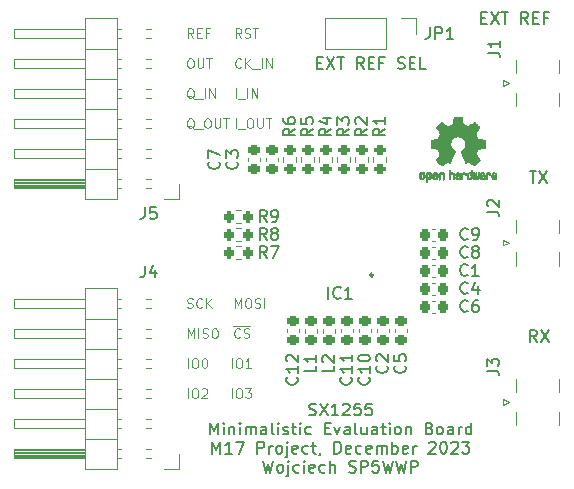
<source format=gto>
G04 #@! TF.GenerationSoftware,KiCad,Pcbnew,7.0.8*
G04 #@! TF.CreationDate,2023-12-20T18:07:40+01:00*
G04 #@! TF.ProjectId,sx1255_eval,73783132-3535-45f6-9576-616c2e6b6963,rev?*
G04 #@! TF.SameCoordinates,Original*
G04 #@! TF.FileFunction,Legend,Top*
G04 #@! TF.FilePolarity,Positive*
%FSLAX46Y46*%
G04 Gerber Fmt 4.6, Leading zero omitted, Abs format (unit mm)*
G04 Created by KiCad (PCBNEW 7.0.8) date 2023-12-20 18:07:40*
%MOMM*%
%LPD*%
G01*
G04 APERTURE LIST*
G04 Aperture macros list*
%AMRoundRect*
0 Rectangle with rounded corners*
0 $1 Rounding radius*
0 $2 $3 $4 $5 $6 $7 $8 $9 X,Y pos of 4 corners*
0 Add a 4 corners polygon primitive as box body*
4,1,4,$2,$3,$4,$5,$6,$7,$8,$9,$2,$3,0*
0 Add four circle primitives for the rounded corners*
1,1,$1+$1,$2,$3*
1,1,$1+$1,$4,$5*
1,1,$1+$1,$6,$7*
1,1,$1+$1,$8,$9*
0 Add four rect primitives between the rounded corners*
20,1,$1+$1,$2,$3,$4,$5,0*
20,1,$1+$1,$4,$5,$6,$7,0*
20,1,$1+$1,$6,$7,$8,$9,0*
20,1,$1+$1,$8,$9,$2,$3,0*%
G04 Aperture macros list end*
%ADD10C,0.100000*%
%ADD11C,0.150000*%
%ADD12C,0.250000*%
%ADD13C,0.120000*%
%ADD14C,0.010000*%
%ADD15R,0.850000X0.300000*%
%ADD16R,0.300000X0.850000*%
%ADD17R,3.200000X3.200000*%
%ADD18RoundRect,0.218750X0.256250X-0.218750X0.256250X0.218750X-0.256250X0.218750X-0.256250X-0.218750X0*%
%ADD19RoundRect,0.200000X-0.200000X-0.275000X0.200000X-0.275000X0.200000X0.275000X-0.200000X0.275000X0*%
%ADD20R,1.700000X1.700000*%
%ADD21O,1.700000X1.700000*%
%ADD22R,3.600000X1.270000*%
%ADD23R,4.200000X1.350000*%
%ADD24RoundRect,0.225000X-0.225000X-0.250000X0.225000X-0.250000X0.225000X0.250000X-0.225000X0.250000X0*%
%ADD25RoundRect,0.200000X0.275000X-0.200000X0.275000X0.200000X-0.275000X0.200000X-0.275000X-0.200000X0*%
%ADD26RoundRect,0.225000X-0.250000X0.225000X-0.250000X-0.225000X0.250000X-0.225000X0.250000X0.225000X0*%
%ADD27RoundRect,0.225000X0.250000X-0.225000X0.250000X0.225000X-0.250000X0.225000X-0.250000X-0.225000X0*%
G04 APERTURE END LIST*
D10*
X133178265Y-107156895D02*
X133178265Y-106356895D01*
X133711598Y-106356895D02*
X133863979Y-106356895D01*
X133863979Y-106356895D02*
X133940169Y-106394990D01*
X133940169Y-106394990D02*
X134016360Y-106471180D01*
X134016360Y-106471180D02*
X134054455Y-106623561D01*
X134054455Y-106623561D02*
X134054455Y-106890228D01*
X134054455Y-106890228D02*
X134016360Y-107042609D01*
X134016360Y-107042609D02*
X133940169Y-107118800D01*
X133940169Y-107118800D02*
X133863979Y-107156895D01*
X133863979Y-107156895D02*
X133711598Y-107156895D01*
X133711598Y-107156895D02*
X133635407Y-107118800D01*
X133635407Y-107118800D02*
X133559217Y-107042609D01*
X133559217Y-107042609D02*
X133521121Y-106890228D01*
X133521121Y-106890228D02*
X133521121Y-106623561D01*
X133521121Y-106623561D02*
X133559217Y-106471180D01*
X133559217Y-106471180D02*
X133635407Y-106394990D01*
X133635407Y-106394990D02*
X133711598Y-106356895D01*
X134359216Y-106433085D02*
X134397312Y-106394990D01*
X134397312Y-106394990D02*
X134473502Y-106356895D01*
X134473502Y-106356895D02*
X134663978Y-106356895D01*
X134663978Y-106356895D02*
X134740169Y-106394990D01*
X134740169Y-106394990D02*
X134778264Y-106433085D01*
X134778264Y-106433085D02*
X134816359Y-106509276D01*
X134816359Y-106509276D02*
X134816359Y-106585466D01*
X134816359Y-106585466D02*
X134778264Y-106699752D01*
X134778264Y-106699752D02*
X134321121Y-107156895D01*
X134321121Y-107156895D02*
X134816359Y-107156895D01*
X133635408Y-76676895D02*
X133368741Y-76295942D01*
X133178265Y-76676895D02*
X133178265Y-75876895D01*
X133178265Y-75876895D02*
X133483027Y-75876895D01*
X133483027Y-75876895D02*
X133559217Y-75914990D01*
X133559217Y-75914990D02*
X133597312Y-75953085D01*
X133597312Y-75953085D02*
X133635408Y-76029276D01*
X133635408Y-76029276D02*
X133635408Y-76143561D01*
X133635408Y-76143561D02*
X133597312Y-76219752D01*
X133597312Y-76219752D02*
X133559217Y-76257847D01*
X133559217Y-76257847D02*
X133483027Y-76295942D01*
X133483027Y-76295942D02*
X133178265Y-76295942D01*
X133978265Y-76257847D02*
X134244931Y-76257847D01*
X134359217Y-76676895D02*
X133978265Y-76676895D01*
X133978265Y-76676895D02*
X133978265Y-75876895D01*
X133978265Y-75876895D02*
X134359217Y-75876895D01*
X134968741Y-76257847D02*
X134702075Y-76257847D01*
X134702075Y-76676895D02*
X134702075Y-75876895D01*
X134702075Y-75876895D02*
X135083027Y-75876895D01*
X137162265Y-99536895D02*
X137162265Y-98736895D01*
X137162265Y-98736895D02*
X137428931Y-99308323D01*
X137428931Y-99308323D02*
X137695598Y-98736895D01*
X137695598Y-98736895D02*
X137695598Y-99536895D01*
X138228932Y-98736895D02*
X138381313Y-98736895D01*
X138381313Y-98736895D02*
X138457503Y-98774990D01*
X138457503Y-98774990D02*
X138533694Y-98851180D01*
X138533694Y-98851180D02*
X138571789Y-99003561D01*
X138571789Y-99003561D02*
X138571789Y-99270228D01*
X138571789Y-99270228D02*
X138533694Y-99422609D01*
X138533694Y-99422609D02*
X138457503Y-99498800D01*
X138457503Y-99498800D02*
X138381313Y-99536895D01*
X138381313Y-99536895D02*
X138228932Y-99536895D01*
X138228932Y-99536895D02*
X138152741Y-99498800D01*
X138152741Y-99498800D02*
X138076551Y-99422609D01*
X138076551Y-99422609D02*
X138038455Y-99270228D01*
X138038455Y-99270228D02*
X138038455Y-99003561D01*
X138038455Y-99003561D02*
X138076551Y-98851180D01*
X138076551Y-98851180D02*
X138152741Y-98774990D01*
X138152741Y-98774990D02*
X138228932Y-98736895D01*
X138876550Y-99498800D02*
X138990836Y-99536895D01*
X138990836Y-99536895D02*
X139181312Y-99536895D01*
X139181312Y-99536895D02*
X139257503Y-99498800D01*
X139257503Y-99498800D02*
X139295598Y-99460704D01*
X139295598Y-99460704D02*
X139333693Y-99384514D01*
X139333693Y-99384514D02*
X139333693Y-99308323D01*
X139333693Y-99308323D02*
X139295598Y-99232133D01*
X139295598Y-99232133D02*
X139257503Y-99194038D01*
X139257503Y-99194038D02*
X139181312Y-99155942D01*
X139181312Y-99155942D02*
X139028931Y-99117847D01*
X139028931Y-99117847D02*
X138952741Y-99079752D01*
X138952741Y-99079752D02*
X138914646Y-99041657D01*
X138914646Y-99041657D02*
X138876550Y-98965466D01*
X138876550Y-98965466D02*
X138876550Y-98889276D01*
X138876550Y-98889276D02*
X138914646Y-98813085D01*
X138914646Y-98813085D02*
X138952741Y-98774990D01*
X138952741Y-98774990D02*
X139028931Y-98736895D01*
X139028931Y-98736895D02*
X139219408Y-98736895D01*
X139219408Y-98736895D02*
X139333693Y-98774990D01*
X139676551Y-99536895D02*
X139676551Y-98736895D01*
D11*
X143463333Y-108594200D02*
X143606190Y-108641819D01*
X143606190Y-108641819D02*
X143844285Y-108641819D01*
X143844285Y-108641819D02*
X143939523Y-108594200D01*
X143939523Y-108594200D02*
X143987142Y-108546580D01*
X143987142Y-108546580D02*
X144034761Y-108451342D01*
X144034761Y-108451342D02*
X144034761Y-108356104D01*
X144034761Y-108356104D02*
X143987142Y-108260866D01*
X143987142Y-108260866D02*
X143939523Y-108213247D01*
X143939523Y-108213247D02*
X143844285Y-108165628D01*
X143844285Y-108165628D02*
X143653809Y-108118009D01*
X143653809Y-108118009D02*
X143558571Y-108070390D01*
X143558571Y-108070390D02*
X143510952Y-108022771D01*
X143510952Y-108022771D02*
X143463333Y-107927533D01*
X143463333Y-107927533D02*
X143463333Y-107832295D01*
X143463333Y-107832295D02*
X143510952Y-107737057D01*
X143510952Y-107737057D02*
X143558571Y-107689438D01*
X143558571Y-107689438D02*
X143653809Y-107641819D01*
X143653809Y-107641819D02*
X143891904Y-107641819D01*
X143891904Y-107641819D02*
X144034761Y-107689438D01*
X144368095Y-107641819D02*
X145034761Y-108641819D01*
X145034761Y-107641819D02*
X144368095Y-108641819D01*
X145939523Y-108641819D02*
X145368095Y-108641819D01*
X145653809Y-108641819D02*
X145653809Y-107641819D01*
X145653809Y-107641819D02*
X145558571Y-107784676D01*
X145558571Y-107784676D02*
X145463333Y-107879914D01*
X145463333Y-107879914D02*
X145368095Y-107927533D01*
X146320476Y-107737057D02*
X146368095Y-107689438D01*
X146368095Y-107689438D02*
X146463333Y-107641819D01*
X146463333Y-107641819D02*
X146701428Y-107641819D01*
X146701428Y-107641819D02*
X146796666Y-107689438D01*
X146796666Y-107689438D02*
X146844285Y-107737057D01*
X146844285Y-107737057D02*
X146891904Y-107832295D01*
X146891904Y-107832295D02*
X146891904Y-107927533D01*
X146891904Y-107927533D02*
X146844285Y-108070390D01*
X146844285Y-108070390D02*
X146272857Y-108641819D01*
X146272857Y-108641819D02*
X146891904Y-108641819D01*
X147796666Y-107641819D02*
X147320476Y-107641819D01*
X147320476Y-107641819D02*
X147272857Y-108118009D01*
X147272857Y-108118009D02*
X147320476Y-108070390D01*
X147320476Y-108070390D02*
X147415714Y-108022771D01*
X147415714Y-108022771D02*
X147653809Y-108022771D01*
X147653809Y-108022771D02*
X147749047Y-108070390D01*
X147749047Y-108070390D02*
X147796666Y-108118009D01*
X147796666Y-108118009D02*
X147844285Y-108213247D01*
X147844285Y-108213247D02*
X147844285Y-108451342D01*
X147844285Y-108451342D02*
X147796666Y-108546580D01*
X147796666Y-108546580D02*
X147749047Y-108594200D01*
X147749047Y-108594200D02*
X147653809Y-108641819D01*
X147653809Y-108641819D02*
X147415714Y-108641819D01*
X147415714Y-108641819D02*
X147320476Y-108594200D01*
X147320476Y-108594200D02*
X147272857Y-108546580D01*
X148749047Y-107641819D02*
X148272857Y-107641819D01*
X148272857Y-107641819D02*
X148225238Y-108118009D01*
X148225238Y-108118009D02*
X148272857Y-108070390D01*
X148272857Y-108070390D02*
X148368095Y-108022771D01*
X148368095Y-108022771D02*
X148606190Y-108022771D01*
X148606190Y-108022771D02*
X148701428Y-108070390D01*
X148701428Y-108070390D02*
X148749047Y-108118009D01*
X148749047Y-108118009D02*
X148796666Y-108213247D01*
X148796666Y-108213247D02*
X148796666Y-108451342D01*
X148796666Y-108451342D02*
X148749047Y-108546580D01*
X148749047Y-108546580D02*
X148701428Y-108594200D01*
X148701428Y-108594200D02*
X148606190Y-108641819D01*
X148606190Y-108641819D02*
X148368095Y-108641819D01*
X148368095Y-108641819D02*
X148272857Y-108594200D01*
X148272857Y-108594200D02*
X148225238Y-108546580D01*
X135082380Y-110251819D02*
X135082380Y-109251819D01*
X135082380Y-109251819D02*
X135415713Y-109966104D01*
X135415713Y-109966104D02*
X135749046Y-109251819D01*
X135749046Y-109251819D02*
X135749046Y-110251819D01*
X136225237Y-110251819D02*
X136225237Y-109585152D01*
X136225237Y-109251819D02*
X136177618Y-109299438D01*
X136177618Y-109299438D02*
X136225237Y-109347057D01*
X136225237Y-109347057D02*
X136272856Y-109299438D01*
X136272856Y-109299438D02*
X136225237Y-109251819D01*
X136225237Y-109251819D02*
X136225237Y-109347057D01*
X136701427Y-109585152D02*
X136701427Y-110251819D01*
X136701427Y-109680390D02*
X136749046Y-109632771D01*
X136749046Y-109632771D02*
X136844284Y-109585152D01*
X136844284Y-109585152D02*
X136987141Y-109585152D01*
X136987141Y-109585152D02*
X137082379Y-109632771D01*
X137082379Y-109632771D02*
X137129998Y-109728009D01*
X137129998Y-109728009D02*
X137129998Y-110251819D01*
X137606189Y-110251819D02*
X137606189Y-109585152D01*
X137606189Y-109251819D02*
X137558570Y-109299438D01*
X137558570Y-109299438D02*
X137606189Y-109347057D01*
X137606189Y-109347057D02*
X137653808Y-109299438D01*
X137653808Y-109299438D02*
X137606189Y-109251819D01*
X137606189Y-109251819D02*
X137606189Y-109347057D01*
X138082379Y-110251819D02*
X138082379Y-109585152D01*
X138082379Y-109680390D02*
X138129998Y-109632771D01*
X138129998Y-109632771D02*
X138225236Y-109585152D01*
X138225236Y-109585152D02*
X138368093Y-109585152D01*
X138368093Y-109585152D02*
X138463331Y-109632771D01*
X138463331Y-109632771D02*
X138510950Y-109728009D01*
X138510950Y-109728009D02*
X138510950Y-110251819D01*
X138510950Y-109728009D02*
X138558569Y-109632771D01*
X138558569Y-109632771D02*
X138653807Y-109585152D01*
X138653807Y-109585152D02*
X138796664Y-109585152D01*
X138796664Y-109585152D02*
X138891903Y-109632771D01*
X138891903Y-109632771D02*
X138939522Y-109728009D01*
X138939522Y-109728009D02*
X138939522Y-110251819D01*
X139844283Y-110251819D02*
X139844283Y-109728009D01*
X139844283Y-109728009D02*
X139796664Y-109632771D01*
X139796664Y-109632771D02*
X139701426Y-109585152D01*
X139701426Y-109585152D02*
X139510950Y-109585152D01*
X139510950Y-109585152D02*
X139415712Y-109632771D01*
X139844283Y-110204200D02*
X139749045Y-110251819D01*
X139749045Y-110251819D02*
X139510950Y-110251819D01*
X139510950Y-110251819D02*
X139415712Y-110204200D01*
X139415712Y-110204200D02*
X139368093Y-110108961D01*
X139368093Y-110108961D02*
X139368093Y-110013723D01*
X139368093Y-110013723D02*
X139415712Y-109918485D01*
X139415712Y-109918485D02*
X139510950Y-109870866D01*
X139510950Y-109870866D02*
X139749045Y-109870866D01*
X139749045Y-109870866D02*
X139844283Y-109823247D01*
X140463331Y-110251819D02*
X140368093Y-110204200D01*
X140368093Y-110204200D02*
X140320474Y-110108961D01*
X140320474Y-110108961D02*
X140320474Y-109251819D01*
X140844284Y-110251819D02*
X140844284Y-109585152D01*
X140844284Y-109251819D02*
X140796665Y-109299438D01*
X140796665Y-109299438D02*
X140844284Y-109347057D01*
X140844284Y-109347057D02*
X140891903Y-109299438D01*
X140891903Y-109299438D02*
X140844284Y-109251819D01*
X140844284Y-109251819D02*
X140844284Y-109347057D01*
X141272855Y-110204200D02*
X141368093Y-110251819D01*
X141368093Y-110251819D02*
X141558569Y-110251819D01*
X141558569Y-110251819D02*
X141653807Y-110204200D01*
X141653807Y-110204200D02*
X141701426Y-110108961D01*
X141701426Y-110108961D02*
X141701426Y-110061342D01*
X141701426Y-110061342D02*
X141653807Y-109966104D01*
X141653807Y-109966104D02*
X141558569Y-109918485D01*
X141558569Y-109918485D02*
X141415712Y-109918485D01*
X141415712Y-109918485D02*
X141320474Y-109870866D01*
X141320474Y-109870866D02*
X141272855Y-109775628D01*
X141272855Y-109775628D02*
X141272855Y-109728009D01*
X141272855Y-109728009D02*
X141320474Y-109632771D01*
X141320474Y-109632771D02*
X141415712Y-109585152D01*
X141415712Y-109585152D02*
X141558569Y-109585152D01*
X141558569Y-109585152D02*
X141653807Y-109632771D01*
X141987141Y-109585152D02*
X142368093Y-109585152D01*
X142129998Y-109251819D02*
X142129998Y-110108961D01*
X142129998Y-110108961D02*
X142177617Y-110204200D01*
X142177617Y-110204200D02*
X142272855Y-110251819D01*
X142272855Y-110251819D02*
X142368093Y-110251819D01*
X142701427Y-110251819D02*
X142701427Y-109585152D01*
X142701427Y-109251819D02*
X142653808Y-109299438D01*
X142653808Y-109299438D02*
X142701427Y-109347057D01*
X142701427Y-109347057D02*
X142749046Y-109299438D01*
X142749046Y-109299438D02*
X142701427Y-109251819D01*
X142701427Y-109251819D02*
X142701427Y-109347057D01*
X143606188Y-110204200D02*
X143510950Y-110251819D01*
X143510950Y-110251819D02*
X143320474Y-110251819D01*
X143320474Y-110251819D02*
X143225236Y-110204200D01*
X143225236Y-110204200D02*
X143177617Y-110156580D01*
X143177617Y-110156580D02*
X143129998Y-110061342D01*
X143129998Y-110061342D02*
X143129998Y-109775628D01*
X143129998Y-109775628D02*
X143177617Y-109680390D01*
X143177617Y-109680390D02*
X143225236Y-109632771D01*
X143225236Y-109632771D02*
X143320474Y-109585152D01*
X143320474Y-109585152D02*
X143510950Y-109585152D01*
X143510950Y-109585152D02*
X143606188Y-109632771D01*
X144796665Y-109728009D02*
X145129998Y-109728009D01*
X145272855Y-110251819D02*
X144796665Y-110251819D01*
X144796665Y-110251819D02*
X144796665Y-109251819D01*
X144796665Y-109251819D02*
X145272855Y-109251819D01*
X145606189Y-109585152D02*
X145844284Y-110251819D01*
X145844284Y-110251819D02*
X146082379Y-109585152D01*
X146891903Y-110251819D02*
X146891903Y-109728009D01*
X146891903Y-109728009D02*
X146844284Y-109632771D01*
X146844284Y-109632771D02*
X146749046Y-109585152D01*
X146749046Y-109585152D02*
X146558570Y-109585152D01*
X146558570Y-109585152D02*
X146463332Y-109632771D01*
X146891903Y-110204200D02*
X146796665Y-110251819D01*
X146796665Y-110251819D02*
X146558570Y-110251819D01*
X146558570Y-110251819D02*
X146463332Y-110204200D01*
X146463332Y-110204200D02*
X146415713Y-110108961D01*
X146415713Y-110108961D02*
X146415713Y-110013723D01*
X146415713Y-110013723D02*
X146463332Y-109918485D01*
X146463332Y-109918485D02*
X146558570Y-109870866D01*
X146558570Y-109870866D02*
X146796665Y-109870866D01*
X146796665Y-109870866D02*
X146891903Y-109823247D01*
X147510951Y-110251819D02*
X147415713Y-110204200D01*
X147415713Y-110204200D02*
X147368094Y-110108961D01*
X147368094Y-110108961D02*
X147368094Y-109251819D01*
X148320475Y-109585152D02*
X148320475Y-110251819D01*
X147891904Y-109585152D02*
X147891904Y-110108961D01*
X147891904Y-110108961D02*
X147939523Y-110204200D01*
X147939523Y-110204200D02*
X148034761Y-110251819D01*
X148034761Y-110251819D02*
X148177618Y-110251819D01*
X148177618Y-110251819D02*
X148272856Y-110204200D01*
X148272856Y-110204200D02*
X148320475Y-110156580D01*
X149225237Y-110251819D02*
X149225237Y-109728009D01*
X149225237Y-109728009D02*
X149177618Y-109632771D01*
X149177618Y-109632771D02*
X149082380Y-109585152D01*
X149082380Y-109585152D02*
X148891904Y-109585152D01*
X148891904Y-109585152D02*
X148796666Y-109632771D01*
X149225237Y-110204200D02*
X149129999Y-110251819D01*
X149129999Y-110251819D02*
X148891904Y-110251819D01*
X148891904Y-110251819D02*
X148796666Y-110204200D01*
X148796666Y-110204200D02*
X148749047Y-110108961D01*
X148749047Y-110108961D02*
X148749047Y-110013723D01*
X148749047Y-110013723D02*
X148796666Y-109918485D01*
X148796666Y-109918485D02*
X148891904Y-109870866D01*
X148891904Y-109870866D02*
X149129999Y-109870866D01*
X149129999Y-109870866D02*
X149225237Y-109823247D01*
X149558571Y-109585152D02*
X149939523Y-109585152D01*
X149701428Y-109251819D02*
X149701428Y-110108961D01*
X149701428Y-110108961D02*
X149749047Y-110204200D01*
X149749047Y-110204200D02*
X149844285Y-110251819D01*
X149844285Y-110251819D02*
X149939523Y-110251819D01*
X150272857Y-110251819D02*
X150272857Y-109585152D01*
X150272857Y-109251819D02*
X150225238Y-109299438D01*
X150225238Y-109299438D02*
X150272857Y-109347057D01*
X150272857Y-109347057D02*
X150320476Y-109299438D01*
X150320476Y-109299438D02*
X150272857Y-109251819D01*
X150272857Y-109251819D02*
X150272857Y-109347057D01*
X150891904Y-110251819D02*
X150796666Y-110204200D01*
X150796666Y-110204200D02*
X150749047Y-110156580D01*
X150749047Y-110156580D02*
X150701428Y-110061342D01*
X150701428Y-110061342D02*
X150701428Y-109775628D01*
X150701428Y-109775628D02*
X150749047Y-109680390D01*
X150749047Y-109680390D02*
X150796666Y-109632771D01*
X150796666Y-109632771D02*
X150891904Y-109585152D01*
X150891904Y-109585152D02*
X151034761Y-109585152D01*
X151034761Y-109585152D02*
X151129999Y-109632771D01*
X151129999Y-109632771D02*
X151177618Y-109680390D01*
X151177618Y-109680390D02*
X151225237Y-109775628D01*
X151225237Y-109775628D02*
X151225237Y-110061342D01*
X151225237Y-110061342D02*
X151177618Y-110156580D01*
X151177618Y-110156580D02*
X151129999Y-110204200D01*
X151129999Y-110204200D02*
X151034761Y-110251819D01*
X151034761Y-110251819D02*
X150891904Y-110251819D01*
X151653809Y-109585152D02*
X151653809Y-110251819D01*
X151653809Y-109680390D02*
X151701428Y-109632771D01*
X151701428Y-109632771D02*
X151796666Y-109585152D01*
X151796666Y-109585152D02*
X151939523Y-109585152D01*
X151939523Y-109585152D02*
X152034761Y-109632771D01*
X152034761Y-109632771D02*
X152082380Y-109728009D01*
X152082380Y-109728009D02*
X152082380Y-110251819D01*
X153653809Y-109728009D02*
X153796666Y-109775628D01*
X153796666Y-109775628D02*
X153844285Y-109823247D01*
X153844285Y-109823247D02*
X153891904Y-109918485D01*
X153891904Y-109918485D02*
X153891904Y-110061342D01*
X153891904Y-110061342D02*
X153844285Y-110156580D01*
X153844285Y-110156580D02*
X153796666Y-110204200D01*
X153796666Y-110204200D02*
X153701428Y-110251819D01*
X153701428Y-110251819D02*
X153320476Y-110251819D01*
X153320476Y-110251819D02*
X153320476Y-109251819D01*
X153320476Y-109251819D02*
X153653809Y-109251819D01*
X153653809Y-109251819D02*
X153749047Y-109299438D01*
X153749047Y-109299438D02*
X153796666Y-109347057D01*
X153796666Y-109347057D02*
X153844285Y-109442295D01*
X153844285Y-109442295D02*
X153844285Y-109537533D01*
X153844285Y-109537533D02*
X153796666Y-109632771D01*
X153796666Y-109632771D02*
X153749047Y-109680390D01*
X153749047Y-109680390D02*
X153653809Y-109728009D01*
X153653809Y-109728009D02*
X153320476Y-109728009D01*
X154463333Y-110251819D02*
X154368095Y-110204200D01*
X154368095Y-110204200D02*
X154320476Y-110156580D01*
X154320476Y-110156580D02*
X154272857Y-110061342D01*
X154272857Y-110061342D02*
X154272857Y-109775628D01*
X154272857Y-109775628D02*
X154320476Y-109680390D01*
X154320476Y-109680390D02*
X154368095Y-109632771D01*
X154368095Y-109632771D02*
X154463333Y-109585152D01*
X154463333Y-109585152D02*
X154606190Y-109585152D01*
X154606190Y-109585152D02*
X154701428Y-109632771D01*
X154701428Y-109632771D02*
X154749047Y-109680390D01*
X154749047Y-109680390D02*
X154796666Y-109775628D01*
X154796666Y-109775628D02*
X154796666Y-110061342D01*
X154796666Y-110061342D02*
X154749047Y-110156580D01*
X154749047Y-110156580D02*
X154701428Y-110204200D01*
X154701428Y-110204200D02*
X154606190Y-110251819D01*
X154606190Y-110251819D02*
X154463333Y-110251819D01*
X155653809Y-110251819D02*
X155653809Y-109728009D01*
X155653809Y-109728009D02*
X155606190Y-109632771D01*
X155606190Y-109632771D02*
X155510952Y-109585152D01*
X155510952Y-109585152D02*
X155320476Y-109585152D01*
X155320476Y-109585152D02*
X155225238Y-109632771D01*
X155653809Y-110204200D02*
X155558571Y-110251819D01*
X155558571Y-110251819D02*
X155320476Y-110251819D01*
X155320476Y-110251819D02*
X155225238Y-110204200D01*
X155225238Y-110204200D02*
X155177619Y-110108961D01*
X155177619Y-110108961D02*
X155177619Y-110013723D01*
X155177619Y-110013723D02*
X155225238Y-109918485D01*
X155225238Y-109918485D02*
X155320476Y-109870866D01*
X155320476Y-109870866D02*
X155558571Y-109870866D01*
X155558571Y-109870866D02*
X155653809Y-109823247D01*
X156130000Y-110251819D02*
X156130000Y-109585152D01*
X156130000Y-109775628D02*
X156177619Y-109680390D01*
X156177619Y-109680390D02*
X156225238Y-109632771D01*
X156225238Y-109632771D02*
X156320476Y-109585152D01*
X156320476Y-109585152D02*
X156415714Y-109585152D01*
X157177619Y-110251819D02*
X157177619Y-109251819D01*
X157177619Y-110204200D02*
X157082381Y-110251819D01*
X157082381Y-110251819D02*
X156891905Y-110251819D01*
X156891905Y-110251819D02*
X156796667Y-110204200D01*
X156796667Y-110204200D02*
X156749048Y-110156580D01*
X156749048Y-110156580D02*
X156701429Y-110061342D01*
X156701429Y-110061342D02*
X156701429Y-109775628D01*
X156701429Y-109775628D02*
X156749048Y-109680390D01*
X156749048Y-109680390D02*
X156796667Y-109632771D01*
X156796667Y-109632771D02*
X156891905Y-109585152D01*
X156891905Y-109585152D02*
X157082381Y-109585152D01*
X157082381Y-109585152D02*
X157177619Y-109632771D01*
X135272856Y-111861819D02*
X135272856Y-110861819D01*
X135272856Y-110861819D02*
X135606189Y-111576104D01*
X135606189Y-111576104D02*
X135939522Y-110861819D01*
X135939522Y-110861819D02*
X135939522Y-111861819D01*
X136939522Y-111861819D02*
X136368094Y-111861819D01*
X136653808Y-111861819D02*
X136653808Y-110861819D01*
X136653808Y-110861819D02*
X136558570Y-111004676D01*
X136558570Y-111004676D02*
X136463332Y-111099914D01*
X136463332Y-111099914D02*
X136368094Y-111147533D01*
X137272856Y-110861819D02*
X137939522Y-110861819D01*
X137939522Y-110861819D02*
X137510951Y-111861819D01*
X139082380Y-111861819D02*
X139082380Y-110861819D01*
X139082380Y-110861819D02*
X139463332Y-110861819D01*
X139463332Y-110861819D02*
X139558570Y-110909438D01*
X139558570Y-110909438D02*
X139606189Y-110957057D01*
X139606189Y-110957057D02*
X139653808Y-111052295D01*
X139653808Y-111052295D02*
X139653808Y-111195152D01*
X139653808Y-111195152D02*
X139606189Y-111290390D01*
X139606189Y-111290390D02*
X139558570Y-111338009D01*
X139558570Y-111338009D02*
X139463332Y-111385628D01*
X139463332Y-111385628D02*
X139082380Y-111385628D01*
X140082380Y-111861819D02*
X140082380Y-111195152D01*
X140082380Y-111385628D02*
X140129999Y-111290390D01*
X140129999Y-111290390D02*
X140177618Y-111242771D01*
X140177618Y-111242771D02*
X140272856Y-111195152D01*
X140272856Y-111195152D02*
X140368094Y-111195152D01*
X140844285Y-111861819D02*
X140749047Y-111814200D01*
X140749047Y-111814200D02*
X140701428Y-111766580D01*
X140701428Y-111766580D02*
X140653809Y-111671342D01*
X140653809Y-111671342D02*
X140653809Y-111385628D01*
X140653809Y-111385628D02*
X140701428Y-111290390D01*
X140701428Y-111290390D02*
X140749047Y-111242771D01*
X140749047Y-111242771D02*
X140844285Y-111195152D01*
X140844285Y-111195152D02*
X140987142Y-111195152D01*
X140987142Y-111195152D02*
X141082380Y-111242771D01*
X141082380Y-111242771D02*
X141129999Y-111290390D01*
X141129999Y-111290390D02*
X141177618Y-111385628D01*
X141177618Y-111385628D02*
X141177618Y-111671342D01*
X141177618Y-111671342D02*
X141129999Y-111766580D01*
X141129999Y-111766580D02*
X141082380Y-111814200D01*
X141082380Y-111814200D02*
X140987142Y-111861819D01*
X140987142Y-111861819D02*
X140844285Y-111861819D01*
X141606190Y-111195152D02*
X141606190Y-112052295D01*
X141606190Y-112052295D02*
X141558571Y-112147533D01*
X141558571Y-112147533D02*
X141463333Y-112195152D01*
X141463333Y-112195152D02*
X141415714Y-112195152D01*
X141606190Y-110861819D02*
X141558571Y-110909438D01*
X141558571Y-110909438D02*
X141606190Y-110957057D01*
X141606190Y-110957057D02*
X141653809Y-110909438D01*
X141653809Y-110909438D02*
X141606190Y-110861819D01*
X141606190Y-110861819D02*
X141606190Y-110957057D01*
X142463332Y-111814200D02*
X142368094Y-111861819D01*
X142368094Y-111861819D02*
X142177618Y-111861819D01*
X142177618Y-111861819D02*
X142082380Y-111814200D01*
X142082380Y-111814200D02*
X142034761Y-111718961D01*
X142034761Y-111718961D02*
X142034761Y-111338009D01*
X142034761Y-111338009D02*
X142082380Y-111242771D01*
X142082380Y-111242771D02*
X142177618Y-111195152D01*
X142177618Y-111195152D02*
X142368094Y-111195152D01*
X142368094Y-111195152D02*
X142463332Y-111242771D01*
X142463332Y-111242771D02*
X142510951Y-111338009D01*
X142510951Y-111338009D02*
X142510951Y-111433247D01*
X142510951Y-111433247D02*
X142034761Y-111528485D01*
X143368094Y-111814200D02*
X143272856Y-111861819D01*
X143272856Y-111861819D02*
X143082380Y-111861819D01*
X143082380Y-111861819D02*
X142987142Y-111814200D01*
X142987142Y-111814200D02*
X142939523Y-111766580D01*
X142939523Y-111766580D02*
X142891904Y-111671342D01*
X142891904Y-111671342D02*
X142891904Y-111385628D01*
X142891904Y-111385628D02*
X142939523Y-111290390D01*
X142939523Y-111290390D02*
X142987142Y-111242771D01*
X142987142Y-111242771D02*
X143082380Y-111195152D01*
X143082380Y-111195152D02*
X143272856Y-111195152D01*
X143272856Y-111195152D02*
X143368094Y-111242771D01*
X143653809Y-111195152D02*
X144034761Y-111195152D01*
X143796666Y-110861819D02*
X143796666Y-111718961D01*
X143796666Y-111718961D02*
X143844285Y-111814200D01*
X143844285Y-111814200D02*
X143939523Y-111861819D01*
X143939523Y-111861819D02*
X144034761Y-111861819D01*
X144415714Y-111814200D02*
X144415714Y-111861819D01*
X144415714Y-111861819D02*
X144368095Y-111957057D01*
X144368095Y-111957057D02*
X144320476Y-112004676D01*
X145606190Y-111861819D02*
X145606190Y-110861819D01*
X145606190Y-110861819D02*
X145844285Y-110861819D01*
X145844285Y-110861819D02*
X145987142Y-110909438D01*
X145987142Y-110909438D02*
X146082380Y-111004676D01*
X146082380Y-111004676D02*
X146129999Y-111099914D01*
X146129999Y-111099914D02*
X146177618Y-111290390D01*
X146177618Y-111290390D02*
X146177618Y-111433247D01*
X146177618Y-111433247D02*
X146129999Y-111623723D01*
X146129999Y-111623723D02*
X146082380Y-111718961D01*
X146082380Y-111718961D02*
X145987142Y-111814200D01*
X145987142Y-111814200D02*
X145844285Y-111861819D01*
X145844285Y-111861819D02*
X145606190Y-111861819D01*
X146987142Y-111814200D02*
X146891904Y-111861819D01*
X146891904Y-111861819D02*
X146701428Y-111861819D01*
X146701428Y-111861819D02*
X146606190Y-111814200D01*
X146606190Y-111814200D02*
X146558571Y-111718961D01*
X146558571Y-111718961D02*
X146558571Y-111338009D01*
X146558571Y-111338009D02*
X146606190Y-111242771D01*
X146606190Y-111242771D02*
X146701428Y-111195152D01*
X146701428Y-111195152D02*
X146891904Y-111195152D01*
X146891904Y-111195152D02*
X146987142Y-111242771D01*
X146987142Y-111242771D02*
X147034761Y-111338009D01*
X147034761Y-111338009D02*
X147034761Y-111433247D01*
X147034761Y-111433247D02*
X146558571Y-111528485D01*
X147891904Y-111814200D02*
X147796666Y-111861819D01*
X147796666Y-111861819D02*
X147606190Y-111861819D01*
X147606190Y-111861819D02*
X147510952Y-111814200D01*
X147510952Y-111814200D02*
X147463333Y-111766580D01*
X147463333Y-111766580D02*
X147415714Y-111671342D01*
X147415714Y-111671342D02*
X147415714Y-111385628D01*
X147415714Y-111385628D02*
X147463333Y-111290390D01*
X147463333Y-111290390D02*
X147510952Y-111242771D01*
X147510952Y-111242771D02*
X147606190Y-111195152D01*
X147606190Y-111195152D02*
X147796666Y-111195152D01*
X147796666Y-111195152D02*
X147891904Y-111242771D01*
X148701428Y-111814200D02*
X148606190Y-111861819D01*
X148606190Y-111861819D02*
X148415714Y-111861819D01*
X148415714Y-111861819D02*
X148320476Y-111814200D01*
X148320476Y-111814200D02*
X148272857Y-111718961D01*
X148272857Y-111718961D02*
X148272857Y-111338009D01*
X148272857Y-111338009D02*
X148320476Y-111242771D01*
X148320476Y-111242771D02*
X148415714Y-111195152D01*
X148415714Y-111195152D02*
X148606190Y-111195152D01*
X148606190Y-111195152D02*
X148701428Y-111242771D01*
X148701428Y-111242771D02*
X148749047Y-111338009D01*
X148749047Y-111338009D02*
X148749047Y-111433247D01*
X148749047Y-111433247D02*
X148272857Y-111528485D01*
X149177619Y-111861819D02*
X149177619Y-111195152D01*
X149177619Y-111290390D02*
X149225238Y-111242771D01*
X149225238Y-111242771D02*
X149320476Y-111195152D01*
X149320476Y-111195152D02*
X149463333Y-111195152D01*
X149463333Y-111195152D02*
X149558571Y-111242771D01*
X149558571Y-111242771D02*
X149606190Y-111338009D01*
X149606190Y-111338009D02*
X149606190Y-111861819D01*
X149606190Y-111338009D02*
X149653809Y-111242771D01*
X149653809Y-111242771D02*
X149749047Y-111195152D01*
X149749047Y-111195152D02*
X149891904Y-111195152D01*
X149891904Y-111195152D02*
X149987143Y-111242771D01*
X149987143Y-111242771D02*
X150034762Y-111338009D01*
X150034762Y-111338009D02*
X150034762Y-111861819D01*
X150510952Y-111861819D02*
X150510952Y-110861819D01*
X150510952Y-111242771D02*
X150606190Y-111195152D01*
X150606190Y-111195152D02*
X150796666Y-111195152D01*
X150796666Y-111195152D02*
X150891904Y-111242771D01*
X150891904Y-111242771D02*
X150939523Y-111290390D01*
X150939523Y-111290390D02*
X150987142Y-111385628D01*
X150987142Y-111385628D02*
X150987142Y-111671342D01*
X150987142Y-111671342D02*
X150939523Y-111766580D01*
X150939523Y-111766580D02*
X150891904Y-111814200D01*
X150891904Y-111814200D02*
X150796666Y-111861819D01*
X150796666Y-111861819D02*
X150606190Y-111861819D01*
X150606190Y-111861819D02*
X150510952Y-111814200D01*
X151796666Y-111814200D02*
X151701428Y-111861819D01*
X151701428Y-111861819D02*
X151510952Y-111861819D01*
X151510952Y-111861819D02*
X151415714Y-111814200D01*
X151415714Y-111814200D02*
X151368095Y-111718961D01*
X151368095Y-111718961D02*
X151368095Y-111338009D01*
X151368095Y-111338009D02*
X151415714Y-111242771D01*
X151415714Y-111242771D02*
X151510952Y-111195152D01*
X151510952Y-111195152D02*
X151701428Y-111195152D01*
X151701428Y-111195152D02*
X151796666Y-111242771D01*
X151796666Y-111242771D02*
X151844285Y-111338009D01*
X151844285Y-111338009D02*
X151844285Y-111433247D01*
X151844285Y-111433247D02*
X151368095Y-111528485D01*
X152272857Y-111861819D02*
X152272857Y-111195152D01*
X152272857Y-111385628D02*
X152320476Y-111290390D01*
X152320476Y-111290390D02*
X152368095Y-111242771D01*
X152368095Y-111242771D02*
X152463333Y-111195152D01*
X152463333Y-111195152D02*
X152558571Y-111195152D01*
X153606191Y-110957057D02*
X153653810Y-110909438D01*
X153653810Y-110909438D02*
X153749048Y-110861819D01*
X153749048Y-110861819D02*
X153987143Y-110861819D01*
X153987143Y-110861819D02*
X154082381Y-110909438D01*
X154082381Y-110909438D02*
X154130000Y-110957057D01*
X154130000Y-110957057D02*
X154177619Y-111052295D01*
X154177619Y-111052295D02*
X154177619Y-111147533D01*
X154177619Y-111147533D02*
X154130000Y-111290390D01*
X154130000Y-111290390D02*
X153558572Y-111861819D01*
X153558572Y-111861819D02*
X154177619Y-111861819D01*
X154796667Y-110861819D02*
X154891905Y-110861819D01*
X154891905Y-110861819D02*
X154987143Y-110909438D01*
X154987143Y-110909438D02*
X155034762Y-110957057D01*
X155034762Y-110957057D02*
X155082381Y-111052295D01*
X155082381Y-111052295D02*
X155130000Y-111242771D01*
X155130000Y-111242771D02*
X155130000Y-111480866D01*
X155130000Y-111480866D02*
X155082381Y-111671342D01*
X155082381Y-111671342D02*
X155034762Y-111766580D01*
X155034762Y-111766580D02*
X154987143Y-111814200D01*
X154987143Y-111814200D02*
X154891905Y-111861819D01*
X154891905Y-111861819D02*
X154796667Y-111861819D01*
X154796667Y-111861819D02*
X154701429Y-111814200D01*
X154701429Y-111814200D02*
X154653810Y-111766580D01*
X154653810Y-111766580D02*
X154606191Y-111671342D01*
X154606191Y-111671342D02*
X154558572Y-111480866D01*
X154558572Y-111480866D02*
X154558572Y-111242771D01*
X154558572Y-111242771D02*
X154606191Y-111052295D01*
X154606191Y-111052295D02*
X154653810Y-110957057D01*
X154653810Y-110957057D02*
X154701429Y-110909438D01*
X154701429Y-110909438D02*
X154796667Y-110861819D01*
X155510953Y-110957057D02*
X155558572Y-110909438D01*
X155558572Y-110909438D02*
X155653810Y-110861819D01*
X155653810Y-110861819D02*
X155891905Y-110861819D01*
X155891905Y-110861819D02*
X155987143Y-110909438D01*
X155987143Y-110909438D02*
X156034762Y-110957057D01*
X156034762Y-110957057D02*
X156082381Y-111052295D01*
X156082381Y-111052295D02*
X156082381Y-111147533D01*
X156082381Y-111147533D02*
X156034762Y-111290390D01*
X156034762Y-111290390D02*
X155463334Y-111861819D01*
X155463334Y-111861819D02*
X156082381Y-111861819D01*
X156415715Y-110861819D02*
X157034762Y-110861819D01*
X157034762Y-110861819D02*
X156701429Y-111242771D01*
X156701429Y-111242771D02*
X156844286Y-111242771D01*
X156844286Y-111242771D02*
X156939524Y-111290390D01*
X156939524Y-111290390D02*
X156987143Y-111338009D01*
X156987143Y-111338009D02*
X157034762Y-111433247D01*
X157034762Y-111433247D02*
X157034762Y-111671342D01*
X157034762Y-111671342D02*
X156987143Y-111766580D01*
X156987143Y-111766580D02*
X156939524Y-111814200D01*
X156939524Y-111814200D02*
X156844286Y-111861819D01*
X156844286Y-111861819D02*
X156558572Y-111861819D01*
X156558572Y-111861819D02*
X156463334Y-111814200D01*
X156463334Y-111814200D02*
X156415715Y-111766580D01*
X139558572Y-112471819D02*
X139796667Y-113471819D01*
X139796667Y-113471819D02*
X139987143Y-112757533D01*
X139987143Y-112757533D02*
X140177619Y-113471819D01*
X140177619Y-113471819D02*
X140415715Y-112471819D01*
X140939524Y-113471819D02*
X140844286Y-113424200D01*
X140844286Y-113424200D02*
X140796667Y-113376580D01*
X140796667Y-113376580D02*
X140749048Y-113281342D01*
X140749048Y-113281342D02*
X140749048Y-112995628D01*
X140749048Y-112995628D02*
X140796667Y-112900390D01*
X140796667Y-112900390D02*
X140844286Y-112852771D01*
X140844286Y-112852771D02*
X140939524Y-112805152D01*
X140939524Y-112805152D02*
X141082381Y-112805152D01*
X141082381Y-112805152D02*
X141177619Y-112852771D01*
X141177619Y-112852771D02*
X141225238Y-112900390D01*
X141225238Y-112900390D02*
X141272857Y-112995628D01*
X141272857Y-112995628D02*
X141272857Y-113281342D01*
X141272857Y-113281342D02*
X141225238Y-113376580D01*
X141225238Y-113376580D02*
X141177619Y-113424200D01*
X141177619Y-113424200D02*
X141082381Y-113471819D01*
X141082381Y-113471819D02*
X140939524Y-113471819D01*
X141701429Y-112805152D02*
X141701429Y-113662295D01*
X141701429Y-113662295D02*
X141653810Y-113757533D01*
X141653810Y-113757533D02*
X141558572Y-113805152D01*
X141558572Y-113805152D02*
X141510953Y-113805152D01*
X141701429Y-112471819D02*
X141653810Y-112519438D01*
X141653810Y-112519438D02*
X141701429Y-112567057D01*
X141701429Y-112567057D02*
X141749048Y-112519438D01*
X141749048Y-112519438D02*
X141701429Y-112471819D01*
X141701429Y-112471819D02*
X141701429Y-112567057D01*
X142606190Y-113424200D02*
X142510952Y-113471819D01*
X142510952Y-113471819D02*
X142320476Y-113471819D01*
X142320476Y-113471819D02*
X142225238Y-113424200D01*
X142225238Y-113424200D02*
X142177619Y-113376580D01*
X142177619Y-113376580D02*
X142130000Y-113281342D01*
X142130000Y-113281342D02*
X142130000Y-112995628D01*
X142130000Y-112995628D02*
X142177619Y-112900390D01*
X142177619Y-112900390D02*
X142225238Y-112852771D01*
X142225238Y-112852771D02*
X142320476Y-112805152D01*
X142320476Y-112805152D02*
X142510952Y-112805152D01*
X142510952Y-112805152D02*
X142606190Y-112852771D01*
X143034762Y-113471819D02*
X143034762Y-112805152D01*
X143034762Y-112471819D02*
X142987143Y-112519438D01*
X142987143Y-112519438D02*
X143034762Y-112567057D01*
X143034762Y-112567057D02*
X143082381Y-112519438D01*
X143082381Y-112519438D02*
X143034762Y-112471819D01*
X143034762Y-112471819D02*
X143034762Y-112567057D01*
X143891904Y-113424200D02*
X143796666Y-113471819D01*
X143796666Y-113471819D02*
X143606190Y-113471819D01*
X143606190Y-113471819D02*
X143510952Y-113424200D01*
X143510952Y-113424200D02*
X143463333Y-113328961D01*
X143463333Y-113328961D02*
X143463333Y-112948009D01*
X143463333Y-112948009D02*
X143510952Y-112852771D01*
X143510952Y-112852771D02*
X143606190Y-112805152D01*
X143606190Y-112805152D02*
X143796666Y-112805152D01*
X143796666Y-112805152D02*
X143891904Y-112852771D01*
X143891904Y-112852771D02*
X143939523Y-112948009D01*
X143939523Y-112948009D02*
X143939523Y-113043247D01*
X143939523Y-113043247D02*
X143463333Y-113138485D01*
X144796666Y-113424200D02*
X144701428Y-113471819D01*
X144701428Y-113471819D02*
X144510952Y-113471819D01*
X144510952Y-113471819D02*
X144415714Y-113424200D01*
X144415714Y-113424200D02*
X144368095Y-113376580D01*
X144368095Y-113376580D02*
X144320476Y-113281342D01*
X144320476Y-113281342D02*
X144320476Y-112995628D01*
X144320476Y-112995628D02*
X144368095Y-112900390D01*
X144368095Y-112900390D02*
X144415714Y-112852771D01*
X144415714Y-112852771D02*
X144510952Y-112805152D01*
X144510952Y-112805152D02*
X144701428Y-112805152D01*
X144701428Y-112805152D02*
X144796666Y-112852771D01*
X145225238Y-113471819D02*
X145225238Y-112471819D01*
X145653809Y-113471819D02*
X145653809Y-112948009D01*
X145653809Y-112948009D02*
X145606190Y-112852771D01*
X145606190Y-112852771D02*
X145510952Y-112805152D01*
X145510952Y-112805152D02*
X145368095Y-112805152D01*
X145368095Y-112805152D02*
X145272857Y-112852771D01*
X145272857Y-112852771D02*
X145225238Y-112900390D01*
X146844286Y-113424200D02*
X146987143Y-113471819D01*
X146987143Y-113471819D02*
X147225238Y-113471819D01*
X147225238Y-113471819D02*
X147320476Y-113424200D01*
X147320476Y-113424200D02*
X147368095Y-113376580D01*
X147368095Y-113376580D02*
X147415714Y-113281342D01*
X147415714Y-113281342D02*
X147415714Y-113186104D01*
X147415714Y-113186104D02*
X147368095Y-113090866D01*
X147368095Y-113090866D02*
X147320476Y-113043247D01*
X147320476Y-113043247D02*
X147225238Y-112995628D01*
X147225238Y-112995628D02*
X147034762Y-112948009D01*
X147034762Y-112948009D02*
X146939524Y-112900390D01*
X146939524Y-112900390D02*
X146891905Y-112852771D01*
X146891905Y-112852771D02*
X146844286Y-112757533D01*
X146844286Y-112757533D02*
X146844286Y-112662295D01*
X146844286Y-112662295D02*
X146891905Y-112567057D01*
X146891905Y-112567057D02*
X146939524Y-112519438D01*
X146939524Y-112519438D02*
X147034762Y-112471819D01*
X147034762Y-112471819D02*
X147272857Y-112471819D01*
X147272857Y-112471819D02*
X147415714Y-112519438D01*
X147844286Y-113471819D02*
X147844286Y-112471819D01*
X147844286Y-112471819D02*
X148225238Y-112471819D01*
X148225238Y-112471819D02*
X148320476Y-112519438D01*
X148320476Y-112519438D02*
X148368095Y-112567057D01*
X148368095Y-112567057D02*
X148415714Y-112662295D01*
X148415714Y-112662295D02*
X148415714Y-112805152D01*
X148415714Y-112805152D02*
X148368095Y-112900390D01*
X148368095Y-112900390D02*
X148320476Y-112948009D01*
X148320476Y-112948009D02*
X148225238Y-112995628D01*
X148225238Y-112995628D02*
X147844286Y-112995628D01*
X149320476Y-112471819D02*
X148844286Y-112471819D01*
X148844286Y-112471819D02*
X148796667Y-112948009D01*
X148796667Y-112948009D02*
X148844286Y-112900390D01*
X148844286Y-112900390D02*
X148939524Y-112852771D01*
X148939524Y-112852771D02*
X149177619Y-112852771D01*
X149177619Y-112852771D02*
X149272857Y-112900390D01*
X149272857Y-112900390D02*
X149320476Y-112948009D01*
X149320476Y-112948009D02*
X149368095Y-113043247D01*
X149368095Y-113043247D02*
X149368095Y-113281342D01*
X149368095Y-113281342D02*
X149320476Y-113376580D01*
X149320476Y-113376580D02*
X149272857Y-113424200D01*
X149272857Y-113424200D02*
X149177619Y-113471819D01*
X149177619Y-113471819D02*
X148939524Y-113471819D01*
X148939524Y-113471819D02*
X148844286Y-113424200D01*
X148844286Y-113424200D02*
X148796667Y-113376580D01*
X149701429Y-112471819D02*
X149939524Y-113471819D01*
X149939524Y-113471819D02*
X150130000Y-112757533D01*
X150130000Y-112757533D02*
X150320476Y-113471819D01*
X150320476Y-113471819D02*
X150558572Y-112471819D01*
X150844286Y-112471819D02*
X151082381Y-113471819D01*
X151082381Y-113471819D02*
X151272857Y-112757533D01*
X151272857Y-112757533D02*
X151463333Y-113471819D01*
X151463333Y-113471819D02*
X151701429Y-112471819D01*
X152082381Y-113471819D02*
X152082381Y-112471819D01*
X152082381Y-112471819D02*
X152463333Y-112471819D01*
X152463333Y-112471819D02*
X152558571Y-112519438D01*
X152558571Y-112519438D02*
X152606190Y-112567057D01*
X152606190Y-112567057D02*
X152653809Y-112662295D01*
X152653809Y-112662295D02*
X152653809Y-112805152D01*
X152653809Y-112805152D02*
X152606190Y-112900390D01*
X152606190Y-112900390D02*
X152558571Y-112948009D01*
X152558571Y-112948009D02*
X152463333Y-112995628D01*
X152463333Y-112995628D02*
X152082381Y-112995628D01*
D10*
X137242265Y-81756895D02*
X137242265Y-80956895D01*
X137432741Y-81833085D02*
X138042264Y-81833085D01*
X138232741Y-81756895D02*
X138232741Y-80956895D01*
X138613693Y-81756895D02*
X138613693Y-80956895D01*
X138613693Y-80956895D02*
X139070836Y-81756895D01*
X139070836Y-81756895D02*
X139070836Y-80956895D01*
D11*
X158028666Y-74973009D02*
X158361999Y-74973009D01*
X158504856Y-75496819D02*
X158028666Y-75496819D01*
X158028666Y-75496819D02*
X158028666Y-74496819D01*
X158028666Y-74496819D02*
X158504856Y-74496819D01*
X158838190Y-74496819D02*
X159504856Y-75496819D01*
X159504856Y-74496819D02*
X158838190Y-75496819D01*
X159742952Y-74496819D02*
X160314380Y-74496819D01*
X160028666Y-75496819D02*
X160028666Y-74496819D01*
X161981047Y-75496819D02*
X161647714Y-75020628D01*
X161409619Y-75496819D02*
X161409619Y-74496819D01*
X161409619Y-74496819D02*
X161790571Y-74496819D01*
X161790571Y-74496819D02*
X161885809Y-74544438D01*
X161885809Y-74544438D02*
X161933428Y-74592057D01*
X161933428Y-74592057D02*
X161981047Y-74687295D01*
X161981047Y-74687295D02*
X161981047Y-74830152D01*
X161981047Y-74830152D02*
X161933428Y-74925390D01*
X161933428Y-74925390D02*
X161885809Y-74973009D01*
X161885809Y-74973009D02*
X161790571Y-75020628D01*
X161790571Y-75020628D02*
X161409619Y-75020628D01*
X162409619Y-74973009D02*
X162742952Y-74973009D01*
X162885809Y-75496819D02*
X162409619Y-75496819D01*
X162409619Y-75496819D02*
X162409619Y-74496819D01*
X162409619Y-74496819D02*
X162885809Y-74496819D01*
X163647714Y-74973009D02*
X163314381Y-74973009D01*
X163314381Y-75496819D02*
X163314381Y-74496819D01*
X163314381Y-74496819D02*
X163790571Y-74496819D01*
D10*
X133711598Y-84373085D02*
X133635408Y-84334990D01*
X133635408Y-84334990D02*
X133559217Y-84258800D01*
X133559217Y-84258800D02*
X133444931Y-84144514D01*
X133444931Y-84144514D02*
X133368741Y-84106419D01*
X133368741Y-84106419D02*
X133292550Y-84106419D01*
X133330646Y-84296895D02*
X133254455Y-84258800D01*
X133254455Y-84258800D02*
X133178265Y-84182609D01*
X133178265Y-84182609D02*
X133140169Y-84030228D01*
X133140169Y-84030228D02*
X133140169Y-83763561D01*
X133140169Y-83763561D02*
X133178265Y-83611180D01*
X133178265Y-83611180D02*
X133254455Y-83534990D01*
X133254455Y-83534990D02*
X133330646Y-83496895D01*
X133330646Y-83496895D02*
X133483027Y-83496895D01*
X133483027Y-83496895D02*
X133559217Y-83534990D01*
X133559217Y-83534990D02*
X133635408Y-83611180D01*
X133635408Y-83611180D02*
X133673503Y-83763561D01*
X133673503Y-83763561D02*
X133673503Y-84030228D01*
X133673503Y-84030228D02*
X133635408Y-84182609D01*
X133635408Y-84182609D02*
X133559217Y-84258800D01*
X133559217Y-84258800D02*
X133483027Y-84296895D01*
X133483027Y-84296895D02*
X133330646Y-84296895D01*
X133825884Y-84373085D02*
X134435407Y-84373085D01*
X134778265Y-83496895D02*
X134930646Y-83496895D01*
X134930646Y-83496895D02*
X135006836Y-83534990D01*
X135006836Y-83534990D02*
X135083027Y-83611180D01*
X135083027Y-83611180D02*
X135121122Y-83763561D01*
X135121122Y-83763561D02*
X135121122Y-84030228D01*
X135121122Y-84030228D02*
X135083027Y-84182609D01*
X135083027Y-84182609D02*
X135006836Y-84258800D01*
X135006836Y-84258800D02*
X134930646Y-84296895D01*
X134930646Y-84296895D02*
X134778265Y-84296895D01*
X134778265Y-84296895D02*
X134702074Y-84258800D01*
X134702074Y-84258800D02*
X134625884Y-84182609D01*
X134625884Y-84182609D02*
X134587788Y-84030228D01*
X134587788Y-84030228D02*
X134587788Y-83763561D01*
X134587788Y-83763561D02*
X134625884Y-83611180D01*
X134625884Y-83611180D02*
X134702074Y-83534990D01*
X134702074Y-83534990D02*
X134778265Y-83496895D01*
X135463979Y-83496895D02*
X135463979Y-84144514D01*
X135463979Y-84144514D02*
X135502074Y-84220704D01*
X135502074Y-84220704D02*
X135540169Y-84258800D01*
X135540169Y-84258800D02*
X135616360Y-84296895D01*
X135616360Y-84296895D02*
X135768741Y-84296895D01*
X135768741Y-84296895D02*
X135844931Y-84258800D01*
X135844931Y-84258800D02*
X135883026Y-84220704D01*
X135883026Y-84220704D02*
X135921122Y-84144514D01*
X135921122Y-84144514D02*
X135921122Y-83496895D01*
X136187788Y-83496895D02*
X136644931Y-83496895D01*
X136416359Y-84296895D02*
X136416359Y-83496895D01*
X133178265Y-104616895D02*
X133178265Y-103816895D01*
X133711598Y-103816895D02*
X133863979Y-103816895D01*
X133863979Y-103816895D02*
X133940169Y-103854990D01*
X133940169Y-103854990D02*
X134016360Y-103931180D01*
X134016360Y-103931180D02*
X134054455Y-104083561D01*
X134054455Y-104083561D02*
X134054455Y-104350228D01*
X134054455Y-104350228D02*
X134016360Y-104502609D01*
X134016360Y-104502609D02*
X133940169Y-104578800D01*
X133940169Y-104578800D02*
X133863979Y-104616895D01*
X133863979Y-104616895D02*
X133711598Y-104616895D01*
X133711598Y-104616895D02*
X133635407Y-104578800D01*
X133635407Y-104578800D02*
X133559217Y-104502609D01*
X133559217Y-104502609D02*
X133521121Y-104350228D01*
X133521121Y-104350228D02*
X133521121Y-104083561D01*
X133521121Y-104083561D02*
X133559217Y-103931180D01*
X133559217Y-103931180D02*
X133635407Y-103854990D01*
X133635407Y-103854990D02*
X133711598Y-103816895D01*
X134549693Y-103816895D02*
X134625883Y-103816895D01*
X134625883Y-103816895D02*
X134702074Y-103854990D01*
X134702074Y-103854990D02*
X134740169Y-103893085D01*
X134740169Y-103893085D02*
X134778264Y-103969276D01*
X134778264Y-103969276D02*
X134816359Y-104121657D01*
X134816359Y-104121657D02*
X134816359Y-104312133D01*
X134816359Y-104312133D02*
X134778264Y-104464514D01*
X134778264Y-104464514D02*
X134740169Y-104540704D01*
X134740169Y-104540704D02*
X134702074Y-104578800D01*
X134702074Y-104578800D02*
X134625883Y-104616895D01*
X134625883Y-104616895D02*
X134549693Y-104616895D01*
X134549693Y-104616895D02*
X134473502Y-104578800D01*
X134473502Y-104578800D02*
X134435407Y-104540704D01*
X134435407Y-104540704D02*
X134397312Y-104464514D01*
X134397312Y-104464514D02*
X134359216Y-104312133D01*
X134359216Y-104312133D02*
X134359216Y-104121657D01*
X134359216Y-104121657D02*
X134397312Y-103969276D01*
X134397312Y-103969276D02*
X134435407Y-103893085D01*
X134435407Y-103893085D02*
X134473502Y-103854990D01*
X134473502Y-103854990D02*
X134549693Y-103816895D01*
X137699408Y-76676895D02*
X137432741Y-76295942D01*
X137242265Y-76676895D02*
X137242265Y-75876895D01*
X137242265Y-75876895D02*
X137547027Y-75876895D01*
X137547027Y-75876895D02*
X137623217Y-75914990D01*
X137623217Y-75914990D02*
X137661312Y-75953085D01*
X137661312Y-75953085D02*
X137699408Y-76029276D01*
X137699408Y-76029276D02*
X137699408Y-76143561D01*
X137699408Y-76143561D02*
X137661312Y-76219752D01*
X137661312Y-76219752D02*
X137623217Y-76257847D01*
X137623217Y-76257847D02*
X137547027Y-76295942D01*
X137547027Y-76295942D02*
X137242265Y-76295942D01*
X138004169Y-76638800D02*
X138118455Y-76676895D01*
X138118455Y-76676895D02*
X138308931Y-76676895D01*
X138308931Y-76676895D02*
X138385122Y-76638800D01*
X138385122Y-76638800D02*
X138423217Y-76600704D01*
X138423217Y-76600704D02*
X138461312Y-76524514D01*
X138461312Y-76524514D02*
X138461312Y-76448323D01*
X138461312Y-76448323D02*
X138423217Y-76372133D01*
X138423217Y-76372133D02*
X138385122Y-76334038D01*
X138385122Y-76334038D02*
X138308931Y-76295942D01*
X138308931Y-76295942D02*
X138156550Y-76257847D01*
X138156550Y-76257847D02*
X138080360Y-76219752D01*
X138080360Y-76219752D02*
X138042265Y-76181657D01*
X138042265Y-76181657D02*
X138004169Y-76105466D01*
X138004169Y-76105466D02*
X138004169Y-76029276D01*
X138004169Y-76029276D02*
X138042265Y-75953085D01*
X138042265Y-75953085D02*
X138080360Y-75914990D01*
X138080360Y-75914990D02*
X138156550Y-75876895D01*
X138156550Y-75876895D02*
X138347027Y-75876895D01*
X138347027Y-75876895D02*
X138461312Y-75914990D01*
X138689884Y-75876895D02*
X139147027Y-75876895D01*
X138918455Y-76676895D02*
X138918455Y-75876895D01*
X136908265Y-107156895D02*
X136908265Y-106356895D01*
X137441598Y-106356895D02*
X137593979Y-106356895D01*
X137593979Y-106356895D02*
X137670169Y-106394990D01*
X137670169Y-106394990D02*
X137746360Y-106471180D01*
X137746360Y-106471180D02*
X137784455Y-106623561D01*
X137784455Y-106623561D02*
X137784455Y-106890228D01*
X137784455Y-106890228D02*
X137746360Y-107042609D01*
X137746360Y-107042609D02*
X137670169Y-107118800D01*
X137670169Y-107118800D02*
X137593979Y-107156895D01*
X137593979Y-107156895D02*
X137441598Y-107156895D01*
X137441598Y-107156895D02*
X137365407Y-107118800D01*
X137365407Y-107118800D02*
X137289217Y-107042609D01*
X137289217Y-107042609D02*
X137251121Y-106890228D01*
X137251121Y-106890228D02*
X137251121Y-106623561D01*
X137251121Y-106623561D02*
X137289217Y-106471180D01*
X137289217Y-106471180D02*
X137365407Y-106394990D01*
X137365407Y-106394990D02*
X137441598Y-106356895D01*
X138051121Y-106356895D02*
X138546359Y-106356895D01*
X138546359Y-106356895D02*
X138279693Y-106661657D01*
X138279693Y-106661657D02*
X138393978Y-106661657D01*
X138393978Y-106661657D02*
X138470169Y-106699752D01*
X138470169Y-106699752D02*
X138508264Y-106737847D01*
X138508264Y-106737847D02*
X138546359Y-106814038D01*
X138546359Y-106814038D02*
X138546359Y-107004514D01*
X138546359Y-107004514D02*
X138508264Y-107080704D01*
X138508264Y-107080704D02*
X138470169Y-107118800D01*
X138470169Y-107118800D02*
X138393978Y-107156895D01*
X138393978Y-107156895D02*
X138165407Y-107156895D01*
X138165407Y-107156895D02*
X138089216Y-107118800D01*
X138089216Y-107118800D02*
X138051121Y-107080704D01*
X133711598Y-81833085D02*
X133635408Y-81794990D01*
X133635408Y-81794990D02*
X133559217Y-81718800D01*
X133559217Y-81718800D02*
X133444931Y-81604514D01*
X133444931Y-81604514D02*
X133368741Y-81566419D01*
X133368741Y-81566419D02*
X133292550Y-81566419D01*
X133330646Y-81756895D02*
X133254455Y-81718800D01*
X133254455Y-81718800D02*
X133178265Y-81642609D01*
X133178265Y-81642609D02*
X133140169Y-81490228D01*
X133140169Y-81490228D02*
X133140169Y-81223561D01*
X133140169Y-81223561D02*
X133178265Y-81071180D01*
X133178265Y-81071180D02*
X133254455Y-80994990D01*
X133254455Y-80994990D02*
X133330646Y-80956895D01*
X133330646Y-80956895D02*
X133483027Y-80956895D01*
X133483027Y-80956895D02*
X133559217Y-80994990D01*
X133559217Y-80994990D02*
X133635408Y-81071180D01*
X133635408Y-81071180D02*
X133673503Y-81223561D01*
X133673503Y-81223561D02*
X133673503Y-81490228D01*
X133673503Y-81490228D02*
X133635408Y-81642609D01*
X133635408Y-81642609D02*
X133559217Y-81718800D01*
X133559217Y-81718800D02*
X133483027Y-81756895D01*
X133483027Y-81756895D02*
X133330646Y-81756895D01*
X133825884Y-81833085D02*
X134435407Y-81833085D01*
X134625884Y-81756895D02*
X134625884Y-80956895D01*
X135006836Y-81756895D02*
X135006836Y-80956895D01*
X135006836Y-80956895D02*
X135463979Y-81756895D01*
X135463979Y-81756895D02*
X135463979Y-80956895D01*
D11*
X162727333Y-102420819D02*
X162394000Y-101944628D01*
X162155905Y-102420819D02*
X162155905Y-101420819D01*
X162155905Y-101420819D02*
X162536857Y-101420819D01*
X162536857Y-101420819D02*
X162632095Y-101468438D01*
X162632095Y-101468438D02*
X162679714Y-101516057D01*
X162679714Y-101516057D02*
X162727333Y-101611295D01*
X162727333Y-101611295D02*
X162727333Y-101754152D01*
X162727333Y-101754152D02*
X162679714Y-101849390D01*
X162679714Y-101849390D02*
X162632095Y-101897009D01*
X162632095Y-101897009D02*
X162536857Y-101944628D01*
X162536857Y-101944628D02*
X162155905Y-101944628D01*
X163060667Y-101420819D02*
X163727333Y-102420819D01*
X163727333Y-101420819D02*
X163060667Y-102420819D01*
D10*
X137242265Y-84296895D02*
X137242265Y-83496895D01*
X137432741Y-84373085D02*
X138042264Y-84373085D01*
X138385122Y-83496895D02*
X138537503Y-83496895D01*
X138537503Y-83496895D02*
X138613693Y-83534990D01*
X138613693Y-83534990D02*
X138689884Y-83611180D01*
X138689884Y-83611180D02*
X138727979Y-83763561D01*
X138727979Y-83763561D02*
X138727979Y-84030228D01*
X138727979Y-84030228D02*
X138689884Y-84182609D01*
X138689884Y-84182609D02*
X138613693Y-84258800D01*
X138613693Y-84258800D02*
X138537503Y-84296895D01*
X138537503Y-84296895D02*
X138385122Y-84296895D01*
X138385122Y-84296895D02*
X138308931Y-84258800D01*
X138308931Y-84258800D02*
X138232741Y-84182609D01*
X138232741Y-84182609D02*
X138194645Y-84030228D01*
X138194645Y-84030228D02*
X138194645Y-83763561D01*
X138194645Y-83763561D02*
X138232741Y-83611180D01*
X138232741Y-83611180D02*
X138308931Y-83534990D01*
X138308931Y-83534990D02*
X138385122Y-83496895D01*
X139070836Y-83496895D02*
X139070836Y-84144514D01*
X139070836Y-84144514D02*
X139108931Y-84220704D01*
X139108931Y-84220704D02*
X139147026Y-84258800D01*
X139147026Y-84258800D02*
X139223217Y-84296895D01*
X139223217Y-84296895D02*
X139375598Y-84296895D01*
X139375598Y-84296895D02*
X139451788Y-84258800D01*
X139451788Y-84258800D02*
X139489883Y-84220704D01*
X139489883Y-84220704D02*
X139527979Y-84144514D01*
X139527979Y-84144514D02*
X139527979Y-83496895D01*
X139794645Y-83496895D02*
X140251788Y-83496895D01*
X140023216Y-84296895D02*
X140023216Y-83496895D01*
D11*
X162132095Y-87958819D02*
X162703523Y-87958819D01*
X162417809Y-88958819D02*
X162417809Y-87958819D01*
X162941619Y-87958819D02*
X163608285Y-88958819D01*
X163608285Y-87958819D02*
X162941619Y-88958819D01*
D10*
X133330646Y-78416895D02*
X133483027Y-78416895D01*
X133483027Y-78416895D02*
X133559217Y-78454990D01*
X133559217Y-78454990D02*
X133635408Y-78531180D01*
X133635408Y-78531180D02*
X133673503Y-78683561D01*
X133673503Y-78683561D02*
X133673503Y-78950228D01*
X133673503Y-78950228D02*
X133635408Y-79102609D01*
X133635408Y-79102609D02*
X133559217Y-79178800D01*
X133559217Y-79178800D02*
X133483027Y-79216895D01*
X133483027Y-79216895D02*
X133330646Y-79216895D01*
X133330646Y-79216895D02*
X133254455Y-79178800D01*
X133254455Y-79178800D02*
X133178265Y-79102609D01*
X133178265Y-79102609D02*
X133140169Y-78950228D01*
X133140169Y-78950228D02*
X133140169Y-78683561D01*
X133140169Y-78683561D02*
X133178265Y-78531180D01*
X133178265Y-78531180D02*
X133254455Y-78454990D01*
X133254455Y-78454990D02*
X133330646Y-78416895D01*
X134016360Y-78416895D02*
X134016360Y-79064514D01*
X134016360Y-79064514D02*
X134054455Y-79140704D01*
X134054455Y-79140704D02*
X134092550Y-79178800D01*
X134092550Y-79178800D02*
X134168741Y-79216895D01*
X134168741Y-79216895D02*
X134321122Y-79216895D01*
X134321122Y-79216895D02*
X134397312Y-79178800D01*
X134397312Y-79178800D02*
X134435407Y-79140704D01*
X134435407Y-79140704D02*
X134473503Y-79064514D01*
X134473503Y-79064514D02*
X134473503Y-78416895D01*
X134740169Y-78416895D02*
X135197312Y-78416895D01*
X134968740Y-79216895D02*
X134968740Y-78416895D01*
X136908265Y-104616895D02*
X136908265Y-103816895D01*
X137441598Y-103816895D02*
X137593979Y-103816895D01*
X137593979Y-103816895D02*
X137670169Y-103854990D01*
X137670169Y-103854990D02*
X137746360Y-103931180D01*
X137746360Y-103931180D02*
X137784455Y-104083561D01*
X137784455Y-104083561D02*
X137784455Y-104350228D01*
X137784455Y-104350228D02*
X137746360Y-104502609D01*
X137746360Y-104502609D02*
X137670169Y-104578800D01*
X137670169Y-104578800D02*
X137593979Y-104616895D01*
X137593979Y-104616895D02*
X137441598Y-104616895D01*
X137441598Y-104616895D02*
X137365407Y-104578800D01*
X137365407Y-104578800D02*
X137289217Y-104502609D01*
X137289217Y-104502609D02*
X137251121Y-104350228D01*
X137251121Y-104350228D02*
X137251121Y-104083561D01*
X137251121Y-104083561D02*
X137289217Y-103931180D01*
X137289217Y-103931180D02*
X137365407Y-103854990D01*
X137365407Y-103854990D02*
X137441598Y-103816895D01*
X138546359Y-104616895D02*
X138089216Y-104616895D01*
X138317788Y-104616895D02*
X138317788Y-103816895D01*
X138317788Y-103816895D02*
X138241597Y-103931180D01*
X138241597Y-103931180D02*
X138165407Y-104007371D01*
X138165407Y-104007371D02*
X138089216Y-104045466D01*
X137619408Y-102000704D02*
X137581312Y-102038800D01*
X137581312Y-102038800D02*
X137467027Y-102076895D01*
X137467027Y-102076895D02*
X137390836Y-102076895D01*
X137390836Y-102076895D02*
X137276550Y-102038800D01*
X137276550Y-102038800D02*
X137200360Y-101962609D01*
X137200360Y-101962609D02*
X137162265Y-101886419D01*
X137162265Y-101886419D02*
X137124169Y-101734038D01*
X137124169Y-101734038D02*
X137124169Y-101619752D01*
X137124169Y-101619752D02*
X137162265Y-101467371D01*
X137162265Y-101467371D02*
X137200360Y-101391180D01*
X137200360Y-101391180D02*
X137276550Y-101314990D01*
X137276550Y-101314990D02*
X137390836Y-101276895D01*
X137390836Y-101276895D02*
X137467027Y-101276895D01*
X137467027Y-101276895D02*
X137581312Y-101314990D01*
X137581312Y-101314990D02*
X137619408Y-101353085D01*
X137924169Y-102038800D02*
X138038455Y-102076895D01*
X138038455Y-102076895D02*
X138228931Y-102076895D01*
X138228931Y-102076895D02*
X138305122Y-102038800D01*
X138305122Y-102038800D02*
X138343217Y-102000704D01*
X138343217Y-102000704D02*
X138381312Y-101924514D01*
X138381312Y-101924514D02*
X138381312Y-101848323D01*
X138381312Y-101848323D02*
X138343217Y-101772133D01*
X138343217Y-101772133D02*
X138305122Y-101734038D01*
X138305122Y-101734038D02*
X138228931Y-101695942D01*
X138228931Y-101695942D02*
X138076550Y-101657847D01*
X138076550Y-101657847D02*
X138000360Y-101619752D01*
X138000360Y-101619752D02*
X137962265Y-101581657D01*
X137962265Y-101581657D02*
X137924169Y-101505466D01*
X137924169Y-101505466D02*
X137924169Y-101429276D01*
X137924169Y-101429276D02*
X137962265Y-101353085D01*
X137962265Y-101353085D02*
X138000360Y-101314990D01*
X138000360Y-101314990D02*
X138076550Y-101276895D01*
X138076550Y-101276895D02*
X138267027Y-101276895D01*
X138267027Y-101276895D02*
X138381312Y-101314990D01*
X137051789Y-101054800D02*
X138453694Y-101054800D01*
X133140169Y-99498800D02*
X133254455Y-99536895D01*
X133254455Y-99536895D02*
X133444931Y-99536895D01*
X133444931Y-99536895D02*
X133521122Y-99498800D01*
X133521122Y-99498800D02*
X133559217Y-99460704D01*
X133559217Y-99460704D02*
X133597312Y-99384514D01*
X133597312Y-99384514D02*
X133597312Y-99308323D01*
X133597312Y-99308323D02*
X133559217Y-99232133D01*
X133559217Y-99232133D02*
X133521122Y-99194038D01*
X133521122Y-99194038D02*
X133444931Y-99155942D01*
X133444931Y-99155942D02*
X133292550Y-99117847D01*
X133292550Y-99117847D02*
X133216360Y-99079752D01*
X133216360Y-99079752D02*
X133178265Y-99041657D01*
X133178265Y-99041657D02*
X133140169Y-98965466D01*
X133140169Y-98965466D02*
X133140169Y-98889276D01*
X133140169Y-98889276D02*
X133178265Y-98813085D01*
X133178265Y-98813085D02*
X133216360Y-98774990D01*
X133216360Y-98774990D02*
X133292550Y-98736895D01*
X133292550Y-98736895D02*
X133483027Y-98736895D01*
X133483027Y-98736895D02*
X133597312Y-98774990D01*
X134397313Y-99460704D02*
X134359217Y-99498800D01*
X134359217Y-99498800D02*
X134244932Y-99536895D01*
X134244932Y-99536895D02*
X134168741Y-99536895D01*
X134168741Y-99536895D02*
X134054455Y-99498800D01*
X134054455Y-99498800D02*
X133978265Y-99422609D01*
X133978265Y-99422609D02*
X133940170Y-99346419D01*
X133940170Y-99346419D02*
X133902074Y-99194038D01*
X133902074Y-99194038D02*
X133902074Y-99079752D01*
X133902074Y-99079752D02*
X133940170Y-98927371D01*
X133940170Y-98927371D02*
X133978265Y-98851180D01*
X133978265Y-98851180D02*
X134054455Y-98774990D01*
X134054455Y-98774990D02*
X134168741Y-98736895D01*
X134168741Y-98736895D02*
X134244932Y-98736895D01*
X134244932Y-98736895D02*
X134359217Y-98774990D01*
X134359217Y-98774990D02*
X134397313Y-98813085D01*
X134740170Y-99536895D02*
X134740170Y-98736895D01*
X135197313Y-99536895D02*
X134854455Y-99079752D01*
X135197313Y-98736895D02*
X134740170Y-99194038D01*
X133178265Y-102076895D02*
X133178265Y-101276895D01*
X133178265Y-101276895D02*
X133444931Y-101848323D01*
X133444931Y-101848323D02*
X133711598Y-101276895D01*
X133711598Y-101276895D02*
X133711598Y-102076895D01*
X134092551Y-102076895D02*
X134092551Y-101276895D01*
X134435407Y-102038800D02*
X134549693Y-102076895D01*
X134549693Y-102076895D02*
X134740169Y-102076895D01*
X134740169Y-102076895D02*
X134816360Y-102038800D01*
X134816360Y-102038800D02*
X134854455Y-102000704D01*
X134854455Y-102000704D02*
X134892550Y-101924514D01*
X134892550Y-101924514D02*
X134892550Y-101848323D01*
X134892550Y-101848323D02*
X134854455Y-101772133D01*
X134854455Y-101772133D02*
X134816360Y-101734038D01*
X134816360Y-101734038D02*
X134740169Y-101695942D01*
X134740169Y-101695942D02*
X134587788Y-101657847D01*
X134587788Y-101657847D02*
X134511598Y-101619752D01*
X134511598Y-101619752D02*
X134473503Y-101581657D01*
X134473503Y-101581657D02*
X134435407Y-101505466D01*
X134435407Y-101505466D02*
X134435407Y-101429276D01*
X134435407Y-101429276D02*
X134473503Y-101353085D01*
X134473503Y-101353085D02*
X134511598Y-101314990D01*
X134511598Y-101314990D02*
X134587788Y-101276895D01*
X134587788Y-101276895D02*
X134778265Y-101276895D01*
X134778265Y-101276895D02*
X134892550Y-101314990D01*
X135387789Y-101276895D02*
X135540170Y-101276895D01*
X135540170Y-101276895D02*
X135616360Y-101314990D01*
X135616360Y-101314990D02*
X135692551Y-101391180D01*
X135692551Y-101391180D02*
X135730646Y-101543561D01*
X135730646Y-101543561D02*
X135730646Y-101810228D01*
X135730646Y-101810228D02*
X135692551Y-101962609D01*
X135692551Y-101962609D02*
X135616360Y-102038800D01*
X135616360Y-102038800D02*
X135540170Y-102076895D01*
X135540170Y-102076895D02*
X135387789Y-102076895D01*
X135387789Y-102076895D02*
X135311598Y-102038800D01*
X135311598Y-102038800D02*
X135235408Y-101962609D01*
X135235408Y-101962609D02*
X135197312Y-101810228D01*
X135197312Y-101810228D02*
X135197312Y-101543561D01*
X135197312Y-101543561D02*
X135235408Y-101391180D01*
X135235408Y-101391180D02*
X135311598Y-101314990D01*
X135311598Y-101314990D02*
X135387789Y-101276895D01*
X137699408Y-79140704D02*
X137661312Y-79178800D01*
X137661312Y-79178800D02*
X137547027Y-79216895D01*
X137547027Y-79216895D02*
X137470836Y-79216895D01*
X137470836Y-79216895D02*
X137356550Y-79178800D01*
X137356550Y-79178800D02*
X137280360Y-79102609D01*
X137280360Y-79102609D02*
X137242265Y-79026419D01*
X137242265Y-79026419D02*
X137204169Y-78874038D01*
X137204169Y-78874038D02*
X137204169Y-78759752D01*
X137204169Y-78759752D02*
X137242265Y-78607371D01*
X137242265Y-78607371D02*
X137280360Y-78531180D01*
X137280360Y-78531180D02*
X137356550Y-78454990D01*
X137356550Y-78454990D02*
X137470836Y-78416895D01*
X137470836Y-78416895D02*
X137547027Y-78416895D01*
X137547027Y-78416895D02*
X137661312Y-78454990D01*
X137661312Y-78454990D02*
X137699408Y-78493085D01*
X138042265Y-79216895D02*
X138042265Y-78416895D01*
X138499408Y-79216895D02*
X138156550Y-78759752D01*
X138499408Y-78416895D02*
X138042265Y-78874038D01*
X138651789Y-79293085D02*
X139261312Y-79293085D01*
X139451789Y-79216895D02*
X139451789Y-78416895D01*
X139832741Y-79216895D02*
X139832741Y-78416895D01*
X139832741Y-78416895D02*
X140289884Y-79216895D01*
X140289884Y-79216895D02*
X140289884Y-78416895D01*
D11*
X144122380Y-78783009D02*
X144455713Y-78783009D01*
X144598570Y-79306819D02*
X144122380Y-79306819D01*
X144122380Y-79306819D02*
X144122380Y-78306819D01*
X144122380Y-78306819D02*
X144598570Y-78306819D01*
X144931904Y-78306819D02*
X145598570Y-79306819D01*
X145598570Y-78306819D02*
X144931904Y-79306819D01*
X145836666Y-78306819D02*
X146408094Y-78306819D01*
X146122380Y-79306819D02*
X146122380Y-78306819D01*
X148074761Y-79306819D02*
X147741428Y-78830628D01*
X147503333Y-79306819D02*
X147503333Y-78306819D01*
X147503333Y-78306819D02*
X147884285Y-78306819D01*
X147884285Y-78306819D02*
X147979523Y-78354438D01*
X147979523Y-78354438D02*
X148027142Y-78402057D01*
X148027142Y-78402057D02*
X148074761Y-78497295D01*
X148074761Y-78497295D02*
X148074761Y-78640152D01*
X148074761Y-78640152D02*
X148027142Y-78735390D01*
X148027142Y-78735390D02*
X147979523Y-78783009D01*
X147979523Y-78783009D02*
X147884285Y-78830628D01*
X147884285Y-78830628D02*
X147503333Y-78830628D01*
X148503333Y-78783009D02*
X148836666Y-78783009D01*
X148979523Y-79306819D02*
X148503333Y-79306819D01*
X148503333Y-79306819D02*
X148503333Y-78306819D01*
X148503333Y-78306819D02*
X148979523Y-78306819D01*
X149741428Y-78783009D02*
X149408095Y-78783009D01*
X149408095Y-79306819D02*
X149408095Y-78306819D01*
X149408095Y-78306819D02*
X149884285Y-78306819D01*
X150979524Y-79259200D02*
X151122381Y-79306819D01*
X151122381Y-79306819D02*
X151360476Y-79306819D01*
X151360476Y-79306819D02*
X151455714Y-79259200D01*
X151455714Y-79259200D02*
X151503333Y-79211580D01*
X151503333Y-79211580D02*
X151550952Y-79116342D01*
X151550952Y-79116342D02*
X151550952Y-79021104D01*
X151550952Y-79021104D02*
X151503333Y-78925866D01*
X151503333Y-78925866D02*
X151455714Y-78878247D01*
X151455714Y-78878247D02*
X151360476Y-78830628D01*
X151360476Y-78830628D02*
X151170000Y-78783009D01*
X151170000Y-78783009D02*
X151074762Y-78735390D01*
X151074762Y-78735390D02*
X151027143Y-78687771D01*
X151027143Y-78687771D02*
X150979524Y-78592533D01*
X150979524Y-78592533D02*
X150979524Y-78497295D01*
X150979524Y-78497295D02*
X151027143Y-78402057D01*
X151027143Y-78402057D02*
X151074762Y-78354438D01*
X151074762Y-78354438D02*
X151170000Y-78306819D01*
X151170000Y-78306819D02*
X151408095Y-78306819D01*
X151408095Y-78306819D02*
X151550952Y-78354438D01*
X151979524Y-78783009D02*
X152312857Y-78783009D01*
X152455714Y-79306819D02*
X151979524Y-79306819D01*
X151979524Y-79306819D02*
X151979524Y-78306819D01*
X151979524Y-78306819D02*
X152455714Y-78306819D01*
X153360476Y-79306819D02*
X152884286Y-79306819D01*
X152884286Y-79306819D02*
X152884286Y-78306819D01*
X145073810Y-98752819D02*
X145073810Y-97752819D01*
X146121428Y-98657580D02*
X146073809Y-98705200D01*
X146073809Y-98705200D02*
X145930952Y-98752819D01*
X145930952Y-98752819D02*
X145835714Y-98752819D01*
X145835714Y-98752819D02*
X145692857Y-98705200D01*
X145692857Y-98705200D02*
X145597619Y-98609961D01*
X145597619Y-98609961D02*
X145550000Y-98514723D01*
X145550000Y-98514723D02*
X145502381Y-98324247D01*
X145502381Y-98324247D02*
X145502381Y-98181390D01*
X145502381Y-98181390D02*
X145550000Y-97990914D01*
X145550000Y-97990914D02*
X145597619Y-97895676D01*
X145597619Y-97895676D02*
X145692857Y-97800438D01*
X145692857Y-97800438D02*
X145835714Y-97752819D01*
X145835714Y-97752819D02*
X145930952Y-97752819D01*
X145930952Y-97752819D02*
X146073809Y-97800438D01*
X146073809Y-97800438D02*
X146121428Y-97848057D01*
X147073809Y-98752819D02*
X146502381Y-98752819D01*
X146788095Y-98752819D02*
X146788095Y-97752819D01*
X146788095Y-97752819D02*
X146692857Y-97895676D01*
X146692857Y-97895676D02*
X146597619Y-97990914D01*
X146597619Y-97990914D02*
X146502381Y-98038533D01*
X145568819Y-104418666D02*
X145568819Y-104894856D01*
X145568819Y-104894856D02*
X144568819Y-104894856D01*
X144664057Y-104132951D02*
X144616438Y-104085332D01*
X144616438Y-104085332D02*
X144568819Y-103990094D01*
X144568819Y-103990094D02*
X144568819Y-103751999D01*
X144568819Y-103751999D02*
X144616438Y-103656761D01*
X144616438Y-103656761D02*
X144664057Y-103609142D01*
X144664057Y-103609142D02*
X144759295Y-103561523D01*
X144759295Y-103561523D02*
X144854533Y-103561523D01*
X144854533Y-103561523D02*
X144997390Y-103609142D01*
X144997390Y-103609142D02*
X145568819Y-104180570D01*
X145568819Y-104180570D02*
X145568819Y-103561523D01*
X139867333Y-92260819D02*
X139534000Y-91784628D01*
X139295905Y-92260819D02*
X139295905Y-91260819D01*
X139295905Y-91260819D02*
X139676857Y-91260819D01*
X139676857Y-91260819D02*
X139772095Y-91308438D01*
X139772095Y-91308438D02*
X139819714Y-91356057D01*
X139819714Y-91356057D02*
X139867333Y-91451295D01*
X139867333Y-91451295D02*
X139867333Y-91594152D01*
X139867333Y-91594152D02*
X139819714Y-91689390D01*
X139819714Y-91689390D02*
X139772095Y-91737009D01*
X139772095Y-91737009D02*
X139676857Y-91784628D01*
X139676857Y-91784628D02*
X139295905Y-91784628D01*
X140343524Y-92260819D02*
X140534000Y-92260819D01*
X140534000Y-92260819D02*
X140629238Y-92213200D01*
X140629238Y-92213200D02*
X140676857Y-92165580D01*
X140676857Y-92165580D02*
X140772095Y-92022723D01*
X140772095Y-92022723D02*
X140819714Y-91832247D01*
X140819714Y-91832247D02*
X140819714Y-91451295D01*
X140819714Y-91451295D02*
X140772095Y-91356057D01*
X140772095Y-91356057D02*
X140724476Y-91308438D01*
X140724476Y-91308438D02*
X140629238Y-91260819D01*
X140629238Y-91260819D02*
X140438762Y-91260819D01*
X140438762Y-91260819D02*
X140343524Y-91308438D01*
X140343524Y-91308438D02*
X140295905Y-91356057D01*
X140295905Y-91356057D02*
X140248286Y-91451295D01*
X140248286Y-91451295D02*
X140248286Y-91689390D01*
X140248286Y-91689390D02*
X140295905Y-91784628D01*
X140295905Y-91784628D02*
X140343524Y-91832247D01*
X140343524Y-91832247D02*
X140438762Y-91879866D01*
X140438762Y-91879866D02*
X140629238Y-91879866D01*
X140629238Y-91879866D02*
X140724476Y-91832247D01*
X140724476Y-91832247D02*
X140772095Y-91784628D01*
X140772095Y-91784628D02*
X140819714Y-91689390D01*
X144044819Y-104418666D02*
X144044819Y-104894856D01*
X144044819Y-104894856D02*
X143044819Y-104894856D01*
X144044819Y-103561523D02*
X144044819Y-104132951D01*
X144044819Y-103847237D02*
X143044819Y-103847237D01*
X143044819Y-103847237D02*
X143187676Y-103942475D01*
X143187676Y-103942475D02*
X143282914Y-104037713D01*
X143282914Y-104037713D02*
X143330533Y-104132951D01*
X129540666Y-95954819D02*
X129540666Y-96669104D01*
X129540666Y-96669104D02*
X129493047Y-96811961D01*
X129493047Y-96811961D02*
X129397809Y-96907200D01*
X129397809Y-96907200D02*
X129254952Y-96954819D01*
X129254952Y-96954819D02*
X129159714Y-96954819D01*
X130445428Y-96288152D02*
X130445428Y-96954819D01*
X130207333Y-95907200D02*
X129969238Y-96621485D01*
X129969238Y-96621485D02*
X130588285Y-96621485D01*
X158606819Y-77915333D02*
X159321104Y-77915333D01*
X159321104Y-77915333D02*
X159463961Y-77962952D01*
X159463961Y-77962952D02*
X159559200Y-78058190D01*
X159559200Y-78058190D02*
X159606819Y-78201047D01*
X159606819Y-78201047D02*
X159606819Y-78296285D01*
X159606819Y-76915333D02*
X159606819Y-77486761D01*
X159606819Y-77201047D02*
X158606819Y-77201047D01*
X158606819Y-77201047D02*
X158749676Y-77296285D01*
X158749676Y-77296285D02*
X158844914Y-77391523D01*
X158844914Y-77391523D02*
X158892533Y-77486761D01*
X156885333Y-99785580D02*
X156837714Y-99833200D01*
X156837714Y-99833200D02*
X156694857Y-99880819D01*
X156694857Y-99880819D02*
X156599619Y-99880819D01*
X156599619Y-99880819D02*
X156456762Y-99833200D01*
X156456762Y-99833200D02*
X156361524Y-99737961D01*
X156361524Y-99737961D02*
X156313905Y-99642723D01*
X156313905Y-99642723D02*
X156266286Y-99452247D01*
X156266286Y-99452247D02*
X156266286Y-99309390D01*
X156266286Y-99309390D02*
X156313905Y-99118914D01*
X156313905Y-99118914D02*
X156361524Y-99023676D01*
X156361524Y-99023676D02*
X156456762Y-98928438D01*
X156456762Y-98928438D02*
X156599619Y-98880819D01*
X156599619Y-98880819D02*
X156694857Y-98880819D01*
X156694857Y-98880819D02*
X156837714Y-98928438D01*
X156837714Y-98928438D02*
X156885333Y-98976057D01*
X157742476Y-98880819D02*
X157552000Y-98880819D01*
X157552000Y-98880819D02*
X157456762Y-98928438D01*
X157456762Y-98928438D02*
X157409143Y-98976057D01*
X157409143Y-98976057D02*
X157313905Y-99118914D01*
X157313905Y-99118914D02*
X157266286Y-99309390D01*
X157266286Y-99309390D02*
X157266286Y-99690342D01*
X157266286Y-99690342D02*
X157313905Y-99785580D01*
X157313905Y-99785580D02*
X157361524Y-99833200D01*
X157361524Y-99833200D02*
X157456762Y-99880819D01*
X157456762Y-99880819D02*
X157647238Y-99880819D01*
X157647238Y-99880819D02*
X157742476Y-99833200D01*
X157742476Y-99833200D02*
X157790095Y-99785580D01*
X157790095Y-99785580D02*
X157837714Y-99690342D01*
X157837714Y-99690342D02*
X157837714Y-99452247D01*
X157837714Y-99452247D02*
X157790095Y-99357009D01*
X157790095Y-99357009D02*
X157742476Y-99309390D01*
X157742476Y-99309390D02*
X157647238Y-99261771D01*
X157647238Y-99261771D02*
X157456762Y-99261771D01*
X157456762Y-99261771D02*
X157361524Y-99309390D01*
X157361524Y-99309390D02*
X157313905Y-99357009D01*
X157313905Y-99357009D02*
X157266286Y-99452247D01*
X158538819Y-104839333D02*
X159253104Y-104839333D01*
X159253104Y-104839333D02*
X159395961Y-104886952D01*
X159395961Y-104886952D02*
X159491200Y-104982190D01*
X159491200Y-104982190D02*
X159538819Y-105125047D01*
X159538819Y-105125047D02*
X159538819Y-105220285D01*
X158538819Y-104458380D02*
X158538819Y-103839333D01*
X158538819Y-103839333D02*
X158919771Y-104172666D01*
X158919771Y-104172666D02*
X158919771Y-104029809D01*
X158919771Y-104029809D02*
X158967390Y-103934571D01*
X158967390Y-103934571D02*
X159015009Y-103886952D01*
X159015009Y-103886952D02*
X159110247Y-103839333D01*
X159110247Y-103839333D02*
X159348342Y-103839333D01*
X159348342Y-103839333D02*
X159443580Y-103886952D01*
X159443580Y-103886952D02*
X159491200Y-103934571D01*
X159491200Y-103934571D02*
X159538819Y-104029809D01*
X159538819Y-104029809D02*
X159538819Y-104315523D01*
X159538819Y-104315523D02*
X159491200Y-104410761D01*
X159491200Y-104410761D02*
X159443580Y-104458380D01*
X145314819Y-84352666D02*
X144838628Y-84685999D01*
X145314819Y-84924094D02*
X144314819Y-84924094D01*
X144314819Y-84924094D02*
X144314819Y-84543142D01*
X144314819Y-84543142D02*
X144362438Y-84447904D01*
X144362438Y-84447904D02*
X144410057Y-84400285D01*
X144410057Y-84400285D02*
X144505295Y-84352666D01*
X144505295Y-84352666D02*
X144648152Y-84352666D01*
X144648152Y-84352666D02*
X144743390Y-84400285D01*
X144743390Y-84400285D02*
X144791009Y-84447904D01*
X144791009Y-84447904D02*
X144838628Y-84543142D01*
X144838628Y-84543142D02*
X144838628Y-84924094D01*
X144648152Y-83495523D02*
X145314819Y-83495523D01*
X144267200Y-83733618D02*
X144981485Y-83971713D01*
X144981485Y-83971713D02*
X144981485Y-83352666D01*
X153678666Y-75766819D02*
X153678666Y-76481104D01*
X153678666Y-76481104D02*
X153631047Y-76623961D01*
X153631047Y-76623961D02*
X153535809Y-76719200D01*
X153535809Y-76719200D02*
X153392952Y-76766819D01*
X153392952Y-76766819D02*
X153297714Y-76766819D01*
X154154857Y-76766819D02*
X154154857Y-75766819D01*
X154154857Y-75766819D02*
X154535809Y-75766819D01*
X154535809Y-75766819D02*
X154631047Y-75814438D01*
X154631047Y-75814438D02*
X154678666Y-75862057D01*
X154678666Y-75862057D02*
X154726285Y-75957295D01*
X154726285Y-75957295D02*
X154726285Y-76100152D01*
X154726285Y-76100152D02*
X154678666Y-76195390D01*
X154678666Y-76195390D02*
X154631047Y-76243009D01*
X154631047Y-76243009D02*
X154535809Y-76290628D01*
X154535809Y-76290628D02*
X154154857Y-76290628D01*
X155678666Y-76766819D02*
X155107238Y-76766819D01*
X155392952Y-76766819D02*
X155392952Y-75766819D01*
X155392952Y-75766819D02*
X155297714Y-75909676D01*
X155297714Y-75909676D02*
X155202476Y-76004914D01*
X155202476Y-76004914D02*
X155107238Y-76052533D01*
X146997580Y-105402857D02*
X147045200Y-105450476D01*
X147045200Y-105450476D02*
X147092819Y-105593333D01*
X147092819Y-105593333D02*
X147092819Y-105688571D01*
X147092819Y-105688571D02*
X147045200Y-105831428D01*
X147045200Y-105831428D02*
X146949961Y-105926666D01*
X146949961Y-105926666D02*
X146854723Y-105974285D01*
X146854723Y-105974285D02*
X146664247Y-106021904D01*
X146664247Y-106021904D02*
X146521390Y-106021904D01*
X146521390Y-106021904D02*
X146330914Y-105974285D01*
X146330914Y-105974285D02*
X146235676Y-105926666D01*
X146235676Y-105926666D02*
X146140438Y-105831428D01*
X146140438Y-105831428D02*
X146092819Y-105688571D01*
X146092819Y-105688571D02*
X146092819Y-105593333D01*
X146092819Y-105593333D02*
X146140438Y-105450476D01*
X146140438Y-105450476D02*
X146188057Y-105402857D01*
X147092819Y-104450476D02*
X147092819Y-105021904D01*
X147092819Y-104736190D02*
X146092819Y-104736190D01*
X146092819Y-104736190D02*
X146235676Y-104831428D01*
X146235676Y-104831428D02*
X146330914Y-104926666D01*
X146330914Y-104926666D02*
X146378533Y-105021904D01*
X147092819Y-103498095D02*
X147092819Y-104069523D01*
X147092819Y-103783809D02*
X146092819Y-103783809D01*
X146092819Y-103783809D02*
X146235676Y-103879047D01*
X146235676Y-103879047D02*
X146330914Y-103974285D01*
X146330914Y-103974285D02*
X146378533Y-104069523D01*
X151569580Y-104431666D02*
X151617200Y-104479285D01*
X151617200Y-104479285D02*
X151664819Y-104622142D01*
X151664819Y-104622142D02*
X151664819Y-104717380D01*
X151664819Y-104717380D02*
X151617200Y-104860237D01*
X151617200Y-104860237D02*
X151521961Y-104955475D01*
X151521961Y-104955475D02*
X151426723Y-105003094D01*
X151426723Y-105003094D02*
X151236247Y-105050713D01*
X151236247Y-105050713D02*
X151093390Y-105050713D01*
X151093390Y-105050713D02*
X150902914Y-105003094D01*
X150902914Y-105003094D02*
X150807676Y-104955475D01*
X150807676Y-104955475D02*
X150712438Y-104860237D01*
X150712438Y-104860237D02*
X150664819Y-104717380D01*
X150664819Y-104717380D02*
X150664819Y-104622142D01*
X150664819Y-104622142D02*
X150712438Y-104479285D01*
X150712438Y-104479285D02*
X150760057Y-104431666D01*
X150664819Y-103526904D02*
X150664819Y-104003094D01*
X150664819Y-104003094D02*
X151141009Y-104050713D01*
X151141009Y-104050713D02*
X151093390Y-104003094D01*
X151093390Y-104003094D02*
X151045771Y-103907856D01*
X151045771Y-103907856D02*
X151045771Y-103669761D01*
X151045771Y-103669761D02*
X151093390Y-103574523D01*
X151093390Y-103574523D02*
X151141009Y-103526904D01*
X151141009Y-103526904D02*
X151236247Y-103479285D01*
X151236247Y-103479285D02*
X151474342Y-103479285D01*
X151474342Y-103479285D02*
X151569580Y-103526904D01*
X151569580Y-103526904D02*
X151617200Y-103574523D01*
X151617200Y-103574523D02*
X151664819Y-103669761D01*
X151664819Y-103669761D02*
X151664819Y-103907856D01*
X151664819Y-103907856D02*
X151617200Y-104003094D01*
X151617200Y-104003094D02*
X151569580Y-104050713D01*
X142266819Y-84352666D02*
X141790628Y-84685999D01*
X142266819Y-84924094D02*
X141266819Y-84924094D01*
X141266819Y-84924094D02*
X141266819Y-84543142D01*
X141266819Y-84543142D02*
X141314438Y-84447904D01*
X141314438Y-84447904D02*
X141362057Y-84400285D01*
X141362057Y-84400285D02*
X141457295Y-84352666D01*
X141457295Y-84352666D02*
X141600152Y-84352666D01*
X141600152Y-84352666D02*
X141695390Y-84400285D01*
X141695390Y-84400285D02*
X141743009Y-84447904D01*
X141743009Y-84447904D02*
X141790628Y-84543142D01*
X141790628Y-84543142D02*
X141790628Y-84924094D01*
X141266819Y-83495523D02*
X141266819Y-83685999D01*
X141266819Y-83685999D02*
X141314438Y-83781237D01*
X141314438Y-83781237D02*
X141362057Y-83828856D01*
X141362057Y-83828856D02*
X141504914Y-83924094D01*
X141504914Y-83924094D02*
X141695390Y-83971713D01*
X141695390Y-83971713D02*
X142076342Y-83971713D01*
X142076342Y-83971713D02*
X142171580Y-83924094D01*
X142171580Y-83924094D02*
X142219200Y-83876475D01*
X142219200Y-83876475D02*
X142266819Y-83781237D01*
X142266819Y-83781237D02*
X142266819Y-83590761D01*
X142266819Y-83590761D02*
X142219200Y-83495523D01*
X142219200Y-83495523D02*
X142171580Y-83447904D01*
X142171580Y-83447904D02*
X142076342Y-83400285D01*
X142076342Y-83400285D02*
X141838247Y-83400285D01*
X141838247Y-83400285D02*
X141743009Y-83447904D01*
X141743009Y-83447904D02*
X141695390Y-83495523D01*
X141695390Y-83495523D02*
X141647771Y-83590761D01*
X141647771Y-83590761D02*
X141647771Y-83781237D01*
X141647771Y-83781237D02*
X141695390Y-83876475D01*
X141695390Y-83876475D02*
X141743009Y-83924094D01*
X141743009Y-83924094D02*
X141838247Y-83971713D01*
X137345580Y-87146666D02*
X137393200Y-87194285D01*
X137393200Y-87194285D02*
X137440819Y-87337142D01*
X137440819Y-87337142D02*
X137440819Y-87432380D01*
X137440819Y-87432380D02*
X137393200Y-87575237D01*
X137393200Y-87575237D02*
X137297961Y-87670475D01*
X137297961Y-87670475D02*
X137202723Y-87718094D01*
X137202723Y-87718094D02*
X137012247Y-87765713D01*
X137012247Y-87765713D02*
X136869390Y-87765713D01*
X136869390Y-87765713D02*
X136678914Y-87718094D01*
X136678914Y-87718094D02*
X136583676Y-87670475D01*
X136583676Y-87670475D02*
X136488438Y-87575237D01*
X136488438Y-87575237D02*
X136440819Y-87432380D01*
X136440819Y-87432380D02*
X136440819Y-87337142D01*
X136440819Y-87337142D02*
X136488438Y-87194285D01*
X136488438Y-87194285D02*
X136536057Y-87146666D01*
X136440819Y-86813332D02*
X136440819Y-86194285D01*
X136440819Y-86194285D02*
X136821771Y-86527618D01*
X136821771Y-86527618D02*
X136821771Y-86384761D01*
X136821771Y-86384761D02*
X136869390Y-86289523D01*
X136869390Y-86289523D02*
X136917009Y-86241904D01*
X136917009Y-86241904D02*
X137012247Y-86194285D01*
X137012247Y-86194285D02*
X137250342Y-86194285D01*
X137250342Y-86194285D02*
X137345580Y-86241904D01*
X137345580Y-86241904D02*
X137393200Y-86289523D01*
X137393200Y-86289523D02*
X137440819Y-86384761D01*
X137440819Y-86384761D02*
X137440819Y-86670475D01*
X137440819Y-86670475D02*
X137393200Y-86765713D01*
X137393200Y-86765713D02*
X137345580Y-86813332D01*
X139867333Y-93784819D02*
X139534000Y-93308628D01*
X139295905Y-93784819D02*
X139295905Y-92784819D01*
X139295905Y-92784819D02*
X139676857Y-92784819D01*
X139676857Y-92784819D02*
X139772095Y-92832438D01*
X139772095Y-92832438D02*
X139819714Y-92880057D01*
X139819714Y-92880057D02*
X139867333Y-92975295D01*
X139867333Y-92975295D02*
X139867333Y-93118152D01*
X139867333Y-93118152D02*
X139819714Y-93213390D01*
X139819714Y-93213390D02*
X139772095Y-93261009D01*
X139772095Y-93261009D02*
X139676857Y-93308628D01*
X139676857Y-93308628D02*
X139295905Y-93308628D01*
X140438762Y-93213390D02*
X140343524Y-93165771D01*
X140343524Y-93165771D02*
X140295905Y-93118152D01*
X140295905Y-93118152D02*
X140248286Y-93022914D01*
X140248286Y-93022914D02*
X140248286Y-92975295D01*
X140248286Y-92975295D02*
X140295905Y-92880057D01*
X140295905Y-92880057D02*
X140343524Y-92832438D01*
X140343524Y-92832438D02*
X140438762Y-92784819D01*
X140438762Y-92784819D02*
X140629238Y-92784819D01*
X140629238Y-92784819D02*
X140724476Y-92832438D01*
X140724476Y-92832438D02*
X140772095Y-92880057D01*
X140772095Y-92880057D02*
X140819714Y-92975295D01*
X140819714Y-92975295D02*
X140819714Y-93022914D01*
X140819714Y-93022914D02*
X140772095Y-93118152D01*
X140772095Y-93118152D02*
X140724476Y-93165771D01*
X140724476Y-93165771D02*
X140629238Y-93213390D01*
X140629238Y-93213390D02*
X140438762Y-93213390D01*
X140438762Y-93213390D02*
X140343524Y-93261009D01*
X140343524Y-93261009D02*
X140295905Y-93308628D01*
X140295905Y-93308628D02*
X140248286Y-93403866D01*
X140248286Y-93403866D02*
X140248286Y-93594342D01*
X140248286Y-93594342D02*
X140295905Y-93689580D01*
X140295905Y-93689580D02*
X140343524Y-93737200D01*
X140343524Y-93737200D02*
X140438762Y-93784819D01*
X140438762Y-93784819D02*
X140629238Y-93784819D01*
X140629238Y-93784819D02*
X140724476Y-93737200D01*
X140724476Y-93737200D02*
X140772095Y-93689580D01*
X140772095Y-93689580D02*
X140819714Y-93594342D01*
X140819714Y-93594342D02*
X140819714Y-93403866D01*
X140819714Y-93403866D02*
X140772095Y-93308628D01*
X140772095Y-93308628D02*
X140724476Y-93261009D01*
X140724476Y-93261009D02*
X140629238Y-93213390D01*
X150045580Y-104431666D02*
X150093200Y-104479285D01*
X150093200Y-104479285D02*
X150140819Y-104622142D01*
X150140819Y-104622142D02*
X150140819Y-104717380D01*
X150140819Y-104717380D02*
X150093200Y-104860237D01*
X150093200Y-104860237D02*
X149997961Y-104955475D01*
X149997961Y-104955475D02*
X149902723Y-105003094D01*
X149902723Y-105003094D02*
X149712247Y-105050713D01*
X149712247Y-105050713D02*
X149569390Y-105050713D01*
X149569390Y-105050713D02*
X149378914Y-105003094D01*
X149378914Y-105003094D02*
X149283676Y-104955475D01*
X149283676Y-104955475D02*
X149188438Y-104860237D01*
X149188438Y-104860237D02*
X149140819Y-104717380D01*
X149140819Y-104717380D02*
X149140819Y-104622142D01*
X149140819Y-104622142D02*
X149188438Y-104479285D01*
X149188438Y-104479285D02*
X149236057Y-104431666D01*
X149236057Y-104050713D02*
X149188438Y-104003094D01*
X149188438Y-104003094D02*
X149140819Y-103907856D01*
X149140819Y-103907856D02*
X149140819Y-103669761D01*
X149140819Y-103669761D02*
X149188438Y-103574523D01*
X149188438Y-103574523D02*
X149236057Y-103526904D01*
X149236057Y-103526904D02*
X149331295Y-103479285D01*
X149331295Y-103479285D02*
X149426533Y-103479285D01*
X149426533Y-103479285D02*
X149569390Y-103526904D01*
X149569390Y-103526904D02*
X150140819Y-104098332D01*
X150140819Y-104098332D02*
X150140819Y-103479285D01*
X129540666Y-91006819D02*
X129540666Y-91721104D01*
X129540666Y-91721104D02*
X129493047Y-91863961D01*
X129493047Y-91863961D02*
X129397809Y-91959200D01*
X129397809Y-91959200D02*
X129254952Y-92006819D01*
X129254952Y-92006819D02*
X129159714Y-92006819D01*
X130493047Y-91006819D02*
X130016857Y-91006819D01*
X130016857Y-91006819D02*
X129969238Y-91483009D01*
X129969238Y-91483009D02*
X130016857Y-91435390D01*
X130016857Y-91435390D02*
X130112095Y-91387771D01*
X130112095Y-91387771D02*
X130350190Y-91387771D01*
X130350190Y-91387771D02*
X130445428Y-91435390D01*
X130445428Y-91435390D02*
X130493047Y-91483009D01*
X130493047Y-91483009D02*
X130540666Y-91578247D01*
X130540666Y-91578247D02*
X130540666Y-91816342D01*
X130540666Y-91816342D02*
X130493047Y-91911580D01*
X130493047Y-91911580D02*
X130445428Y-91959200D01*
X130445428Y-91959200D02*
X130350190Y-92006819D01*
X130350190Y-92006819D02*
X130112095Y-92006819D01*
X130112095Y-92006819D02*
X130016857Y-91959200D01*
X130016857Y-91959200D02*
X129969238Y-91911580D01*
X148362819Y-84352666D02*
X147886628Y-84685999D01*
X148362819Y-84924094D02*
X147362819Y-84924094D01*
X147362819Y-84924094D02*
X147362819Y-84543142D01*
X147362819Y-84543142D02*
X147410438Y-84447904D01*
X147410438Y-84447904D02*
X147458057Y-84400285D01*
X147458057Y-84400285D02*
X147553295Y-84352666D01*
X147553295Y-84352666D02*
X147696152Y-84352666D01*
X147696152Y-84352666D02*
X147791390Y-84400285D01*
X147791390Y-84400285D02*
X147839009Y-84447904D01*
X147839009Y-84447904D02*
X147886628Y-84543142D01*
X147886628Y-84543142D02*
X147886628Y-84924094D01*
X147458057Y-83971713D02*
X147410438Y-83924094D01*
X147410438Y-83924094D02*
X147362819Y-83828856D01*
X147362819Y-83828856D02*
X147362819Y-83590761D01*
X147362819Y-83590761D02*
X147410438Y-83495523D01*
X147410438Y-83495523D02*
X147458057Y-83447904D01*
X147458057Y-83447904D02*
X147553295Y-83400285D01*
X147553295Y-83400285D02*
X147648533Y-83400285D01*
X147648533Y-83400285D02*
X147791390Y-83447904D01*
X147791390Y-83447904D02*
X148362819Y-84019332D01*
X148362819Y-84019332D02*
X148362819Y-83400285D01*
X149886819Y-84352666D02*
X149410628Y-84685999D01*
X149886819Y-84924094D02*
X148886819Y-84924094D01*
X148886819Y-84924094D02*
X148886819Y-84543142D01*
X148886819Y-84543142D02*
X148934438Y-84447904D01*
X148934438Y-84447904D02*
X148982057Y-84400285D01*
X148982057Y-84400285D02*
X149077295Y-84352666D01*
X149077295Y-84352666D02*
X149220152Y-84352666D01*
X149220152Y-84352666D02*
X149315390Y-84400285D01*
X149315390Y-84400285D02*
X149363009Y-84447904D01*
X149363009Y-84447904D02*
X149410628Y-84543142D01*
X149410628Y-84543142D02*
X149410628Y-84924094D01*
X149886819Y-83400285D02*
X149886819Y-83971713D01*
X149886819Y-83685999D02*
X148886819Y-83685999D01*
X148886819Y-83685999D02*
X149029676Y-83781237D01*
X149029676Y-83781237D02*
X149124914Y-83876475D01*
X149124914Y-83876475D02*
X149172533Y-83971713D01*
X148521580Y-105402857D02*
X148569200Y-105450476D01*
X148569200Y-105450476D02*
X148616819Y-105593333D01*
X148616819Y-105593333D02*
X148616819Y-105688571D01*
X148616819Y-105688571D02*
X148569200Y-105831428D01*
X148569200Y-105831428D02*
X148473961Y-105926666D01*
X148473961Y-105926666D02*
X148378723Y-105974285D01*
X148378723Y-105974285D02*
X148188247Y-106021904D01*
X148188247Y-106021904D02*
X148045390Y-106021904D01*
X148045390Y-106021904D02*
X147854914Y-105974285D01*
X147854914Y-105974285D02*
X147759676Y-105926666D01*
X147759676Y-105926666D02*
X147664438Y-105831428D01*
X147664438Y-105831428D02*
X147616819Y-105688571D01*
X147616819Y-105688571D02*
X147616819Y-105593333D01*
X147616819Y-105593333D02*
X147664438Y-105450476D01*
X147664438Y-105450476D02*
X147712057Y-105402857D01*
X148616819Y-104450476D02*
X148616819Y-105021904D01*
X148616819Y-104736190D02*
X147616819Y-104736190D01*
X147616819Y-104736190D02*
X147759676Y-104831428D01*
X147759676Y-104831428D02*
X147854914Y-104926666D01*
X147854914Y-104926666D02*
X147902533Y-105021904D01*
X147616819Y-103831428D02*
X147616819Y-103736190D01*
X147616819Y-103736190D02*
X147664438Y-103640952D01*
X147664438Y-103640952D02*
X147712057Y-103593333D01*
X147712057Y-103593333D02*
X147807295Y-103545714D01*
X147807295Y-103545714D02*
X147997771Y-103498095D01*
X147997771Y-103498095D02*
X148235866Y-103498095D01*
X148235866Y-103498095D02*
X148426342Y-103545714D01*
X148426342Y-103545714D02*
X148521580Y-103593333D01*
X148521580Y-103593333D02*
X148569200Y-103640952D01*
X148569200Y-103640952D02*
X148616819Y-103736190D01*
X148616819Y-103736190D02*
X148616819Y-103831428D01*
X148616819Y-103831428D02*
X148569200Y-103926666D01*
X148569200Y-103926666D02*
X148521580Y-103974285D01*
X148521580Y-103974285D02*
X148426342Y-104021904D01*
X148426342Y-104021904D02*
X148235866Y-104069523D01*
X148235866Y-104069523D02*
X147997771Y-104069523D01*
X147997771Y-104069523D02*
X147807295Y-104021904D01*
X147807295Y-104021904D02*
X147712057Y-103974285D01*
X147712057Y-103974285D02*
X147664438Y-103926666D01*
X147664438Y-103926666D02*
X147616819Y-103831428D01*
X156885333Y-95213580D02*
X156837714Y-95261200D01*
X156837714Y-95261200D02*
X156694857Y-95308819D01*
X156694857Y-95308819D02*
X156599619Y-95308819D01*
X156599619Y-95308819D02*
X156456762Y-95261200D01*
X156456762Y-95261200D02*
X156361524Y-95165961D01*
X156361524Y-95165961D02*
X156313905Y-95070723D01*
X156313905Y-95070723D02*
X156266286Y-94880247D01*
X156266286Y-94880247D02*
X156266286Y-94737390D01*
X156266286Y-94737390D02*
X156313905Y-94546914D01*
X156313905Y-94546914D02*
X156361524Y-94451676D01*
X156361524Y-94451676D02*
X156456762Y-94356438D01*
X156456762Y-94356438D02*
X156599619Y-94308819D01*
X156599619Y-94308819D02*
X156694857Y-94308819D01*
X156694857Y-94308819D02*
X156837714Y-94356438D01*
X156837714Y-94356438D02*
X156885333Y-94404057D01*
X157456762Y-94737390D02*
X157361524Y-94689771D01*
X157361524Y-94689771D02*
X157313905Y-94642152D01*
X157313905Y-94642152D02*
X157266286Y-94546914D01*
X157266286Y-94546914D02*
X157266286Y-94499295D01*
X157266286Y-94499295D02*
X157313905Y-94404057D01*
X157313905Y-94404057D02*
X157361524Y-94356438D01*
X157361524Y-94356438D02*
X157456762Y-94308819D01*
X157456762Y-94308819D02*
X157647238Y-94308819D01*
X157647238Y-94308819D02*
X157742476Y-94356438D01*
X157742476Y-94356438D02*
X157790095Y-94404057D01*
X157790095Y-94404057D02*
X157837714Y-94499295D01*
X157837714Y-94499295D02*
X157837714Y-94546914D01*
X157837714Y-94546914D02*
X157790095Y-94642152D01*
X157790095Y-94642152D02*
X157742476Y-94689771D01*
X157742476Y-94689771D02*
X157647238Y-94737390D01*
X157647238Y-94737390D02*
X157456762Y-94737390D01*
X157456762Y-94737390D02*
X157361524Y-94785009D01*
X157361524Y-94785009D02*
X157313905Y-94832628D01*
X157313905Y-94832628D02*
X157266286Y-94927866D01*
X157266286Y-94927866D02*
X157266286Y-95118342D01*
X157266286Y-95118342D02*
X157313905Y-95213580D01*
X157313905Y-95213580D02*
X157361524Y-95261200D01*
X157361524Y-95261200D02*
X157456762Y-95308819D01*
X157456762Y-95308819D02*
X157647238Y-95308819D01*
X157647238Y-95308819D02*
X157742476Y-95261200D01*
X157742476Y-95261200D02*
X157790095Y-95213580D01*
X157790095Y-95213580D02*
X157837714Y-95118342D01*
X157837714Y-95118342D02*
X157837714Y-94927866D01*
X157837714Y-94927866D02*
X157790095Y-94832628D01*
X157790095Y-94832628D02*
X157742476Y-94785009D01*
X157742476Y-94785009D02*
X157647238Y-94737390D01*
X156872333Y-96737580D02*
X156824714Y-96785200D01*
X156824714Y-96785200D02*
X156681857Y-96832819D01*
X156681857Y-96832819D02*
X156586619Y-96832819D01*
X156586619Y-96832819D02*
X156443762Y-96785200D01*
X156443762Y-96785200D02*
X156348524Y-96689961D01*
X156348524Y-96689961D02*
X156300905Y-96594723D01*
X156300905Y-96594723D02*
X156253286Y-96404247D01*
X156253286Y-96404247D02*
X156253286Y-96261390D01*
X156253286Y-96261390D02*
X156300905Y-96070914D01*
X156300905Y-96070914D02*
X156348524Y-95975676D01*
X156348524Y-95975676D02*
X156443762Y-95880438D01*
X156443762Y-95880438D02*
X156586619Y-95832819D01*
X156586619Y-95832819D02*
X156681857Y-95832819D01*
X156681857Y-95832819D02*
X156824714Y-95880438D01*
X156824714Y-95880438D02*
X156872333Y-95928057D01*
X157824714Y-96832819D02*
X157253286Y-96832819D01*
X157539000Y-96832819D02*
X157539000Y-95832819D01*
X157539000Y-95832819D02*
X157443762Y-95975676D01*
X157443762Y-95975676D02*
X157348524Y-96070914D01*
X157348524Y-96070914D02*
X157253286Y-96118533D01*
X142425580Y-105402857D02*
X142473200Y-105450476D01*
X142473200Y-105450476D02*
X142520819Y-105593333D01*
X142520819Y-105593333D02*
X142520819Y-105688571D01*
X142520819Y-105688571D02*
X142473200Y-105831428D01*
X142473200Y-105831428D02*
X142377961Y-105926666D01*
X142377961Y-105926666D02*
X142282723Y-105974285D01*
X142282723Y-105974285D02*
X142092247Y-106021904D01*
X142092247Y-106021904D02*
X141949390Y-106021904D01*
X141949390Y-106021904D02*
X141758914Y-105974285D01*
X141758914Y-105974285D02*
X141663676Y-105926666D01*
X141663676Y-105926666D02*
X141568438Y-105831428D01*
X141568438Y-105831428D02*
X141520819Y-105688571D01*
X141520819Y-105688571D02*
X141520819Y-105593333D01*
X141520819Y-105593333D02*
X141568438Y-105450476D01*
X141568438Y-105450476D02*
X141616057Y-105402857D01*
X142520819Y-104450476D02*
X142520819Y-105021904D01*
X142520819Y-104736190D02*
X141520819Y-104736190D01*
X141520819Y-104736190D02*
X141663676Y-104831428D01*
X141663676Y-104831428D02*
X141758914Y-104926666D01*
X141758914Y-104926666D02*
X141806533Y-105021904D01*
X141616057Y-104069523D02*
X141568438Y-104021904D01*
X141568438Y-104021904D02*
X141520819Y-103926666D01*
X141520819Y-103926666D02*
X141520819Y-103688571D01*
X141520819Y-103688571D02*
X141568438Y-103593333D01*
X141568438Y-103593333D02*
X141616057Y-103545714D01*
X141616057Y-103545714D02*
X141711295Y-103498095D01*
X141711295Y-103498095D02*
X141806533Y-103498095D01*
X141806533Y-103498095D02*
X141949390Y-103545714D01*
X141949390Y-103545714D02*
X142520819Y-104117142D01*
X142520819Y-104117142D02*
X142520819Y-103498095D01*
X156885333Y-98261580D02*
X156837714Y-98309200D01*
X156837714Y-98309200D02*
X156694857Y-98356819D01*
X156694857Y-98356819D02*
X156599619Y-98356819D01*
X156599619Y-98356819D02*
X156456762Y-98309200D01*
X156456762Y-98309200D02*
X156361524Y-98213961D01*
X156361524Y-98213961D02*
X156313905Y-98118723D01*
X156313905Y-98118723D02*
X156266286Y-97928247D01*
X156266286Y-97928247D02*
X156266286Y-97785390D01*
X156266286Y-97785390D02*
X156313905Y-97594914D01*
X156313905Y-97594914D02*
X156361524Y-97499676D01*
X156361524Y-97499676D02*
X156456762Y-97404438D01*
X156456762Y-97404438D02*
X156599619Y-97356819D01*
X156599619Y-97356819D02*
X156694857Y-97356819D01*
X156694857Y-97356819D02*
X156837714Y-97404438D01*
X156837714Y-97404438D02*
X156885333Y-97452057D01*
X157742476Y-97690152D02*
X157742476Y-98356819D01*
X157504381Y-97309200D02*
X157266286Y-98023485D01*
X157266286Y-98023485D02*
X157885333Y-98023485D01*
X146838819Y-84352666D02*
X146362628Y-84685999D01*
X146838819Y-84924094D02*
X145838819Y-84924094D01*
X145838819Y-84924094D02*
X145838819Y-84543142D01*
X145838819Y-84543142D02*
X145886438Y-84447904D01*
X145886438Y-84447904D02*
X145934057Y-84400285D01*
X145934057Y-84400285D02*
X146029295Y-84352666D01*
X146029295Y-84352666D02*
X146172152Y-84352666D01*
X146172152Y-84352666D02*
X146267390Y-84400285D01*
X146267390Y-84400285D02*
X146315009Y-84447904D01*
X146315009Y-84447904D02*
X146362628Y-84543142D01*
X146362628Y-84543142D02*
X146362628Y-84924094D01*
X145838819Y-84019332D02*
X145838819Y-83400285D01*
X145838819Y-83400285D02*
X146219771Y-83733618D01*
X146219771Y-83733618D02*
X146219771Y-83590761D01*
X146219771Y-83590761D02*
X146267390Y-83495523D01*
X146267390Y-83495523D02*
X146315009Y-83447904D01*
X146315009Y-83447904D02*
X146410247Y-83400285D01*
X146410247Y-83400285D02*
X146648342Y-83400285D01*
X146648342Y-83400285D02*
X146743580Y-83447904D01*
X146743580Y-83447904D02*
X146791200Y-83495523D01*
X146791200Y-83495523D02*
X146838819Y-83590761D01*
X146838819Y-83590761D02*
X146838819Y-83876475D01*
X146838819Y-83876475D02*
X146791200Y-83971713D01*
X146791200Y-83971713D02*
X146743580Y-84019332D01*
X139867333Y-95308819D02*
X139534000Y-94832628D01*
X139295905Y-95308819D02*
X139295905Y-94308819D01*
X139295905Y-94308819D02*
X139676857Y-94308819D01*
X139676857Y-94308819D02*
X139772095Y-94356438D01*
X139772095Y-94356438D02*
X139819714Y-94404057D01*
X139819714Y-94404057D02*
X139867333Y-94499295D01*
X139867333Y-94499295D02*
X139867333Y-94642152D01*
X139867333Y-94642152D02*
X139819714Y-94737390D01*
X139819714Y-94737390D02*
X139772095Y-94785009D01*
X139772095Y-94785009D02*
X139676857Y-94832628D01*
X139676857Y-94832628D02*
X139295905Y-94832628D01*
X140200667Y-94308819D02*
X140867333Y-94308819D01*
X140867333Y-94308819D02*
X140438762Y-95308819D01*
X135821580Y-87146666D02*
X135869200Y-87194285D01*
X135869200Y-87194285D02*
X135916819Y-87337142D01*
X135916819Y-87337142D02*
X135916819Y-87432380D01*
X135916819Y-87432380D02*
X135869200Y-87575237D01*
X135869200Y-87575237D02*
X135773961Y-87670475D01*
X135773961Y-87670475D02*
X135678723Y-87718094D01*
X135678723Y-87718094D02*
X135488247Y-87765713D01*
X135488247Y-87765713D02*
X135345390Y-87765713D01*
X135345390Y-87765713D02*
X135154914Y-87718094D01*
X135154914Y-87718094D02*
X135059676Y-87670475D01*
X135059676Y-87670475D02*
X134964438Y-87575237D01*
X134964438Y-87575237D02*
X134916819Y-87432380D01*
X134916819Y-87432380D02*
X134916819Y-87337142D01*
X134916819Y-87337142D02*
X134964438Y-87194285D01*
X134964438Y-87194285D02*
X135012057Y-87146666D01*
X134916819Y-86813332D02*
X134916819Y-86146666D01*
X134916819Y-86146666D02*
X135916819Y-86575237D01*
X143790819Y-84352666D02*
X143314628Y-84685999D01*
X143790819Y-84924094D02*
X142790819Y-84924094D01*
X142790819Y-84924094D02*
X142790819Y-84543142D01*
X142790819Y-84543142D02*
X142838438Y-84447904D01*
X142838438Y-84447904D02*
X142886057Y-84400285D01*
X142886057Y-84400285D02*
X142981295Y-84352666D01*
X142981295Y-84352666D02*
X143124152Y-84352666D01*
X143124152Y-84352666D02*
X143219390Y-84400285D01*
X143219390Y-84400285D02*
X143267009Y-84447904D01*
X143267009Y-84447904D02*
X143314628Y-84543142D01*
X143314628Y-84543142D02*
X143314628Y-84924094D01*
X142790819Y-83447904D02*
X142790819Y-83924094D01*
X142790819Y-83924094D02*
X143267009Y-83971713D01*
X143267009Y-83971713D02*
X143219390Y-83924094D01*
X143219390Y-83924094D02*
X143171771Y-83828856D01*
X143171771Y-83828856D02*
X143171771Y-83590761D01*
X143171771Y-83590761D02*
X143219390Y-83495523D01*
X143219390Y-83495523D02*
X143267009Y-83447904D01*
X143267009Y-83447904D02*
X143362247Y-83400285D01*
X143362247Y-83400285D02*
X143600342Y-83400285D01*
X143600342Y-83400285D02*
X143695580Y-83447904D01*
X143695580Y-83447904D02*
X143743200Y-83495523D01*
X143743200Y-83495523D02*
X143790819Y-83590761D01*
X143790819Y-83590761D02*
X143790819Y-83828856D01*
X143790819Y-83828856D02*
X143743200Y-83924094D01*
X143743200Y-83924094D02*
X143695580Y-83971713D01*
X156885333Y-93689580D02*
X156837714Y-93737200D01*
X156837714Y-93737200D02*
X156694857Y-93784819D01*
X156694857Y-93784819D02*
X156599619Y-93784819D01*
X156599619Y-93784819D02*
X156456762Y-93737200D01*
X156456762Y-93737200D02*
X156361524Y-93641961D01*
X156361524Y-93641961D02*
X156313905Y-93546723D01*
X156313905Y-93546723D02*
X156266286Y-93356247D01*
X156266286Y-93356247D02*
X156266286Y-93213390D01*
X156266286Y-93213390D02*
X156313905Y-93022914D01*
X156313905Y-93022914D02*
X156361524Y-92927676D01*
X156361524Y-92927676D02*
X156456762Y-92832438D01*
X156456762Y-92832438D02*
X156599619Y-92784819D01*
X156599619Y-92784819D02*
X156694857Y-92784819D01*
X156694857Y-92784819D02*
X156837714Y-92832438D01*
X156837714Y-92832438D02*
X156885333Y-92880057D01*
X157361524Y-93784819D02*
X157552000Y-93784819D01*
X157552000Y-93784819D02*
X157647238Y-93737200D01*
X157647238Y-93737200D02*
X157694857Y-93689580D01*
X157694857Y-93689580D02*
X157790095Y-93546723D01*
X157790095Y-93546723D02*
X157837714Y-93356247D01*
X157837714Y-93356247D02*
X157837714Y-92975295D01*
X157837714Y-92975295D02*
X157790095Y-92880057D01*
X157790095Y-92880057D02*
X157742476Y-92832438D01*
X157742476Y-92832438D02*
X157647238Y-92784819D01*
X157647238Y-92784819D02*
X157456762Y-92784819D01*
X157456762Y-92784819D02*
X157361524Y-92832438D01*
X157361524Y-92832438D02*
X157313905Y-92880057D01*
X157313905Y-92880057D02*
X157266286Y-92975295D01*
X157266286Y-92975295D02*
X157266286Y-93213390D01*
X157266286Y-93213390D02*
X157313905Y-93308628D01*
X157313905Y-93308628D02*
X157361524Y-93356247D01*
X157361524Y-93356247D02*
X157456762Y-93403866D01*
X157456762Y-93403866D02*
X157647238Y-93403866D01*
X157647238Y-93403866D02*
X157742476Y-93356247D01*
X157742476Y-93356247D02*
X157790095Y-93308628D01*
X157790095Y-93308628D02*
X157837714Y-93213390D01*
X158538819Y-91377333D02*
X159253104Y-91377333D01*
X159253104Y-91377333D02*
X159395961Y-91424952D01*
X159395961Y-91424952D02*
X159491200Y-91520190D01*
X159491200Y-91520190D02*
X159538819Y-91663047D01*
X159538819Y-91663047D02*
X159538819Y-91758285D01*
X158634057Y-90948761D02*
X158586438Y-90901142D01*
X158586438Y-90901142D02*
X158538819Y-90805904D01*
X158538819Y-90805904D02*
X158538819Y-90567809D01*
X158538819Y-90567809D02*
X158586438Y-90472571D01*
X158586438Y-90472571D02*
X158634057Y-90424952D01*
X158634057Y-90424952D02*
X158729295Y-90377333D01*
X158729295Y-90377333D02*
X158824533Y-90377333D01*
X158824533Y-90377333D02*
X158967390Y-90424952D01*
X158967390Y-90424952D02*
X159538819Y-90996380D01*
X159538819Y-90996380D02*
X159538819Y-90377333D01*
D12*
X148876000Y-96750000D02*
G75*
G03*
X148876000Y-96750000I-125000J0D01*
G01*
D13*
X144604000Y-101620779D02*
X144604000Y-101295221D01*
X145624000Y-101620779D02*
X145624000Y-101295221D01*
X137256742Y-91283500D02*
X137731258Y-91283500D01*
X137256742Y-92328500D02*
X137731258Y-92328500D01*
X143080000Y-101620779D02*
X143080000Y-101295221D01*
X144100000Y-101620779D02*
X144100000Y-101295221D01*
X132414000Y-113142000D02*
X131144000Y-113142000D01*
X132414000Y-111872000D02*
X132414000Y-113142000D01*
X130101071Y-109712000D02*
X129646929Y-109712000D01*
X130101071Y-108952000D02*
X129646929Y-108952000D01*
X130101071Y-107172000D02*
X129646929Y-107172000D01*
X130101071Y-106412000D02*
X129646929Y-106412000D01*
X130101071Y-104632000D02*
X129646929Y-104632000D01*
X130101071Y-103872000D02*
X129646929Y-103872000D01*
X130101071Y-102092000D02*
X129646929Y-102092000D01*
X130101071Y-101332000D02*
X129646929Y-101332000D01*
X130101071Y-99552000D02*
X129646929Y-99552000D01*
X130101071Y-98792000D02*
X129646929Y-98792000D01*
X130034000Y-112252000D02*
X129646929Y-112252000D01*
X130034000Y-111492000D02*
X129646929Y-111492000D01*
X127561071Y-112252000D02*
X127164000Y-112252000D01*
X127561071Y-111492000D02*
X127164000Y-111492000D01*
X127561071Y-109712000D02*
X127164000Y-109712000D01*
X127561071Y-108952000D02*
X127164000Y-108952000D01*
X127561071Y-107172000D02*
X127164000Y-107172000D01*
X127561071Y-106412000D02*
X127164000Y-106412000D01*
X127561071Y-104632000D02*
X127164000Y-104632000D01*
X127561071Y-103872000D02*
X127164000Y-103872000D01*
X127561071Y-102092000D02*
X127164000Y-102092000D01*
X127561071Y-101332000D02*
X127164000Y-101332000D01*
X127561071Y-99552000D02*
X127164000Y-99552000D01*
X127561071Y-98792000D02*
X127164000Y-98792000D01*
X127164000Y-113202000D02*
X127164000Y-97842000D01*
X127164000Y-110602000D02*
X124504000Y-110602000D01*
X127164000Y-108062000D02*
X124504000Y-108062000D01*
X127164000Y-105522000D02*
X124504000Y-105522000D01*
X127164000Y-102982000D02*
X124504000Y-102982000D01*
X127164000Y-100442000D02*
X124504000Y-100442000D01*
X127164000Y-97842000D02*
X124504000Y-97842000D01*
X124504000Y-113202000D02*
X127164000Y-113202000D01*
X124504000Y-112252000D02*
X118504000Y-112252000D01*
X124504000Y-112192000D02*
X118504000Y-112192000D01*
X124504000Y-112072000D02*
X118504000Y-112072000D01*
X124504000Y-111952000D02*
X118504000Y-111952000D01*
X124504000Y-111832000D02*
X118504000Y-111832000D01*
X124504000Y-111712000D02*
X118504000Y-111712000D01*
X124504000Y-111592000D02*
X118504000Y-111592000D01*
X124504000Y-109712000D02*
X118504000Y-109712000D01*
X124504000Y-107172000D02*
X118504000Y-107172000D01*
X124504000Y-104632000D02*
X118504000Y-104632000D01*
X124504000Y-102092000D02*
X118504000Y-102092000D01*
X124504000Y-99552000D02*
X118504000Y-99552000D01*
X124504000Y-97842000D02*
X124504000Y-113202000D01*
X118504000Y-112252000D02*
X118504000Y-111492000D01*
X118504000Y-111492000D02*
X124504000Y-111492000D01*
X118504000Y-109712000D02*
X118504000Y-108952000D01*
X118504000Y-108952000D02*
X124504000Y-108952000D01*
X118504000Y-107172000D02*
X118504000Y-106412000D01*
X118504000Y-106412000D02*
X124504000Y-106412000D01*
X118504000Y-104632000D02*
X118504000Y-103872000D01*
X118504000Y-103872000D02*
X124504000Y-103872000D01*
X118504000Y-102092000D02*
X118504000Y-101332000D01*
X118504000Y-101332000D02*
X124504000Y-101332000D01*
X118504000Y-99552000D02*
X118504000Y-98792000D01*
X118504000Y-98792000D02*
X124504000Y-98792000D01*
X160942000Y-82450000D02*
X160942000Y-81340000D01*
X164652000Y-82450000D02*
X164652000Y-81340000D01*
X159892000Y-80750000D02*
X160392000Y-80500000D01*
X160392000Y-80500000D02*
X159892000Y-80250000D01*
X159892000Y-80250000D02*
X159892000Y-80750000D01*
X160942000Y-79660000D02*
X160942000Y-78550000D01*
X164652000Y-79660000D02*
X164652000Y-78550000D01*
X153863420Y-98916000D02*
X154144580Y-98916000D01*
X153863420Y-99936000D02*
X154144580Y-99936000D01*
X160942000Y-109450000D02*
X160942000Y-108340000D01*
X164652000Y-109450000D02*
X164652000Y-108340000D01*
X159892000Y-107750000D02*
X160392000Y-107500000D01*
X160392000Y-107500000D02*
X159892000Y-107250000D01*
X159892000Y-107250000D02*
X159892000Y-107750000D01*
X160942000Y-106660000D02*
X160942000Y-105550000D01*
X164652000Y-106660000D02*
X164652000Y-105550000D01*
X144337500Y-87217258D02*
X144337500Y-86742742D01*
X145382500Y-87217258D02*
X145382500Y-86742742D01*
X152540000Y-74982000D02*
X152540000Y-76312000D01*
X151210000Y-74982000D02*
X152540000Y-74982000D01*
X149940000Y-74982000D02*
X144800000Y-74982000D01*
X149940000Y-74982000D02*
X149940000Y-77642000D01*
X144800000Y-74982000D02*
X144800000Y-77642000D01*
X149940000Y-77642000D02*
X144800000Y-77642000D01*
X147148000Y-101317420D02*
X147148000Y-101598580D01*
X146128000Y-101317420D02*
X146128000Y-101598580D01*
X151720000Y-101317420D02*
X151720000Y-101598580D01*
X150700000Y-101317420D02*
X150700000Y-101598580D01*
X141289500Y-87217258D02*
X141289500Y-86742742D01*
X142334500Y-87217258D02*
X142334500Y-86742742D01*
X139778000Y-87120580D02*
X139778000Y-86839420D01*
X140798000Y-87120580D02*
X140798000Y-86839420D01*
X137256742Y-92807500D02*
X137731258Y-92807500D01*
X137256742Y-93852500D02*
X137731258Y-93852500D01*
X150196000Y-101317420D02*
X150196000Y-101598580D01*
X149176000Y-101317420D02*
X149176000Y-101598580D01*
X132414000Y-90282000D02*
X131144000Y-90282000D01*
X132414000Y-89012000D02*
X132414000Y-90282000D01*
X130101071Y-86852000D02*
X129646929Y-86852000D01*
X130101071Y-86092000D02*
X129646929Y-86092000D01*
X130101071Y-84312000D02*
X129646929Y-84312000D01*
X130101071Y-83552000D02*
X129646929Y-83552000D01*
X130101071Y-81772000D02*
X129646929Y-81772000D01*
X130101071Y-81012000D02*
X129646929Y-81012000D01*
X130101071Y-79232000D02*
X129646929Y-79232000D01*
X130101071Y-78472000D02*
X129646929Y-78472000D01*
X130101071Y-76692000D02*
X129646929Y-76692000D01*
X130101071Y-75932000D02*
X129646929Y-75932000D01*
X130034000Y-89392000D02*
X129646929Y-89392000D01*
X130034000Y-88632000D02*
X129646929Y-88632000D01*
X127561071Y-89392000D02*
X127164000Y-89392000D01*
X127561071Y-88632000D02*
X127164000Y-88632000D01*
X127561071Y-86852000D02*
X127164000Y-86852000D01*
X127561071Y-86092000D02*
X127164000Y-86092000D01*
X127561071Y-84312000D02*
X127164000Y-84312000D01*
X127561071Y-83552000D02*
X127164000Y-83552000D01*
X127561071Y-81772000D02*
X127164000Y-81772000D01*
X127561071Y-81012000D02*
X127164000Y-81012000D01*
X127561071Y-79232000D02*
X127164000Y-79232000D01*
X127561071Y-78472000D02*
X127164000Y-78472000D01*
X127561071Y-76692000D02*
X127164000Y-76692000D01*
X127561071Y-75932000D02*
X127164000Y-75932000D01*
X127164000Y-90342000D02*
X127164000Y-74982000D01*
X127164000Y-87742000D02*
X124504000Y-87742000D01*
X127164000Y-85202000D02*
X124504000Y-85202000D01*
X127164000Y-82662000D02*
X124504000Y-82662000D01*
X127164000Y-80122000D02*
X124504000Y-80122000D01*
X127164000Y-77582000D02*
X124504000Y-77582000D01*
X127164000Y-74982000D02*
X124504000Y-74982000D01*
X124504000Y-90342000D02*
X127164000Y-90342000D01*
X124504000Y-89392000D02*
X118504000Y-89392000D01*
X124504000Y-89332000D02*
X118504000Y-89332000D01*
X124504000Y-89212000D02*
X118504000Y-89212000D01*
X124504000Y-89092000D02*
X118504000Y-89092000D01*
X124504000Y-88972000D02*
X118504000Y-88972000D01*
X124504000Y-88852000D02*
X118504000Y-88852000D01*
X124504000Y-88732000D02*
X118504000Y-88732000D01*
X124504000Y-86852000D02*
X118504000Y-86852000D01*
X124504000Y-84312000D02*
X118504000Y-84312000D01*
X124504000Y-81772000D02*
X118504000Y-81772000D01*
X124504000Y-79232000D02*
X118504000Y-79232000D01*
X124504000Y-76692000D02*
X118504000Y-76692000D01*
X124504000Y-74982000D02*
X124504000Y-90342000D01*
X118504000Y-89392000D02*
X118504000Y-88632000D01*
X118504000Y-88632000D02*
X124504000Y-88632000D01*
X118504000Y-86852000D02*
X118504000Y-86092000D01*
X118504000Y-86092000D02*
X124504000Y-86092000D01*
X118504000Y-84312000D02*
X118504000Y-83552000D01*
X118504000Y-83552000D02*
X124504000Y-83552000D01*
X118504000Y-81772000D02*
X118504000Y-81012000D01*
X118504000Y-81012000D02*
X124504000Y-81012000D01*
X118504000Y-79232000D02*
X118504000Y-78472000D01*
X118504000Y-78472000D02*
X124504000Y-78472000D01*
X118504000Y-76692000D02*
X118504000Y-75932000D01*
X118504000Y-75932000D02*
X124504000Y-75932000D01*
X147385500Y-87217258D02*
X147385500Y-86742742D01*
X148430500Y-87217258D02*
X148430500Y-86742742D01*
X148909500Y-87217258D02*
X148909500Y-86742742D01*
X149954500Y-87217258D02*
X149954500Y-86742742D01*
X148672000Y-101317420D02*
X148672000Y-101598580D01*
X147652000Y-101317420D02*
X147652000Y-101598580D01*
X153863420Y-94344000D02*
X154144580Y-94344000D01*
X153863420Y-95364000D02*
X154144580Y-95364000D01*
X153863420Y-95868000D02*
X154144580Y-95868000D01*
X153863420Y-96888000D02*
X154144580Y-96888000D01*
X142576000Y-101317420D02*
X142576000Y-101598580D01*
X141556000Y-101317420D02*
X141556000Y-101598580D01*
X153863420Y-97392000D02*
X154144580Y-97392000D01*
X153863420Y-98412000D02*
X154144580Y-98412000D01*
X145861500Y-87217258D02*
X145861500Y-86742742D01*
X146906500Y-87217258D02*
X146906500Y-86742742D01*
X137256742Y-94331500D02*
X137731258Y-94331500D01*
X137256742Y-95376500D02*
X137731258Y-95376500D01*
D14*
X158688600Y-88064752D02*
X158705948Y-88072334D01*
X158747356Y-88105128D01*
X158782765Y-88152547D01*
X158804664Y-88203151D01*
X158808229Y-88228098D01*
X158796279Y-88262927D01*
X158770067Y-88281357D01*
X158741964Y-88292516D01*
X158729095Y-88294572D01*
X158722829Y-88279649D01*
X158710456Y-88247175D01*
X158705028Y-88232502D01*
X158674590Y-88181744D01*
X158630520Y-88156427D01*
X158574010Y-88157206D01*
X158569825Y-88158203D01*
X158539655Y-88172507D01*
X158517476Y-88200393D01*
X158502327Y-88245287D01*
X158493250Y-88310615D01*
X158489286Y-88399804D01*
X158488914Y-88447261D01*
X158488730Y-88522071D01*
X158487522Y-88573069D01*
X158484309Y-88605471D01*
X158478109Y-88624495D01*
X158467940Y-88635356D01*
X158452819Y-88643272D01*
X158451946Y-88643670D01*
X158422828Y-88655981D01*
X158408403Y-88660514D01*
X158406186Y-88646809D01*
X158404289Y-88608925D01*
X158402847Y-88551715D01*
X158401998Y-88480027D01*
X158401829Y-88427565D01*
X158402692Y-88326047D01*
X158406070Y-88249032D01*
X158413142Y-88192023D01*
X158425088Y-88150526D01*
X158443090Y-88120043D01*
X158468327Y-88096080D01*
X158493247Y-88079355D01*
X158553171Y-88057097D01*
X158622911Y-88052076D01*
X158688600Y-88064752D01*
G36*
X158688600Y-88064752D02*
G01*
X158705948Y-88072334D01*
X158747356Y-88105128D01*
X158782765Y-88152547D01*
X158804664Y-88203151D01*
X158808229Y-88228098D01*
X158796279Y-88262927D01*
X158770067Y-88281357D01*
X158741964Y-88292516D01*
X158729095Y-88294572D01*
X158722829Y-88279649D01*
X158710456Y-88247175D01*
X158705028Y-88232502D01*
X158674590Y-88181744D01*
X158630520Y-88156427D01*
X158574010Y-88157206D01*
X158569825Y-88158203D01*
X158539655Y-88172507D01*
X158517476Y-88200393D01*
X158502327Y-88245287D01*
X158493250Y-88310615D01*
X158489286Y-88399804D01*
X158488914Y-88447261D01*
X158488730Y-88522071D01*
X158487522Y-88573069D01*
X158484309Y-88605471D01*
X158478109Y-88624495D01*
X158467940Y-88635356D01*
X158452819Y-88643272D01*
X158451946Y-88643670D01*
X158422828Y-88655981D01*
X158408403Y-88660514D01*
X158406186Y-88646809D01*
X158404289Y-88608925D01*
X158402847Y-88551715D01*
X158401998Y-88480027D01*
X158401829Y-88427565D01*
X158402692Y-88326047D01*
X158406070Y-88249032D01*
X158413142Y-88192023D01*
X158425088Y-88150526D01*
X158443090Y-88120043D01*
X158468327Y-88096080D01*
X158493247Y-88079355D01*
X158553171Y-88057097D01*
X158622911Y-88052076D01*
X158688600Y-88064752D01*
G37*
X154752093Y-88033780D02*
X154798672Y-88060723D01*
X154831057Y-88087466D01*
X154854742Y-88115484D01*
X154871059Y-88149748D01*
X154881339Y-88195227D01*
X154886914Y-88256892D01*
X154889116Y-88339711D01*
X154889371Y-88399246D01*
X154889371Y-88618391D01*
X154827686Y-88646044D01*
X154766000Y-88673697D01*
X154758743Y-88433670D01*
X154755744Y-88344028D01*
X154752598Y-88278962D01*
X154748701Y-88234026D01*
X154743447Y-88204770D01*
X154736231Y-88186748D01*
X154726450Y-88175511D01*
X154723312Y-88173079D01*
X154675761Y-88154083D01*
X154627697Y-88161600D01*
X154599086Y-88181543D01*
X154587447Y-88195675D01*
X154579391Y-88214220D01*
X154574271Y-88242334D01*
X154571441Y-88285173D01*
X154570256Y-88347895D01*
X154570057Y-88413261D01*
X154570018Y-88495268D01*
X154568614Y-88553316D01*
X154563914Y-88592465D01*
X154553987Y-88617780D01*
X154536903Y-88634323D01*
X154510732Y-88647156D01*
X154475775Y-88660491D01*
X154437596Y-88675007D01*
X154442141Y-88417389D01*
X154443971Y-88324519D01*
X154446112Y-88255889D01*
X154449181Y-88206711D01*
X154453794Y-88172198D01*
X154460568Y-88147562D01*
X154470119Y-88128016D01*
X154481634Y-88110770D01*
X154537190Y-88055680D01*
X154604980Y-88023822D01*
X154678713Y-88016191D01*
X154752093Y-88033780D01*
G36*
X154752093Y-88033780D02*
G01*
X154798672Y-88060723D01*
X154831057Y-88087466D01*
X154854742Y-88115484D01*
X154871059Y-88149748D01*
X154881339Y-88195227D01*
X154886914Y-88256892D01*
X154889116Y-88339711D01*
X154889371Y-88399246D01*
X154889371Y-88618391D01*
X154827686Y-88646044D01*
X154766000Y-88673697D01*
X154758743Y-88433670D01*
X154755744Y-88344028D01*
X154752598Y-88278962D01*
X154748701Y-88234026D01*
X154743447Y-88204770D01*
X154736231Y-88186748D01*
X154726450Y-88175511D01*
X154723312Y-88173079D01*
X154675761Y-88154083D01*
X154627697Y-88161600D01*
X154599086Y-88181543D01*
X154587447Y-88195675D01*
X154579391Y-88214220D01*
X154574271Y-88242334D01*
X154571441Y-88285173D01*
X154570256Y-88347895D01*
X154570057Y-88413261D01*
X154570018Y-88495268D01*
X154568614Y-88553316D01*
X154563914Y-88592465D01*
X154553987Y-88617780D01*
X154536903Y-88634323D01*
X154510732Y-88647156D01*
X154475775Y-88660491D01*
X154437596Y-88675007D01*
X154442141Y-88417389D01*
X154443971Y-88324519D01*
X154446112Y-88255889D01*
X154449181Y-88206711D01*
X154453794Y-88172198D01*
X154460568Y-88147562D01*
X154470119Y-88128016D01*
X154481634Y-88110770D01*
X154537190Y-88055680D01*
X154604980Y-88023822D01*
X154678713Y-88016191D01*
X154752093Y-88033780D01*
G37*
X156565926Y-88055755D02*
X156631858Y-88080084D01*
X156685273Y-88123117D01*
X156706164Y-88153409D01*
X156728939Y-88208994D01*
X156728466Y-88249186D01*
X156704562Y-88276217D01*
X156695717Y-88280813D01*
X156657530Y-88295144D01*
X156638028Y-88291472D01*
X156631422Y-88267407D01*
X156631086Y-88254114D01*
X156618992Y-88205210D01*
X156587471Y-88170999D01*
X156543659Y-88154476D01*
X156494695Y-88158634D01*
X156454894Y-88180227D01*
X156441450Y-88192544D01*
X156431921Y-88207487D01*
X156425485Y-88230075D01*
X156421317Y-88265328D01*
X156418597Y-88318266D01*
X156416502Y-88393907D01*
X156415960Y-88417857D01*
X156413981Y-88499790D01*
X156411731Y-88557455D01*
X156408357Y-88595608D01*
X156403006Y-88619004D01*
X156394824Y-88632398D01*
X156382959Y-88640545D01*
X156375362Y-88644144D01*
X156343102Y-88656452D01*
X156324111Y-88660514D01*
X156317836Y-88646948D01*
X156314006Y-88605934D01*
X156312600Y-88536999D01*
X156313598Y-88439669D01*
X156313908Y-88424657D01*
X156316101Y-88335859D01*
X156318693Y-88271019D01*
X156322382Y-88225067D01*
X156327864Y-88192935D01*
X156335835Y-88169553D01*
X156346993Y-88149852D01*
X156352830Y-88141410D01*
X156386296Y-88104057D01*
X156423727Y-88075003D01*
X156428309Y-88072467D01*
X156495426Y-88052443D01*
X156565926Y-88055755D01*
G36*
X156565926Y-88055755D02*
G01*
X156631858Y-88080084D01*
X156685273Y-88123117D01*
X156706164Y-88153409D01*
X156728939Y-88208994D01*
X156728466Y-88249186D01*
X156704562Y-88276217D01*
X156695717Y-88280813D01*
X156657530Y-88295144D01*
X156638028Y-88291472D01*
X156631422Y-88267407D01*
X156631086Y-88254114D01*
X156618992Y-88205210D01*
X156587471Y-88170999D01*
X156543659Y-88154476D01*
X156494695Y-88158634D01*
X156454894Y-88180227D01*
X156441450Y-88192544D01*
X156431921Y-88207487D01*
X156425485Y-88230075D01*
X156421317Y-88265328D01*
X156418597Y-88318266D01*
X156416502Y-88393907D01*
X156415960Y-88417857D01*
X156413981Y-88499790D01*
X156411731Y-88557455D01*
X156408357Y-88595608D01*
X156403006Y-88619004D01*
X156394824Y-88632398D01*
X156382959Y-88640545D01*
X156375362Y-88644144D01*
X156343102Y-88656452D01*
X156324111Y-88660514D01*
X156317836Y-88646948D01*
X156314006Y-88605934D01*
X156312600Y-88536999D01*
X156313598Y-88439669D01*
X156313908Y-88424657D01*
X156316101Y-88335859D01*
X156318693Y-88271019D01*
X156322382Y-88225067D01*
X156327864Y-88192935D01*
X156335835Y-88169553D01*
X156346993Y-88149852D01*
X156352830Y-88141410D01*
X156386296Y-88104057D01*
X156423727Y-88075003D01*
X156428309Y-88072467D01*
X156495426Y-88052443D01*
X156565926Y-88055755D01*
G37*
X155411886Y-87957289D02*
X155416139Y-88016613D01*
X155421025Y-88051572D01*
X155427795Y-88066820D01*
X155437702Y-88067015D01*
X155440914Y-88065195D01*
X155483644Y-88052015D01*
X155539227Y-88052785D01*
X155595737Y-88066333D01*
X155631082Y-88083861D01*
X155667321Y-88111861D01*
X155693813Y-88143549D01*
X155711999Y-88183813D01*
X155723322Y-88237543D01*
X155729222Y-88309626D01*
X155731143Y-88404951D01*
X155731177Y-88423237D01*
X155731200Y-88628646D01*
X155685491Y-88644580D01*
X155653027Y-88655420D01*
X155635215Y-88660468D01*
X155634691Y-88660514D01*
X155632937Y-88646828D01*
X155631444Y-88609076D01*
X155630326Y-88552224D01*
X155629697Y-88481234D01*
X155629600Y-88438073D01*
X155629398Y-88352973D01*
X155628358Y-88291981D01*
X155625831Y-88250177D01*
X155621164Y-88222642D01*
X155613707Y-88204456D01*
X155602811Y-88190698D01*
X155596007Y-88184073D01*
X155549272Y-88157375D01*
X155498272Y-88155375D01*
X155452001Y-88177955D01*
X155443444Y-88186107D01*
X155430893Y-88201436D01*
X155422188Y-88219618D01*
X155416631Y-88245909D01*
X155413526Y-88285562D01*
X155412176Y-88343832D01*
X155411886Y-88424173D01*
X155411886Y-88628646D01*
X155366177Y-88644580D01*
X155333713Y-88655420D01*
X155315901Y-88660468D01*
X155315377Y-88660514D01*
X155314037Y-88646623D01*
X155312828Y-88607439D01*
X155311801Y-88546700D01*
X155311002Y-88468141D01*
X155310481Y-88375498D01*
X155310286Y-88272509D01*
X155310286Y-87875342D01*
X155357457Y-87855444D01*
X155404629Y-87835547D01*
X155411886Y-87957289D01*
G36*
X155411886Y-87957289D02*
G01*
X155416139Y-88016613D01*
X155421025Y-88051572D01*
X155427795Y-88066820D01*
X155437702Y-88067015D01*
X155440914Y-88065195D01*
X155483644Y-88052015D01*
X155539227Y-88052785D01*
X155595737Y-88066333D01*
X155631082Y-88083861D01*
X155667321Y-88111861D01*
X155693813Y-88143549D01*
X155711999Y-88183813D01*
X155723322Y-88237543D01*
X155729222Y-88309626D01*
X155731143Y-88404951D01*
X155731177Y-88423237D01*
X155731200Y-88628646D01*
X155685491Y-88644580D01*
X155653027Y-88655420D01*
X155635215Y-88660468D01*
X155634691Y-88660514D01*
X155632937Y-88646828D01*
X155631444Y-88609076D01*
X155630326Y-88552224D01*
X155629697Y-88481234D01*
X155629600Y-88438073D01*
X155629398Y-88352973D01*
X155628358Y-88291981D01*
X155625831Y-88250177D01*
X155621164Y-88222642D01*
X155613707Y-88204456D01*
X155602811Y-88190698D01*
X155596007Y-88184073D01*
X155549272Y-88157375D01*
X155498272Y-88155375D01*
X155452001Y-88177955D01*
X155443444Y-88186107D01*
X155430893Y-88201436D01*
X155422188Y-88219618D01*
X155416631Y-88245909D01*
X155413526Y-88285562D01*
X155412176Y-88343832D01*
X155411886Y-88424173D01*
X155411886Y-88628646D01*
X155366177Y-88644580D01*
X155333713Y-88655420D01*
X155315901Y-88660468D01*
X155315377Y-88660514D01*
X155314037Y-88646623D01*
X155312828Y-88607439D01*
X155311801Y-88546700D01*
X155311002Y-88468141D01*
X155310481Y-88375498D01*
X155310286Y-88272509D01*
X155310286Y-87875342D01*
X155357457Y-87855444D01*
X155404629Y-87835547D01*
X155411886Y-87957289D01*
G37*
X157815833Y-88064663D02*
X157818048Y-88102850D01*
X157819784Y-88160886D01*
X157820899Y-88234180D01*
X157821257Y-88311055D01*
X157821257Y-88571196D01*
X157775326Y-88617127D01*
X157743675Y-88645429D01*
X157715890Y-88656893D01*
X157677915Y-88656168D01*
X157662840Y-88654321D01*
X157615726Y-88648948D01*
X157576756Y-88645869D01*
X157567257Y-88645585D01*
X157535233Y-88647445D01*
X157489432Y-88652114D01*
X157471674Y-88654321D01*
X157428057Y-88657735D01*
X157398745Y-88650320D01*
X157369680Y-88627427D01*
X157359188Y-88617127D01*
X157313257Y-88571196D01*
X157313257Y-88084602D01*
X157350226Y-88067758D01*
X157382059Y-88055282D01*
X157400683Y-88050914D01*
X157405458Y-88064718D01*
X157409921Y-88103286D01*
X157413775Y-88162356D01*
X157416722Y-88237663D01*
X157418143Y-88301286D01*
X157422114Y-88551657D01*
X157456759Y-88556556D01*
X157488268Y-88553131D01*
X157503708Y-88542041D01*
X157508023Y-88521308D01*
X157511708Y-88477145D01*
X157514469Y-88415146D01*
X157516012Y-88340909D01*
X157516235Y-88302706D01*
X157516457Y-88082783D01*
X157562166Y-88066849D01*
X157594518Y-88056015D01*
X157612115Y-88050962D01*
X157612623Y-88050914D01*
X157614388Y-88064648D01*
X157616329Y-88102730D01*
X157618282Y-88160482D01*
X157620084Y-88233227D01*
X157621343Y-88301286D01*
X157625314Y-88551657D01*
X157712400Y-88551657D01*
X157716396Y-88323240D01*
X157720392Y-88094822D01*
X157762847Y-88072868D01*
X157794192Y-88057793D01*
X157812744Y-88050951D01*
X157813279Y-88050914D01*
X157815833Y-88064663D01*
G36*
X157815833Y-88064663D02*
G01*
X157818048Y-88102850D01*
X157819784Y-88160886D01*
X157820899Y-88234180D01*
X157821257Y-88311055D01*
X157821257Y-88571196D01*
X157775326Y-88617127D01*
X157743675Y-88645429D01*
X157715890Y-88656893D01*
X157677915Y-88656168D01*
X157662840Y-88654321D01*
X157615726Y-88648948D01*
X157576756Y-88645869D01*
X157567257Y-88645585D01*
X157535233Y-88647445D01*
X157489432Y-88652114D01*
X157471674Y-88654321D01*
X157428057Y-88657735D01*
X157398745Y-88650320D01*
X157369680Y-88627427D01*
X157359188Y-88617127D01*
X157313257Y-88571196D01*
X157313257Y-88084602D01*
X157350226Y-88067758D01*
X157382059Y-88055282D01*
X157400683Y-88050914D01*
X157405458Y-88064718D01*
X157409921Y-88103286D01*
X157413775Y-88162356D01*
X157416722Y-88237663D01*
X157418143Y-88301286D01*
X157422114Y-88551657D01*
X157456759Y-88556556D01*
X157488268Y-88553131D01*
X157503708Y-88542041D01*
X157508023Y-88521308D01*
X157511708Y-88477145D01*
X157514469Y-88415146D01*
X157516012Y-88340909D01*
X157516235Y-88302706D01*
X157516457Y-88082783D01*
X157562166Y-88066849D01*
X157594518Y-88056015D01*
X157612115Y-88050962D01*
X157612623Y-88050914D01*
X157614388Y-88064648D01*
X157616329Y-88102730D01*
X157618282Y-88160482D01*
X157620084Y-88233227D01*
X157621343Y-88301286D01*
X157625314Y-88551657D01*
X157712400Y-88551657D01*
X157716396Y-88323240D01*
X157720392Y-88094822D01*
X157762847Y-88072868D01*
X157794192Y-88057793D01*
X157812744Y-88050951D01*
X157813279Y-88050914D01*
X157815833Y-88064663D01*
G37*
X153077115Y-88027962D02*
X153145145Y-88063733D01*
X153195351Y-88121301D01*
X153213185Y-88158312D01*
X153227063Y-88213882D01*
X153234167Y-88284096D01*
X153234840Y-88360727D01*
X153229427Y-88435552D01*
X153218270Y-88500342D01*
X153201714Y-88546873D01*
X153196626Y-88554887D01*
X153136355Y-88614707D01*
X153064769Y-88650535D01*
X152987092Y-88661020D01*
X152908548Y-88644810D01*
X152886689Y-88635092D01*
X152844122Y-88605143D01*
X152806763Y-88565433D01*
X152803232Y-88560397D01*
X152788881Y-88536124D01*
X152779394Y-88510178D01*
X152773790Y-88476022D01*
X152771086Y-88427119D01*
X152770299Y-88356935D01*
X152770286Y-88341200D01*
X152770322Y-88336192D01*
X152915429Y-88336192D01*
X152916273Y-88402430D01*
X152919596Y-88446386D01*
X152926583Y-88474779D01*
X152938416Y-88494325D01*
X152944457Y-88500857D01*
X152979186Y-88525680D01*
X153012903Y-88524548D01*
X153046995Y-88503016D01*
X153067329Y-88480029D01*
X153079371Y-88446478D01*
X153086134Y-88393569D01*
X153086598Y-88387399D01*
X153087752Y-88291513D01*
X153075688Y-88220299D01*
X153050570Y-88174194D01*
X153012560Y-88153635D01*
X152998992Y-88152514D01*
X152963364Y-88158152D01*
X152938994Y-88177686D01*
X152924093Y-88215042D01*
X152916875Y-88274150D01*
X152915429Y-88336192D01*
X152770322Y-88336192D01*
X152770826Y-88266413D01*
X152773096Y-88214159D01*
X152778068Y-88177949D01*
X152786713Y-88151299D01*
X152800005Y-88127722D01*
X152802943Y-88123338D01*
X152852313Y-88064249D01*
X152906109Y-88029947D01*
X152971602Y-88016331D01*
X152993842Y-88015665D01*
X153077115Y-88027962D01*
G36*
X153077115Y-88027962D02*
G01*
X153145145Y-88063733D01*
X153195351Y-88121301D01*
X153213185Y-88158312D01*
X153227063Y-88213882D01*
X153234167Y-88284096D01*
X153234840Y-88360727D01*
X153229427Y-88435552D01*
X153218270Y-88500342D01*
X153201714Y-88546873D01*
X153196626Y-88554887D01*
X153136355Y-88614707D01*
X153064769Y-88650535D01*
X152987092Y-88661020D01*
X152908548Y-88644810D01*
X152886689Y-88635092D01*
X152844122Y-88605143D01*
X152806763Y-88565433D01*
X152803232Y-88560397D01*
X152788881Y-88536124D01*
X152779394Y-88510178D01*
X152773790Y-88476022D01*
X152771086Y-88427119D01*
X152770299Y-88356935D01*
X152770286Y-88341200D01*
X152770322Y-88336192D01*
X152915429Y-88336192D01*
X152916273Y-88402430D01*
X152919596Y-88446386D01*
X152926583Y-88474779D01*
X152938416Y-88494325D01*
X152944457Y-88500857D01*
X152979186Y-88525680D01*
X153012903Y-88524548D01*
X153046995Y-88503016D01*
X153067329Y-88480029D01*
X153079371Y-88446478D01*
X153086134Y-88393569D01*
X153086598Y-88387399D01*
X153087752Y-88291513D01*
X153075688Y-88220299D01*
X153050570Y-88174194D01*
X153012560Y-88153635D01*
X152998992Y-88152514D01*
X152963364Y-88158152D01*
X152938994Y-88177686D01*
X152924093Y-88215042D01*
X152916875Y-88274150D01*
X152915429Y-88336192D01*
X152770322Y-88336192D01*
X152770826Y-88266413D01*
X152773096Y-88214159D01*
X152778068Y-88177949D01*
X152786713Y-88151299D01*
X152800005Y-88127722D01*
X152802943Y-88123338D01*
X152852313Y-88064249D01*
X152906109Y-88029947D01*
X152971602Y-88016331D01*
X152993842Y-88015665D01*
X153077115Y-88027962D01*
G37*
X159189595Y-88072966D02*
X159247021Y-88110497D01*
X159274719Y-88144096D01*
X159296662Y-88205064D01*
X159298405Y-88253308D01*
X159294457Y-88317816D01*
X159145686Y-88382934D01*
X159073349Y-88416202D01*
X159026084Y-88442964D01*
X159001507Y-88466144D01*
X158997237Y-88488667D01*
X159010889Y-88513455D01*
X159025943Y-88529886D01*
X159069746Y-88556235D01*
X159117389Y-88558081D01*
X159161145Y-88537546D01*
X159193289Y-88496752D01*
X159199038Y-88482347D01*
X159226576Y-88437356D01*
X159258258Y-88418182D01*
X159301714Y-88401779D01*
X159301714Y-88463966D01*
X159297872Y-88506283D01*
X159282823Y-88541969D01*
X159251280Y-88582943D01*
X159246592Y-88588267D01*
X159211506Y-88624720D01*
X159181347Y-88644283D01*
X159143615Y-88653283D01*
X159112335Y-88656230D01*
X159056385Y-88656965D01*
X159016555Y-88647660D01*
X158991708Y-88633846D01*
X158952656Y-88603467D01*
X158925625Y-88570613D01*
X158908517Y-88529294D01*
X158899238Y-88473521D01*
X158895693Y-88397305D01*
X158895410Y-88358622D01*
X158896372Y-88312247D01*
X158984007Y-88312247D01*
X158985023Y-88337126D01*
X158987556Y-88341200D01*
X159004274Y-88335665D01*
X159040249Y-88321017D01*
X159088331Y-88300190D01*
X159098386Y-88295714D01*
X159159152Y-88264814D01*
X159192632Y-88237657D01*
X159199990Y-88212220D01*
X159182391Y-88186481D01*
X159167856Y-88175109D01*
X159115410Y-88152364D01*
X159066322Y-88156122D01*
X159025227Y-88183884D01*
X158996758Y-88233152D01*
X158987631Y-88272257D01*
X158984007Y-88312247D01*
X158896372Y-88312247D01*
X158897285Y-88268249D01*
X158904196Y-88201384D01*
X158917884Y-88152695D01*
X158940096Y-88116849D01*
X158972574Y-88088513D01*
X158986733Y-88079355D01*
X159051053Y-88055507D01*
X159121473Y-88054006D01*
X159189595Y-88072966D01*
G36*
X159189595Y-88072966D02*
G01*
X159247021Y-88110497D01*
X159274719Y-88144096D01*
X159296662Y-88205064D01*
X159298405Y-88253308D01*
X159294457Y-88317816D01*
X159145686Y-88382934D01*
X159073349Y-88416202D01*
X159026084Y-88442964D01*
X159001507Y-88466144D01*
X158997237Y-88488667D01*
X159010889Y-88513455D01*
X159025943Y-88529886D01*
X159069746Y-88556235D01*
X159117389Y-88558081D01*
X159161145Y-88537546D01*
X159193289Y-88496752D01*
X159199038Y-88482347D01*
X159226576Y-88437356D01*
X159258258Y-88418182D01*
X159301714Y-88401779D01*
X159301714Y-88463966D01*
X159297872Y-88506283D01*
X159282823Y-88541969D01*
X159251280Y-88582943D01*
X159246592Y-88588267D01*
X159211506Y-88624720D01*
X159181347Y-88644283D01*
X159143615Y-88653283D01*
X159112335Y-88656230D01*
X159056385Y-88656965D01*
X159016555Y-88647660D01*
X158991708Y-88633846D01*
X158952656Y-88603467D01*
X158925625Y-88570613D01*
X158908517Y-88529294D01*
X158899238Y-88473521D01*
X158895693Y-88397305D01*
X158895410Y-88358622D01*
X158896372Y-88312247D01*
X158984007Y-88312247D01*
X158985023Y-88337126D01*
X158987556Y-88341200D01*
X159004274Y-88335665D01*
X159040249Y-88321017D01*
X159088331Y-88300190D01*
X159098386Y-88295714D01*
X159159152Y-88264814D01*
X159192632Y-88237657D01*
X159199990Y-88212220D01*
X159182391Y-88186481D01*
X159167856Y-88175109D01*
X159115410Y-88152364D01*
X159066322Y-88156122D01*
X159025227Y-88183884D01*
X158996758Y-88233152D01*
X158987631Y-88272257D01*
X158984007Y-88312247D01*
X158896372Y-88312247D01*
X158897285Y-88268249D01*
X158904196Y-88201384D01*
X158917884Y-88152695D01*
X158940096Y-88116849D01*
X158972574Y-88088513D01*
X158986733Y-88079355D01*
X159051053Y-88055507D01*
X159121473Y-88054006D01*
X159189595Y-88072966D01*
G37*
X157226117Y-88171358D02*
X157225933Y-88279837D01*
X157225219Y-88363287D01*
X157223675Y-88425704D01*
X157221001Y-88471085D01*
X157216894Y-88503429D01*
X157211055Y-88526733D01*
X157203182Y-88544995D01*
X157197221Y-88555418D01*
X157147855Y-88611945D01*
X157085264Y-88647377D01*
X157016013Y-88660090D01*
X156946668Y-88648463D01*
X156905375Y-88627568D01*
X156862025Y-88591422D01*
X156832481Y-88547276D01*
X156814655Y-88489462D01*
X156806463Y-88412313D01*
X156805302Y-88355714D01*
X156805458Y-88351647D01*
X156906857Y-88351647D01*
X156907476Y-88416550D01*
X156910314Y-88459514D01*
X156916840Y-88487622D01*
X156928523Y-88507953D01*
X156942483Y-88523288D01*
X156989365Y-88552890D01*
X157039701Y-88555419D01*
X157087276Y-88530705D01*
X157090979Y-88527356D01*
X157106783Y-88509935D01*
X157116693Y-88489209D01*
X157122058Y-88458362D01*
X157124228Y-88410577D01*
X157124571Y-88357748D01*
X157123827Y-88291381D01*
X157120748Y-88247106D01*
X157114061Y-88218009D01*
X157102496Y-88197173D01*
X157093013Y-88186107D01*
X157048960Y-88158198D01*
X156998224Y-88154843D01*
X156949796Y-88176159D01*
X156940450Y-88184073D01*
X156924540Y-88201647D01*
X156914610Y-88222587D01*
X156909278Y-88253782D01*
X156907163Y-88302122D01*
X156906857Y-88351647D01*
X156805458Y-88351647D01*
X156808810Y-88264568D01*
X156820726Y-88196086D01*
X156843135Y-88144600D01*
X156878124Y-88104443D01*
X156905375Y-88083861D01*
X156954907Y-88061625D01*
X157012316Y-88051304D01*
X157065682Y-88054067D01*
X157095543Y-88065212D01*
X157107261Y-88068383D01*
X157115037Y-88056557D01*
X157120465Y-88024866D01*
X157124571Y-87976593D01*
X157129067Y-87922829D01*
X157135313Y-87890482D01*
X157146676Y-87871985D01*
X157166528Y-87859770D01*
X157179000Y-87854362D01*
X157226171Y-87834601D01*
X157226117Y-88171358D01*
G36*
X157226117Y-88171358D02*
G01*
X157225933Y-88279837D01*
X157225219Y-88363287D01*
X157223675Y-88425704D01*
X157221001Y-88471085D01*
X157216894Y-88503429D01*
X157211055Y-88526733D01*
X157203182Y-88544995D01*
X157197221Y-88555418D01*
X157147855Y-88611945D01*
X157085264Y-88647377D01*
X157016013Y-88660090D01*
X156946668Y-88648463D01*
X156905375Y-88627568D01*
X156862025Y-88591422D01*
X156832481Y-88547276D01*
X156814655Y-88489462D01*
X156806463Y-88412313D01*
X156805302Y-88355714D01*
X156805458Y-88351647D01*
X156906857Y-88351647D01*
X156907476Y-88416550D01*
X156910314Y-88459514D01*
X156916840Y-88487622D01*
X156928523Y-88507953D01*
X156942483Y-88523288D01*
X156989365Y-88552890D01*
X157039701Y-88555419D01*
X157087276Y-88530705D01*
X157090979Y-88527356D01*
X157106783Y-88509935D01*
X157116693Y-88489209D01*
X157122058Y-88458362D01*
X157124228Y-88410577D01*
X157124571Y-88357748D01*
X157123827Y-88291381D01*
X157120748Y-88247106D01*
X157114061Y-88218009D01*
X157102496Y-88197173D01*
X157093013Y-88186107D01*
X157048960Y-88158198D01*
X156998224Y-88154843D01*
X156949796Y-88176159D01*
X156940450Y-88184073D01*
X156924540Y-88201647D01*
X156914610Y-88222587D01*
X156909278Y-88253782D01*
X156907163Y-88302122D01*
X156906857Y-88351647D01*
X156805458Y-88351647D01*
X156808810Y-88264568D01*
X156820726Y-88196086D01*
X156843135Y-88144600D01*
X156878124Y-88104443D01*
X156905375Y-88083861D01*
X156954907Y-88061625D01*
X157012316Y-88051304D01*
X157065682Y-88054067D01*
X157095543Y-88065212D01*
X157107261Y-88068383D01*
X157115037Y-88056557D01*
X157120465Y-88024866D01*
X157124571Y-87976593D01*
X157129067Y-87922829D01*
X157135313Y-87890482D01*
X157146676Y-87871985D01*
X157166528Y-87859770D01*
X157179000Y-87854362D01*
X157226171Y-87834601D01*
X157226117Y-88171358D01*
G37*
X154204303Y-88037239D02*
X154261527Y-88075735D01*
X154305749Y-88131335D01*
X154332167Y-88202086D01*
X154337510Y-88254162D01*
X154336903Y-88275893D01*
X154331822Y-88292531D01*
X154317855Y-88307437D01*
X154290589Y-88323973D01*
X154245612Y-88345498D01*
X154178511Y-88375374D01*
X154178171Y-88375524D01*
X154116407Y-88403813D01*
X154065759Y-88428933D01*
X154031404Y-88448179D01*
X154018518Y-88458848D01*
X154018514Y-88458934D01*
X154029872Y-88482166D01*
X154056431Y-88507774D01*
X154086923Y-88526221D01*
X154102370Y-88529886D01*
X154144515Y-88517212D01*
X154180808Y-88485471D01*
X154198517Y-88450572D01*
X154215552Y-88424845D01*
X154248922Y-88395546D01*
X154288149Y-88370235D01*
X154322756Y-88356471D01*
X154329993Y-88355714D01*
X154338139Y-88368160D01*
X154338630Y-88399972D01*
X154332643Y-88442866D01*
X154321357Y-88488558D01*
X154305950Y-88528761D01*
X154305171Y-88530322D01*
X154258804Y-88595062D01*
X154198711Y-88639097D01*
X154130465Y-88660711D01*
X154059638Y-88658185D01*
X153991804Y-88629804D01*
X153988788Y-88627808D01*
X153935427Y-88579448D01*
X153900340Y-88516352D01*
X153880922Y-88433387D01*
X153878316Y-88410078D01*
X153873701Y-88300055D01*
X153879233Y-88248748D01*
X154018514Y-88248748D01*
X154020324Y-88280753D01*
X154030222Y-88290093D01*
X154054898Y-88283105D01*
X154093795Y-88266587D01*
X154137275Y-88245881D01*
X154138356Y-88245333D01*
X154175209Y-88225949D01*
X154190000Y-88213013D01*
X154186353Y-88199451D01*
X154170995Y-88181632D01*
X154131923Y-88155845D01*
X154089846Y-88153950D01*
X154052103Y-88172717D01*
X154026034Y-88208915D01*
X154018514Y-88248748D01*
X153879233Y-88248748D01*
X153883194Y-88212027D01*
X153907550Y-88142212D01*
X153941456Y-88093302D01*
X154002653Y-88043878D01*
X154070063Y-88019359D01*
X154138880Y-88017797D01*
X154204303Y-88037239D01*
G36*
X154204303Y-88037239D02*
G01*
X154261527Y-88075735D01*
X154305749Y-88131335D01*
X154332167Y-88202086D01*
X154337510Y-88254162D01*
X154336903Y-88275893D01*
X154331822Y-88292531D01*
X154317855Y-88307437D01*
X154290589Y-88323973D01*
X154245612Y-88345498D01*
X154178511Y-88375374D01*
X154178171Y-88375524D01*
X154116407Y-88403813D01*
X154065759Y-88428933D01*
X154031404Y-88448179D01*
X154018518Y-88458848D01*
X154018514Y-88458934D01*
X154029872Y-88482166D01*
X154056431Y-88507774D01*
X154086923Y-88526221D01*
X154102370Y-88529886D01*
X154144515Y-88517212D01*
X154180808Y-88485471D01*
X154198517Y-88450572D01*
X154215552Y-88424845D01*
X154248922Y-88395546D01*
X154288149Y-88370235D01*
X154322756Y-88356471D01*
X154329993Y-88355714D01*
X154338139Y-88368160D01*
X154338630Y-88399972D01*
X154332643Y-88442866D01*
X154321357Y-88488558D01*
X154305950Y-88528761D01*
X154305171Y-88530322D01*
X154258804Y-88595062D01*
X154198711Y-88639097D01*
X154130465Y-88660711D01*
X154059638Y-88658185D01*
X153991804Y-88629804D01*
X153988788Y-88627808D01*
X153935427Y-88579448D01*
X153900340Y-88516352D01*
X153880922Y-88433387D01*
X153878316Y-88410078D01*
X153873701Y-88300055D01*
X153879233Y-88248748D01*
X154018514Y-88248748D01*
X154020324Y-88280753D01*
X154030222Y-88290093D01*
X154054898Y-88283105D01*
X154093795Y-88266587D01*
X154137275Y-88245881D01*
X154138356Y-88245333D01*
X154175209Y-88225949D01*
X154190000Y-88213013D01*
X154186353Y-88199451D01*
X154170995Y-88181632D01*
X154131923Y-88155845D01*
X154089846Y-88153950D01*
X154052103Y-88172717D01*
X154026034Y-88208915D01*
X154018514Y-88248748D01*
X153879233Y-88248748D01*
X153883194Y-88212027D01*
X153907550Y-88142212D01*
X153941456Y-88093302D01*
X154002653Y-88043878D01*
X154070063Y-88019359D01*
X154138880Y-88017797D01*
X154204303Y-88037239D01*
G37*
X156075744Y-88056968D02*
X156132616Y-88078087D01*
X156133267Y-88078493D01*
X156168440Y-88104380D01*
X156194407Y-88134633D01*
X156212670Y-88174058D01*
X156224732Y-88227462D01*
X156232096Y-88299651D01*
X156236264Y-88395432D01*
X156236629Y-88409078D01*
X156241876Y-88614842D01*
X156197716Y-88637678D01*
X156165763Y-88653110D01*
X156146470Y-88660423D01*
X156145578Y-88660514D01*
X156142239Y-88647022D01*
X156139587Y-88610626D01*
X156137956Y-88557452D01*
X156137600Y-88514393D01*
X156137592Y-88444641D01*
X156134403Y-88400837D01*
X156123288Y-88379944D01*
X156099501Y-88378925D01*
X156058296Y-88394741D01*
X155996086Y-88423815D01*
X155950341Y-88447963D01*
X155926813Y-88468913D01*
X155919896Y-88491747D01*
X155919886Y-88492877D01*
X155931299Y-88532212D01*
X155965092Y-88553462D01*
X156016809Y-88556539D01*
X156054061Y-88556006D01*
X156073703Y-88566735D01*
X156085952Y-88592505D01*
X156093002Y-88625337D01*
X156082842Y-88643966D01*
X156079017Y-88646632D01*
X156043001Y-88657340D01*
X155992566Y-88658856D01*
X155940626Y-88651759D01*
X155903822Y-88638788D01*
X155852938Y-88595585D01*
X155824014Y-88535446D01*
X155818286Y-88488462D01*
X155822657Y-88446082D01*
X155838475Y-88411488D01*
X155869797Y-88380763D01*
X155920678Y-88349990D01*
X155995176Y-88315252D01*
X155999714Y-88313288D01*
X156066821Y-88282287D01*
X156108232Y-88256862D01*
X156125981Y-88234014D01*
X156122107Y-88210745D01*
X156098643Y-88184056D01*
X156091627Y-88177914D01*
X156044630Y-88154100D01*
X155995933Y-88155103D01*
X155953522Y-88178451D01*
X155925384Y-88221675D01*
X155922769Y-88230160D01*
X155897308Y-88271308D01*
X155865001Y-88291128D01*
X155818286Y-88310770D01*
X155818286Y-88259950D01*
X155832496Y-88186082D01*
X155874675Y-88118327D01*
X155896624Y-88095661D01*
X155946517Y-88066569D01*
X156009967Y-88053400D01*
X156075744Y-88056968D01*
G36*
X156075744Y-88056968D02*
G01*
X156132616Y-88078087D01*
X156133267Y-88078493D01*
X156168440Y-88104380D01*
X156194407Y-88134633D01*
X156212670Y-88174058D01*
X156224732Y-88227462D01*
X156232096Y-88299651D01*
X156236264Y-88395432D01*
X156236629Y-88409078D01*
X156241876Y-88614842D01*
X156197716Y-88637678D01*
X156165763Y-88653110D01*
X156146470Y-88660423D01*
X156145578Y-88660514D01*
X156142239Y-88647022D01*
X156139587Y-88610626D01*
X156137956Y-88557452D01*
X156137600Y-88514393D01*
X156137592Y-88444641D01*
X156134403Y-88400837D01*
X156123288Y-88379944D01*
X156099501Y-88378925D01*
X156058296Y-88394741D01*
X155996086Y-88423815D01*
X155950341Y-88447963D01*
X155926813Y-88468913D01*
X155919896Y-88491747D01*
X155919886Y-88492877D01*
X155931299Y-88532212D01*
X155965092Y-88553462D01*
X156016809Y-88556539D01*
X156054061Y-88556006D01*
X156073703Y-88566735D01*
X156085952Y-88592505D01*
X156093002Y-88625337D01*
X156082842Y-88643966D01*
X156079017Y-88646632D01*
X156043001Y-88657340D01*
X155992566Y-88658856D01*
X155940626Y-88651759D01*
X155903822Y-88638788D01*
X155852938Y-88595585D01*
X155824014Y-88535446D01*
X155818286Y-88488462D01*
X155822657Y-88446082D01*
X155838475Y-88411488D01*
X155869797Y-88380763D01*
X155920678Y-88349990D01*
X155995176Y-88315252D01*
X155999714Y-88313288D01*
X156066821Y-88282287D01*
X156108232Y-88256862D01*
X156125981Y-88234014D01*
X156122107Y-88210745D01*
X156098643Y-88184056D01*
X156091627Y-88177914D01*
X156044630Y-88154100D01*
X155995933Y-88155103D01*
X155953522Y-88178451D01*
X155925384Y-88221675D01*
X155922769Y-88230160D01*
X155897308Y-88271308D01*
X155865001Y-88291128D01*
X155818286Y-88310770D01*
X155818286Y-88259950D01*
X155832496Y-88186082D01*
X155874675Y-88118327D01*
X155896624Y-88095661D01*
X155946517Y-88066569D01*
X156009967Y-88053400D01*
X156075744Y-88056968D01*
G37*
X153635744Y-88025918D02*
X153691201Y-88053568D01*
X153740148Y-88104480D01*
X153753629Y-88123338D01*
X153768314Y-88148015D01*
X153777842Y-88174816D01*
X153783293Y-88210587D01*
X153785747Y-88262169D01*
X153786286Y-88330267D01*
X153783852Y-88423588D01*
X153775394Y-88493657D01*
X153759174Y-88545931D01*
X153733454Y-88585869D01*
X153696497Y-88618929D01*
X153693782Y-88620886D01*
X153657360Y-88640908D01*
X153613502Y-88650815D01*
X153557724Y-88653257D01*
X153467048Y-88653257D01*
X153467010Y-88741283D01*
X153466166Y-88790308D01*
X153461024Y-88819065D01*
X153447587Y-88836311D01*
X153421858Y-88850808D01*
X153415679Y-88853769D01*
X153386764Y-88867648D01*
X153364376Y-88876414D01*
X153347729Y-88877171D01*
X153336036Y-88867023D01*
X153328510Y-88843073D01*
X153324366Y-88802426D01*
X153322815Y-88742186D01*
X153323071Y-88659455D01*
X153324349Y-88551339D01*
X153324748Y-88519000D01*
X153326185Y-88407524D01*
X153327472Y-88334603D01*
X153466971Y-88334603D01*
X153467755Y-88396499D01*
X153471240Y-88436997D01*
X153479124Y-88463708D01*
X153493105Y-88484244D01*
X153502597Y-88494260D01*
X153541404Y-88523567D01*
X153575763Y-88525952D01*
X153611216Y-88501750D01*
X153612114Y-88500857D01*
X153626539Y-88482153D01*
X153635313Y-88456732D01*
X153639739Y-88417584D01*
X153641118Y-88357697D01*
X153641143Y-88344430D01*
X153637812Y-88261901D01*
X153626969Y-88204691D01*
X153607340Y-88169766D01*
X153577650Y-88154094D01*
X153560491Y-88152514D01*
X153519766Y-88159926D01*
X153491832Y-88184330D01*
X153475017Y-88228980D01*
X153467650Y-88297130D01*
X153466971Y-88334603D01*
X153327472Y-88334603D01*
X153327708Y-88321245D01*
X153329677Y-88256333D01*
X153332450Y-88208958D01*
X153336388Y-88175290D01*
X153341849Y-88151498D01*
X153349192Y-88133753D01*
X153358777Y-88118224D01*
X153362887Y-88112381D01*
X153417405Y-88057185D01*
X153486336Y-88025890D01*
X153566072Y-88017165D01*
X153635744Y-88025918D01*
G36*
X153635744Y-88025918D02*
G01*
X153691201Y-88053568D01*
X153740148Y-88104480D01*
X153753629Y-88123338D01*
X153768314Y-88148015D01*
X153777842Y-88174816D01*
X153783293Y-88210587D01*
X153785747Y-88262169D01*
X153786286Y-88330267D01*
X153783852Y-88423588D01*
X153775394Y-88493657D01*
X153759174Y-88545931D01*
X153733454Y-88585869D01*
X153696497Y-88618929D01*
X153693782Y-88620886D01*
X153657360Y-88640908D01*
X153613502Y-88650815D01*
X153557724Y-88653257D01*
X153467048Y-88653257D01*
X153467010Y-88741283D01*
X153466166Y-88790308D01*
X153461024Y-88819065D01*
X153447587Y-88836311D01*
X153421858Y-88850808D01*
X153415679Y-88853769D01*
X153386764Y-88867648D01*
X153364376Y-88876414D01*
X153347729Y-88877171D01*
X153336036Y-88867023D01*
X153328510Y-88843073D01*
X153324366Y-88802426D01*
X153322815Y-88742186D01*
X153323071Y-88659455D01*
X153324349Y-88551339D01*
X153324748Y-88519000D01*
X153326185Y-88407524D01*
X153327472Y-88334603D01*
X153466971Y-88334603D01*
X153467755Y-88396499D01*
X153471240Y-88436997D01*
X153479124Y-88463708D01*
X153493105Y-88484244D01*
X153502597Y-88494260D01*
X153541404Y-88523567D01*
X153575763Y-88525952D01*
X153611216Y-88501750D01*
X153612114Y-88500857D01*
X153626539Y-88482153D01*
X153635313Y-88456732D01*
X153639739Y-88417584D01*
X153641118Y-88357697D01*
X153641143Y-88344430D01*
X153637812Y-88261901D01*
X153626969Y-88204691D01*
X153607340Y-88169766D01*
X153577650Y-88154094D01*
X153560491Y-88152514D01*
X153519766Y-88159926D01*
X153491832Y-88184330D01*
X153475017Y-88228980D01*
X153467650Y-88297130D01*
X153466971Y-88334603D01*
X153327472Y-88334603D01*
X153327708Y-88321245D01*
X153329677Y-88256333D01*
X153332450Y-88208958D01*
X153336388Y-88175290D01*
X153341849Y-88151498D01*
X153349192Y-88133753D01*
X153358777Y-88118224D01*
X153362887Y-88112381D01*
X153417405Y-88057185D01*
X153486336Y-88025890D01*
X153566072Y-88017165D01*
X153635744Y-88025918D01*
G37*
X158180876Y-88062335D02*
X158222667Y-88081344D01*
X158255469Y-88104378D01*
X158279503Y-88130133D01*
X158296097Y-88163358D01*
X158306577Y-88208800D01*
X158312271Y-88271207D01*
X158314507Y-88355327D01*
X158314743Y-88410721D01*
X158314743Y-88626826D01*
X158277774Y-88643670D01*
X158248656Y-88655981D01*
X158234231Y-88660514D01*
X158231472Y-88647025D01*
X158229282Y-88610653D01*
X158227942Y-88557542D01*
X158227657Y-88515372D01*
X158226434Y-88454447D01*
X158223136Y-88406115D01*
X158218321Y-88376518D01*
X158214496Y-88370229D01*
X158188783Y-88376652D01*
X158148418Y-88393125D01*
X158101679Y-88415458D01*
X158056845Y-88439457D01*
X158022193Y-88460930D01*
X158006002Y-88475685D01*
X158005938Y-88475845D01*
X158007330Y-88503152D01*
X158019818Y-88529219D01*
X158041743Y-88550392D01*
X158073743Y-88557474D01*
X158101092Y-88556649D01*
X158139826Y-88556042D01*
X158160158Y-88565116D01*
X158172369Y-88589092D01*
X158173909Y-88593613D01*
X158179203Y-88627806D01*
X158165047Y-88648568D01*
X158128148Y-88658462D01*
X158088289Y-88660292D01*
X158016562Y-88646727D01*
X157979432Y-88627355D01*
X157933576Y-88581845D01*
X157909256Y-88525983D01*
X157907073Y-88466957D01*
X157927629Y-88411953D01*
X157958549Y-88377486D01*
X157989420Y-88358189D01*
X158037942Y-88333759D01*
X158094485Y-88308985D01*
X158103910Y-88305199D01*
X158166019Y-88277791D01*
X158201822Y-88253634D01*
X158213337Y-88229619D01*
X158202580Y-88202635D01*
X158184114Y-88181543D01*
X158140469Y-88155572D01*
X158092446Y-88153624D01*
X158048406Y-88173637D01*
X158016709Y-88213551D01*
X158012549Y-88223848D01*
X157988327Y-88261724D01*
X157952965Y-88289842D01*
X157908343Y-88312917D01*
X157908343Y-88247485D01*
X157910969Y-88207506D01*
X157922230Y-88175997D01*
X157947199Y-88142378D01*
X157971169Y-88116484D01*
X158008441Y-88079817D01*
X158037401Y-88060121D01*
X158068505Y-88052220D01*
X158103713Y-88050914D01*
X158180876Y-88062335D01*
G36*
X158180876Y-88062335D02*
G01*
X158222667Y-88081344D01*
X158255469Y-88104378D01*
X158279503Y-88130133D01*
X158296097Y-88163358D01*
X158306577Y-88208800D01*
X158312271Y-88271207D01*
X158314507Y-88355327D01*
X158314743Y-88410721D01*
X158314743Y-88626826D01*
X158277774Y-88643670D01*
X158248656Y-88655981D01*
X158234231Y-88660514D01*
X158231472Y-88647025D01*
X158229282Y-88610653D01*
X158227942Y-88557542D01*
X158227657Y-88515372D01*
X158226434Y-88454447D01*
X158223136Y-88406115D01*
X158218321Y-88376518D01*
X158214496Y-88370229D01*
X158188783Y-88376652D01*
X158148418Y-88393125D01*
X158101679Y-88415458D01*
X158056845Y-88439457D01*
X158022193Y-88460930D01*
X158006002Y-88475685D01*
X158005938Y-88475845D01*
X158007330Y-88503152D01*
X158019818Y-88529219D01*
X158041743Y-88550392D01*
X158073743Y-88557474D01*
X158101092Y-88556649D01*
X158139826Y-88556042D01*
X158160158Y-88565116D01*
X158172369Y-88589092D01*
X158173909Y-88593613D01*
X158179203Y-88627806D01*
X158165047Y-88648568D01*
X158128148Y-88658462D01*
X158088289Y-88660292D01*
X158016562Y-88646727D01*
X157979432Y-88627355D01*
X157933576Y-88581845D01*
X157909256Y-88525983D01*
X157907073Y-88466957D01*
X157927629Y-88411953D01*
X157958549Y-88377486D01*
X157989420Y-88358189D01*
X158037942Y-88333759D01*
X158094485Y-88308985D01*
X158103910Y-88305199D01*
X158166019Y-88277791D01*
X158201822Y-88253634D01*
X158213337Y-88229619D01*
X158202580Y-88202635D01*
X158184114Y-88181543D01*
X158140469Y-88155572D01*
X158092446Y-88153624D01*
X158048406Y-88173637D01*
X158016709Y-88213551D01*
X158012549Y-88223848D01*
X157988327Y-88261724D01*
X157952965Y-88289842D01*
X157908343Y-88312917D01*
X157908343Y-88247485D01*
X157910969Y-88207506D01*
X157922230Y-88175997D01*
X157947199Y-88142378D01*
X157971169Y-88116484D01*
X158008441Y-88079817D01*
X158037401Y-88060121D01*
X158068505Y-88052220D01*
X158103713Y-88050914D01*
X158180876Y-88062335D01*
G37*
X156139910Y-83348348D02*
X156218454Y-83348778D01*
X156275298Y-83349942D01*
X156314105Y-83352207D01*
X156338538Y-83355940D01*
X156352262Y-83361506D01*
X156358940Y-83369273D01*
X156362236Y-83379605D01*
X156362556Y-83380943D01*
X156367562Y-83405079D01*
X156376829Y-83452701D01*
X156389392Y-83518741D01*
X156404287Y-83598128D01*
X156420551Y-83685796D01*
X156421119Y-83688875D01*
X156437410Y-83774789D01*
X156452652Y-83850696D01*
X156465861Y-83912045D01*
X156476054Y-83954282D01*
X156482248Y-83972855D01*
X156482543Y-83973184D01*
X156500788Y-83982253D01*
X156538405Y-83997367D01*
X156587271Y-84015262D01*
X156587543Y-84015358D01*
X156649093Y-84038493D01*
X156721657Y-84067965D01*
X156790057Y-84097597D01*
X156793294Y-84099062D01*
X156904702Y-84149626D01*
X157151399Y-83981160D01*
X157227077Y-83929803D01*
X157295631Y-83883889D01*
X157353088Y-83846030D01*
X157395476Y-83818837D01*
X157418825Y-83804921D01*
X157421042Y-83803889D01*
X157438010Y-83808484D01*
X157469701Y-83830655D01*
X157517352Y-83871447D01*
X157582198Y-83931905D01*
X157648397Y-83996227D01*
X157712214Y-84059612D01*
X157769329Y-84117451D01*
X157816305Y-84166175D01*
X157849703Y-84202210D01*
X157866085Y-84221984D01*
X157866694Y-84223002D01*
X157868505Y-84236572D01*
X157861683Y-84258733D01*
X157844540Y-84292478D01*
X157815393Y-84340800D01*
X157772555Y-84406692D01*
X157715448Y-84491517D01*
X157664766Y-84566177D01*
X157619461Y-84633140D01*
X157582150Y-84688516D01*
X157555452Y-84728420D01*
X157541985Y-84748962D01*
X157541137Y-84750356D01*
X157542781Y-84770038D01*
X157555245Y-84808293D01*
X157576048Y-84857889D01*
X157583462Y-84873728D01*
X157615814Y-84944290D01*
X157650328Y-85024353D01*
X157678365Y-85093629D01*
X157698568Y-85145045D01*
X157714615Y-85184119D01*
X157723888Y-85204541D01*
X157725041Y-85206114D01*
X157742096Y-85208721D01*
X157782298Y-85215863D01*
X157840302Y-85226523D01*
X157910763Y-85239685D01*
X157988335Y-85254333D01*
X158067672Y-85269449D01*
X158143431Y-85284018D01*
X158210264Y-85297022D01*
X158262828Y-85307445D01*
X158295776Y-85314270D01*
X158303857Y-85316199D01*
X158312205Y-85320962D01*
X158318506Y-85331718D01*
X158323045Y-85352098D01*
X158326104Y-85385734D01*
X158327967Y-85436255D01*
X158328918Y-85507292D01*
X158329240Y-85602476D01*
X158329257Y-85641492D01*
X158329257Y-85958799D01*
X158253057Y-85973839D01*
X158210663Y-85981995D01*
X158147400Y-85993899D01*
X158070962Y-86008116D01*
X157989043Y-86023210D01*
X157966400Y-86027355D01*
X157890806Y-86042053D01*
X157824953Y-86056505D01*
X157774366Y-86069375D01*
X157744574Y-86079322D01*
X157739612Y-86082287D01*
X157727426Y-86103283D01*
X157709953Y-86143967D01*
X157690577Y-86196322D01*
X157686734Y-86207600D01*
X157661339Y-86277523D01*
X157629817Y-86356418D01*
X157598969Y-86427266D01*
X157598817Y-86427595D01*
X157547447Y-86538733D01*
X157716399Y-86787253D01*
X157885352Y-87035772D01*
X157668429Y-87253058D01*
X157602819Y-87317726D01*
X157542979Y-87374733D01*
X157492267Y-87421033D01*
X157454046Y-87453584D01*
X157431675Y-87469343D01*
X157428466Y-87470343D01*
X157409626Y-87462469D01*
X157371180Y-87440578D01*
X157317330Y-87407267D01*
X157252276Y-87365131D01*
X157181940Y-87317943D01*
X157110555Y-87269810D01*
X157046908Y-87227928D01*
X156995041Y-87194871D01*
X156958995Y-87173218D01*
X156942867Y-87165543D01*
X156923189Y-87172037D01*
X156885875Y-87189150D01*
X156838621Y-87213326D01*
X156833612Y-87216013D01*
X156769977Y-87247927D01*
X156726341Y-87263579D01*
X156699202Y-87263745D01*
X156685057Y-87249204D01*
X156684975Y-87249000D01*
X156677905Y-87231779D01*
X156661042Y-87190899D01*
X156635695Y-87129525D01*
X156603171Y-87050819D01*
X156564778Y-86957947D01*
X156521822Y-86854072D01*
X156480222Y-86753502D01*
X156434504Y-86642516D01*
X156392526Y-86539703D01*
X156355548Y-86448215D01*
X156324827Y-86371201D01*
X156301622Y-86311815D01*
X156287190Y-86273209D01*
X156282743Y-86258800D01*
X156293896Y-86242272D01*
X156323069Y-86215930D01*
X156361971Y-86186887D01*
X156472757Y-86095039D01*
X156559351Y-85989759D01*
X156620716Y-85873266D01*
X156655815Y-85747776D01*
X156663608Y-85615507D01*
X156657943Y-85554457D01*
X156627078Y-85427795D01*
X156573920Y-85315941D01*
X156501767Y-85220001D01*
X156413917Y-85141076D01*
X156313665Y-85080270D01*
X156204310Y-85038687D01*
X156089147Y-85017428D01*
X155971475Y-85017599D01*
X155854590Y-85040301D01*
X155741789Y-85086638D01*
X155636369Y-85157713D01*
X155592368Y-85197911D01*
X155507979Y-85301129D01*
X155449222Y-85413925D01*
X155415704Y-85533010D01*
X155407035Y-85655095D01*
X155422823Y-85776893D01*
X155462678Y-85895116D01*
X155526207Y-86006475D01*
X155613021Y-86107684D01*
X155710029Y-86186887D01*
X155750437Y-86217162D01*
X155778982Y-86243219D01*
X155789257Y-86258825D01*
X155783877Y-86275843D01*
X155768575Y-86316500D01*
X155744612Y-86377642D01*
X155713244Y-86456119D01*
X155675732Y-86548780D01*
X155633333Y-86652472D01*
X155591663Y-86753526D01*
X155545690Y-86864607D01*
X155503107Y-86967541D01*
X155465221Y-87059165D01*
X155433340Y-87136316D01*
X155408771Y-87195831D01*
X155392820Y-87234544D01*
X155386910Y-87249000D01*
X155372948Y-87263685D01*
X155345940Y-87263642D01*
X155302413Y-87248099D01*
X155238890Y-87216284D01*
X155238388Y-87216013D01*
X155190560Y-87191323D01*
X155151897Y-87173338D01*
X155130095Y-87165614D01*
X155129133Y-87165543D01*
X155112721Y-87173378D01*
X155076487Y-87195165D01*
X155024474Y-87228328D01*
X154960725Y-87270291D01*
X154890060Y-87317943D01*
X154818116Y-87366191D01*
X154753274Y-87408151D01*
X154699735Y-87441227D01*
X154661697Y-87462821D01*
X154643533Y-87470343D01*
X154626808Y-87460457D01*
X154593180Y-87432826D01*
X154546010Y-87390495D01*
X154488658Y-87336505D01*
X154424484Y-87273899D01*
X154403497Y-87252983D01*
X154186499Y-87035623D01*
X154351668Y-86793220D01*
X154401864Y-86718781D01*
X154445919Y-86651972D01*
X154481362Y-86596665D01*
X154505719Y-86556729D01*
X154516522Y-86536036D01*
X154516838Y-86534563D01*
X154511143Y-86515058D01*
X154495826Y-86475822D01*
X154473537Y-86423430D01*
X154457893Y-86388355D01*
X154428641Y-86321201D01*
X154401094Y-86253358D01*
X154379737Y-86196034D01*
X154373935Y-86178572D01*
X154357452Y-86131938D01*
X154341340Y-86095905D01*
X154332490Y-86082287D01*
X154312960Y-86073952D01*
X154270334Y-86062137D01*
X154210145Y-86048181D01*
X154137922Y-86033422D01*
X154105600Y-86027355D01*
X154023522Y-86012273D01*
X153944795Y-85997669D01*
X153877109Y-85984980D01*
X153828160Y-85975642D01*
X153818943Y-85973839D01*
X153742743Y-85958799D01*
X153742743Y-85641492D01*
X153742914Y-85537154D01*
X153743616Y-85458213D01*
X153745134Y-85401038D01*
X153747749Y-85361999D01*
X153751746Y-85337465D01*
X153757409Y-85323805D01*
X153765020Y-85317389D01*
X153768143Y-85316199D01*
X153786978Y-85311980D01*
X153828588Y-85303562D01*
X153887630Y-85291961D01*
X153958757Y-85278195D01*
X154036625Y-85263280D01*
X154115887Y-85248232D01*
X154191198Y-85234069D01*
X154257213Y-85221806D01*
X154308587Y-85212461D01*
X154339975Y-85207050D01*
X154346959Y-85206114D01*
X154353285Y-85193596D01*
X154367290Y-85160246D01*
X154386355Y-85112377D01*
X154393634Y-85093629D01*
X154422996Y-85021195D01*
X154457571Y-84941170D01*
X154488537Y-84873728D01*
X154511323Y-84822159D01*
X154526482Y-84779785D01*
X154531542Y-84753834D01*
X154530736Y-84750356D01*
X154520041Y-84733936D01*
X154495620Y-84697417D01*
X154460095Y-84644687D01*
X154416087Y-84579635D01*
X154366217Y-84506151D01*
X154356356Y-84491645D01*
X154298492Y-84405704D01*
X154255956Y-84340261D01*
X154227054Y-84292304D01*
X154210090Y-84258820D01*
X154203367Y-84236795D01*
X154205190Y-84223217D01*
X154205236Y-84223131D01*
X154219586Y-84205297D01*
X154251323Y-84170817D01*
X154297010Y-84123268D01*
X154353204Y-84066222D01*
X154416468Y-84003255D01*
X154423602Y-83996227D01*
X154503330Y-83919020D01*
X154564857Y-83862330D01*
X154609421Y-83825110D01*
X154638257Y-83806315D01*
X154650958Y-83803889D01*
X154669494Y-83814471D01*
X154707961Y-83838916D01*
X154762386Y-83874612D01*
X154828798Y-83918947D01*
X154903225Y-83969311D01*
X154920601Y-83981160D01*
X155167297Y-84149626D01*
X155278706Y-84099062D01*
X155346457Y-84069595D01*
X155419183Y-84039959D01*
X155481703Y-84016330D01*
X155484457Y-84015358D01*
X155533360Y-83997457D01*
X155571057Y-83982320D01*
X155589425Y-83973210D01*
X155589456Y-83973184D01*
X155595285Y-83956717D01*
X155605192Y-83916219D01*
X155618195Y-83856242D01*
X155633309Y-83781340D01*
X155649552Y-83696064D01*
X155650881Y-83688875D01*
X155667175Y-83601014D01*
X155682133Y-83521260D01*
X155694791Y-83454681D01*
X155704186Y-83406347D01*
X155709354Y-83381325D01*
X155709444Y-83380943D01*
X155712589Y-83370299D01*
X155718704Y-83362262D01*
X155731453Y-83356467D01*
X155754500Y-83352547D01*
X155791509Y-83350135D01*
X155846144Y-83348865D01*
X155922067Y-83348371D01*
X156022944Y-83348286D01*
X156036000Y-83348286D01*
X156139910Y-83348348D01*
G36*
X156139910Y-83348348D02*
G01*
X156218454Y-83348778D01*
X156275298Y-83349942D01*
X156314105Y-83352207D01*
X156338538Y-83355940D01*
X156352262Y-83361506D01*
X156358940Y-83369273D01*
X156362236Y-83379605D01*
X156362556Y-83380943D01*
X156367562Y-83405079D01*
X156376829Y-83452701D01*
X156389392Y-83518741D01*
X156404287Y-83598128D01*
X156420551Y-83685796D01*
X156421119Y-83688875D01*
X156437410Y-83774789D01*
X156452652Y-83850696D01*
X156465861Y-83912045D01*
X156476054Y-83954282D01*
X156482248Y-83972855D01*
X156482543Y-83973184D01*
X156500788Y-83982253D01*
X156538405Y-83997367D01*
X156587271Y-84015262D01*
X156587543Y-84015358D01*
X156649093Y-84038493D01*
X156721657Y-84067965D01*
X156790057Y-84097597D01*
X156793294Y-84099062D01*
X156904702Y-84149626D01*
X157151399Y-83981160D01*
X157227077Y-83929803D01*
X157295631Y-83883889D01*
X157353088Y-83846030D01*
X157395476Y-83818837D01*
X157418825Y-83804921D01*
X157421042Y-83803889D01*
X157438010Y-83808484D01*
X157469701Y-83830655D01*
X157517352Y-83871447D01*
X157582198Y-83931905D01*
X157648397Y-83996227D01*
X157712214Y-84059612D01*
X157769329Y-84117451D01*
X157816305Y-84166175D01*
X157849703Y-84202210D01*
X157866085Y-84221984D01*
X157866694Y-84223002D01*
X157868505Y-84236572D01*
X157861683Y-84258733D01*
X157844540Y-84292478D01*
X157815393Y-84340800D01*
X157772555Y-84406692D01*
X157715448Y-84491517D01*
X157664766Y-84566177D01*
X157619461Y-84633140D01*
X157582150Y-84688516D01*
X157555452Y-84728420D01*
X157541985Y-84748962D01*
X157541137Y-84750356D01*
X157542781Y-84770038D01*
X157555245Y-84808293D01*
X157576048Y-84857889D01*
X157583462Y-84873728D01*
X157615814Y-84944290D01*
X157650328Y-85024353D01*
X157678365Y-85093629D01*
X157698568Y-85145045D01*
X157714615Y-85184119D01*
X157723888Y-85204541D01*
X157725041Y-85206114D01*
X157742096Y-85208721D01*
X157782298Y-85215863D01*
X157840302Y-85226523D01*
X157910763Y-85239685D01*
X157988335Y-85254333D01*
X158067672Y-85269449D01*
X158143431Y-85284018D01*
X158210264Y-85297022D01*
X158262828Y-85307445D01*
X158295776Y-85314270D01*
X158303857Y-85316199D01*
X158312205Y-85320962D01*
X158318506Y-85331718D01*
X158323045Y-85352098D01*
X158326104Y-85385734D01*
X158327967Y-85436255D01*
X158328918Y-85507292D01*
X158329240Y-85602476D01*
X158329257Y-85641492D01*
X158329257Y-85958799D01*
X158253057Y-85973839D01*
X158210663Y-85981995D01*
X158147400Y-85993899D01*
X158070962Y-86008116D01*
X157989043Y-86023210D01*
X157966400Y-86027355D01*
X157890806Y-86042053D01*
X157824953Y-86056505D01*
X157774366Y-86069375D01*
X157744574Y-86079322D01*
X157739612Y-86082287D01*
X157727426Y-86103283D01*
X157709953Y-86143967D01*
X157690577Y-86196322D01*
X157686734Y-86207600D01*
X157661339Y-86277523D01*
X157629817Y-86356418D01*
X157598969Y-86427266D01*
X157598817Y-86427595D01*
X157547447Y-86538733D01*
X157716399Y-86787253D01*
X157885352Y-87035772D01*
X157668429Y-87253058D01*
X157602819Y-87317726D01*
X157542979Y-87374733D01*
X157492267Y-87421033D01*
X157454046Y-87453584D01*
X157431675Y-87469343D01*
X157428466Y-87470343D01*
X157409626Y-87462469D01*
X157371180Y-87440578D01*
X157317330Y-87407267D01*
X157252276Y-87365131D01*
X157181940Y-87317943D01*
X157110555Y-87269810D01*
X157046908Y-87227928D01*
X156995041Y-87194871D01*
X156958995Y-87173218D01*
X156942867Y-87165543D01*
X156923189Y-87172037D01*
X156885875Y-87189150D01*
X156838621Y-87213326D01*
X156833612Y-87216013D01*
X156769977Y-87247927D01*
X156726341Y-87263579D01*
X156699202Y-87263745D01*
X156685057Y-87249204D01*
X156684975Y-87249000D01*
X156677905Y-87231779D01*
X156661042Y-87190899D01*
X156635695Y-87129525D01*
X156603171Y-87050819D01*
X156564778Y-86957947D01*
X156521822Y-86854072D01*
X156480222Y-86753502D01*
X156434504Y-86642516D01*
X156392526Y-86539703D01*
X156355548Y-86448215D01*
X156324827Y-86371201D01*
X156301622Y-86311815D01*
X156287190Y-86273209D01*
X156282743Y-86258800D01*
X156293896Y-86242272D01*
X156323069Y-86215930D01*
X156361971Y-86186887D01*
X156472757Y-86095039D01*
X156559351Y-85989759D01*
X156620716Y-85873266D01*
X156655815Y-85747776D01*
X156663608Y-85615507D01*
X156657943Y-85554457D01*
X156627078Y-85427795D01*
X156573920Y-85315941D01*
X156501767Y-85220001D01*
X156413917Y-85141076D01*
X156313665Y-85080270D01*
X156204310Y-85038687D01*
X156089147Y-85017428D01*
X155971475Y-85017599D01*
X155854590Y-85040301D01*
X155741789Y-85086638D01*
X155636369Y-85157713D01*
X155592368Y-85197911D01*
X155507979Y-85301129D01*
X155449222Y-85413925D01*
X155415704Y-85533010D01*
X155407035Y-85655095D01*
X155422823Y-85776893D01*
X155462678Y-85895116D01*
X155526207Y-86006475D01*
X155613021Y-86107684D01*
X155710029Y-86186887D01*
X155750437Y-86217162D01*
X155778982Y-86243219D01*
X155789257Y-86258825D01*
X155783877Y-86275843D01*
X155768575Y-86316500D01*
X155744612Y-86377642D01*
X155713244Y-86456119D01*
X155675732Y-86548780D01*
X155633333Y-86652472D01*
X155591663Y-86753526D01*
X155545690Y-86864607D01*
X155503107Y-86967541D01*
X155465221Y-87059165D01*
X155433340Y-87136316D01*
X155408771Y-87195831D01*
X155392820Y-87234544D01*
X155386910Y-87249000D01*
X155372948Y-87263685D01*
X155345940Y-87263642D01*
X155302413Y-87248099D01*
X155238890Y-87216284D01*
X155238388Y-87216013D01*
X155190560Y-87191323D01*
X155151897Y-87173338D01*
X155130095Y-87165614D01*
X155129133Y-87165543D01*
X155112721Y-87173378D01*
X155076487Y-87195165D01*
X155024474Y-87228328D01*
X154960725Y-87270291D01*
X154890060Y-87317943D01*
X154818116Y-87366191D01*
X154753274Y-87408151D01*
X154699735Y-87441227D01*
X154661697Y-87462821D01*
X154643533Y-87470343D01*
X154626808Y-87460457D01*
X154593180Y-87432826D01*
X154546010Y-87390495D01*
X154488658Y-87336505D01*
X154424484Y-87273899D01*
X154403497Y-87252983D01*
X154186499Y-87035623D01*
X154351668Y-86793220D01*
X154401864Y-86718781D01*
X154445919Y-86651972D01*
X154481362Y-86596665D01*
X154505719Y-86556729D01*
X154516522Y-86536036D01*
X154516838Y-86534563D01*
X154511143Y-86515058D01*
X154495826Y-86475822D01*
X154473537Y-86423430D01*
X154457893Y-86388355D01*
X154428641Y-86321201D01*
X154401094Y-86253358D01*
X154379737Y-86196034D01*
X154373935Y-86178572D01*
X154357452Y-86131938D01*
X154341340Y-86095905D01*
X154332490Y-86082287D01*
X154312960Y-86073952D01*
X154270334Y-86062137D01*
X154210145Y-86048181D01*
X154137922Y-86033422D01*
X154105600Y-86027355D01*
X154023522Y-86012273D01*
X153944795Y-85997669D01*
X153877109Y-85984980D01*
X153828160Y-85975642D01*
X153818943Y-85973839D01*
X153742743Y-85958799D01*
X153742743Y-85641492D01*
X153742914Y-85537154D01*
X153743616Y-85458213D01*
X153745134Y-85401038D01*
X153747749Y-85361999D01*
X153751746Y-85337465D01*
X153757409Y-85323805D01*
X153765020Y-85317389D01*
X153768143Y-85316199D01*
X153786978Y-85311980D01*
X153828588Y-85303562D01*
X153887630Y-85291961D01*
X153958757Y-85278195D01*
X154036625Y-85263280D01*
X154115887Y-85248232D01*
X154191198Y-85234069D01*
X154257213Y-85221806D01*
X154308587Y-85212461D01*
X154339975Y-85207050D01*
X154346959Y-85206114D01*
X154353285Y-85193596D01*
X154367290Y-85160246D01*
X154386355Y-85112377D01*
X154393634Y-85093629D01*
X154422996Y-85021195D01*
X154457571Y-84941170D01*
X154488537Y-84873728D01*
X154511323Y-84822159D01*
X154526482Y-84779785D01*
X154531542Y-84753834D01*
X154530736Y-84750356D01*
X154520041Y-84733936D01*
X154495620Y-84697417D01*
X154460095Y-84644687D01*
X154416087Y-84579635D01*
X154366217Y-84506151D01*
X154356356Y-84491645D01*
X154298492Y-84405704D01*
X154255956Y-84340261D01*
X154227054Y-84292304D01*
X154210090Y-84258820D01*
X154203367Y-84236795D01*
X154205190Y-84223217D01*
X154205236Y-84223131D01*
X154219586Y-84205297D01*
X154251323Y-84170817D01*
X154297010Y-84123268D01*
X154353204Y-84066222D01*
X154416468Y-84003255D01*
X154423602Y-83996227D01*
X154503330Y-83919020D01*
X154564857Y-83862330D01*
X154609421Y-83825110D01*
X154638257Y-83806315D01*
X154650958Y-83803889D01*
X154669494Y-83814471D01*
X154707961Y-83838916D01*
X154762386Y-83874612D01*
X154828798Y-83918947D01*
X154903225Y-83969311D01*
X154920601Y-83981160D01*
X155167297Y-84149626D01*
X155278706Y-84099062D01*
X155346457Y-84069595D01*
X155419183Y-84039959D01*
X155481703Y-84016330D01*
X155484457Y-84015358D01*
X155533360Y-83997457D01*
X155571057Y-83982320D01*
X155589425Y-83973210D01*
X155589456Y-83973184D01*
X155595285Y-83956717D01*
X155605192Y-83916219D01*
X155618195Y-83856242D01*
X155633309Y-83781340D01*
X155649552Y-83696064D01*
X155650881Y-83688875D01*
X155667175Y-83601014D01*
X155682133Y-83521260D01*
X155694791Y-83454681D01*
X155704186Y-83406347D01*
X155709354Y-83381325D01*
X155709444Y-83380943D01*
X155712589Y-83370299D01*
X155718704Y-83362262D01*
X155731453Y-83356467D01*
X155754500Y-83352547D01*
X155791509Y-83350135D01*
X155846144Y-83348865D01*
X155922067Y-83348371D01*
X156022944Y-83348286D01*
X156036000Y-83348286D01*
X156139910Y-83348348D01*
G37*
D13*
X138254000Y-87120580D02*
X138254000Y-86839420D01*
X139274000Y-87120580D02*
X139274000Y-86839420D01*
X142813500Y-87217258D02*
X142813500Y-86742742D01*
X143858500Y-87217258D02*
X143858500Y-86742742D01*
X153863420Y-92820000D02*
X154144580Y-92820000D01*
X153863420Y-93840000D02*
X154144580Y-93840000D01*
X160942000Y-95950000D02*
X160942000Y-94840000D01*
X164652000Y-95950000D02*
X164652000Y-94840000D01*
X159892000Y-94250000D02*
X160392000Y-94000000D01*
X160392000Y-94000000D02*
X159892000Y-93750000D01*
X159892000Y-93750000D02*
X159892000Y-94250000D01*
X160942000Y-93160000D02*
X160942000Y-92050000D01*
X164652000Y-93160000D02*
X164652000Y-92050000D01*
%LPC*%
D15*
X148326000Y-96000000D03*
X148326000Y-95500000D03*
X148326000Y-95000000D03*
X148326000Y-94500000D03*
X148326000Y-94000000D03*
X148326000Y-93500000D03*
X148326000Y-93000000D03*
X148326000Y-92500000D03*
D16*
X147626000Y-91800000D03*
X147126000Y-91800000D03*
X146626000Y-91800000D03*
X146126000Y-91800000D03*
X145626000Y-91800000D03*
X145126000Y-91800000D03*
X144626000Y-91800000D03*
X144126000Y-91800000D03*
D15*
X143426000Y-92500000D03*
X143426000Y-93000000D03*
X143426000Y-93500000D03*
X143426000Y-94000000D03*
X143426000Y-94500000D03*
X143426000Y-95000000D03*
X143426000Y-95500000D03*
X143426000Y-96000000D03*
D16*
X144126000Y-96700000D03*
X144626000Y-96700000D03*
X145126000Y-96700000D03*
X145626000Y-96700000D03*
X146126000Y-96700000D03*
X146626000Y-96700000D03*
X147126000Y-96700000D03*
X147626000Y-96700000D03*
D17*
X145876000Y-94250000D03*
D18*
X145114000Y-102245500D03*
X145114000Y-100670500D03*
D19*
X136669000Y-91806000D03*
X138319000Y-91806000D03*
D18*
X143590000Y-102245500D03*
X143590000Y-100670500D03*
D20*
X131144000Y-111872000D03*
D21*
X128604000Y-111872000D03*
X131144000Y-109332000D03*
X128604000Y-109332000D03*
X131144000Y-106792000D03*
X128604000Y-106792000D03*
X131144000Y-104252000D03*
X128604000Y-104252000D03*
X131144000Y-101712000D03*
X128604000Y-101712000D03*
X131144000Y-99172000D03*
X128604000Y-99172000D03*
D22*
X162852000Y-80500000D03*
D23*
X162652000Y-83325000D03*
X162652000Y-77675000D03*
D24*
X153229000Y-99426000D03*
X154779000Y-99426000D03*
D22*
X162852000Y-107500000D03*
D23*
X162652000Y-110325000D03*
X162652000Y-104675000D03*
D25*
X144860000Y-87805000D03*
X144860000Y-86155000D03*
D20*
X151210000Y-76312000D03*
D21*
X148670000Y-76312000D03*
X146130000Y-76312000D03*
D26*
X146638000Y-100683000D03*
X146638000Y-102233000D03*
X151210000Y-100683000D03*
X151210000Y-102233000D03*
D25*
X141812000Y-87805000D03*
X141812000Y-86155000D03*
D27*
X140288000Y-87755000D03*
X140288000Y-86205000D03*
D19*
X136669000Y-93330000D03*
X138319000Y-93330000D03*
D26*
X149686000Y-100683000D03*
X149686000Y-102233000D03*
D20*
X131144000Y-89012000D03*
D21*
X128604000Y-89012000D03*
X131144000Y-86472000D03*
X128604000Y-86472000D03*
X131144000Y-83932000D03*
X128604000Y-83932000D03*
X131144000Y-81392000D03*
X128604000Y-81392000D03*
X131144000Y-78852000D03*
X128604000Y-78852000D03*
X131144000Y-76312000D03*
X128604000Y-76312000D03*
D25*
X147908000Y-87805000D03*
X147908000Y-86155000D03*
X149432000Y-87805000D03*
X149432000Y-86155000D03*
D26*
X148162000Y-100683000D03*
X148162000Y-102233000D03*
D24*
X153229000Y-94854000D03*
X154779000Y-94854000D03*
X153229000Y-96378000D03*
X154779000Y-96378000D03*
D26*
X142066000Y-100683000D03*
X142066000Y-102233000D03*
D24*
X153229000Y-97902000D03*
X154779000Y-97902000D03*
D25*
X146384000Y-87805000D03*
X146384000Y-86155000D03*
D19*
X136669000Y-94854000D03*
X138319000Y-94854000D03*
D27*
X138764000Y-87755000D03*
X138764000Y-86205000D03*
D25*
X143336000Y-87805000D03*
X143336000Y-86155000D03*
D24*
X153229000Y-93330000D03*
X154779000Y-93330000D03*
D22*
X162852000Y-94000000D03*
D23*
X162652000Y-96825000D03*
X162652000Y-91175000D03*
%LPD*%
M02*

</source>
